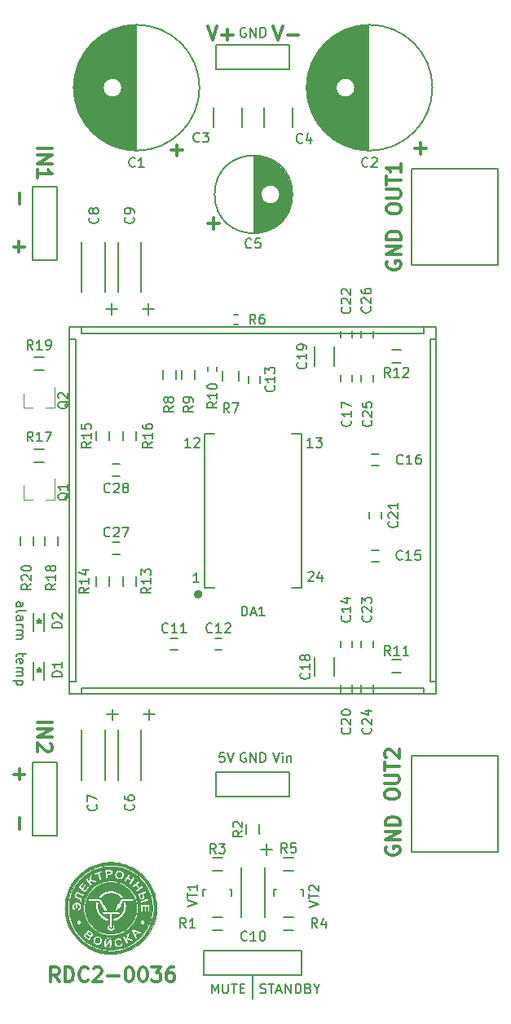
<source format=gbr>
G04 #@! TF.FileFunction,Legend,Top*
%FSLAX46Y46*%
G04 Gerber Fmt 4.6, Leading zero omitted, Abs format (unit mm)*
G04 Created by KiCad (PCBNEW 4.0.5) date 07/16/18 17:30:08*
%MOMM*%
%LPD*%
G01*
G04 APERTURE LIST*
%ADD10C,0.100000*%
%ADD11C,0.150000*%
%ADD12C,0.300000*%
%ADD13C,0.200000*%
%ADD14C,0.120000*%
%ADD15C,0.500000*%
%ADD16C,0.010000*%
G04 APERTURE END LIST*
D10*
D11*
X74477619Y-93773810D02*
X75001429Y-93773810D01*
X75096667Y-93726191D01*
X75144286Y-93630953D01*
X75144286Y-93440476D01*
X75096667Y-93345238D01*
X74525238Y-93773810D02*
X74477619Y-93678572D01*
X74477619Y-93440476D01*
X74525238Y-93345238D01*
X74620476Y-93297619D01*
X74715714Y-93297619D01*
X74810952Y-93345238D01*
X74858571Y-93440476D01*
X74858571Y-93678572D01*
X74906190Y-93773810D01*
X74477619Y-94392857D02*
X74525238Y-94297619D01*
X74620476Y-94250000D01*
X75477619Y-94250000D01*
X74477619Y-95202382D02*
X75001429Y-95202382D01*
X75096667Y-95154763D01*
X75144286Y-95059525D01*
X75144286Y-94869048D01*
X75096667Y-94773810D01*
X74525238Y-95202382D02*
X74477619Y-95107144D01*
X74477619Y-94869048D01*
X74525238Y-94773810D01*
X74620476Y-94726191D01*
X74715714Y-94726191D01*
X74810952Y-94773810D01*
X74858571Y-94869048D01*
X74858571Y-95107144D01*
X74906190Y-95202382D01*
X74477619Y-95678572D02*
X75144286Y-95678572D01*
X74953810Y-95678572D02*
X75049048Y-95726191D01*
X75096667Y-95773810D01*
X75144286Y-95869048D01*
X75144286Y-95964287D01*
X74477619Y-96297620D02*
X75144286Y-96297620D01*
X75049048Y-96297620D02*
X75096667Y-96345239D01*
X75144286Y-96440477D01*
X75144286Y-96583335D01*
X75096667Y-96678573D01*
X75001429Y-96726192D01*
X74477619Y-96726192D01*
X75001429Y-96726192D02*
X75096667Y-96773811D01*
X75144286Y-96869049D01*
X75144286Y-97011906D01*
X75096667Y-97107144D01*
X75001429Y-97154763D01*
X74477619Y-97154763D01*
X75144286Y-98591905D02*
X75144286Y-98972857D01*
X75477619Y-98734762D02*
X74620476Y-98734762D01*
X74525238Y-98782381D01*
X74477619Y-98877619D01*
X74477619Y-98972857D01*
X74525238Y-99687144D02*
X74477619Y-99591906D01*
X74477619Y-99401429D01*
X74525238Y-99306191D01*
X74620476Y-99258572D01*
X75001429Y-99258572D01*
X75096667Y-99306191D01*
X75144286Y-99401429D01*
X75144286Y-99591906D01*
X75096667Y-99687144D01*
X75001429Y-99734763D01*
X74906190Y-99734763D01*
X74810952Y-99258572D01*
X74477619Y-100163334D02*
X75144286Y-100163334D01*
X75049048Y-100163334D02*
X75096667Y-100210953D01*
X75144286Y-100306191D01*
X75144286Y-100449049D01*
X75096667Y-100544287D01*
X75001429Y-100591906D01*
X74477619Y-100591906D01*
X75001429Y-100591906D02*
X75096667Y-100639525D01*
X75144286Y-100734763D01*
X75144286Y-100877620D01*
X75096667Y-100972858D01*
X75001429Y-101020477D01*
X74477619Y-101020477D01*
X75144286Y-101496667D02*
X74144286Y-101496667D01*
X75096667Y-101496667D02*
X75144286Y-101591905D01*
X75144286Y-101782382D01*
X75096667Y-101877620D01*
X75049048Y-101925239D01*
X74953810Y-101972858D01*
X74668095Y-101972858D01*
X74572857Y-101925239D01*
X74525238Y-101877620D01*
X74477619Y-101782382D01*
X74477619Y-101591905D01*
X74525238Y-101496667D01*
D12*
X78919287Y-132758571D02*
X78419287Y-132044286D01*
X78062144Y-132758571D02*
X78062144Y-131258571D01*
X78633572Y-131258571D01*
X78776430Y-131330000D01*
X78847858Y-131401429D01*
X78919287Y-131544286D01*
X78919287Y-131758571D01*
X78847858Y-131901429D01*
X78776430Y-131972857D01*
X78633572Y-132044286D01*
X78062144Y-132044286D01*
X79562144Y-132758571D02*
X79562144Y-131258571D01*
X79919287Y-131258571D01*
X80133572Y-131330000D01*
X80276430Y-131472857D01*
X80347858Y-131615714D01*
X80419287Y-131901429D01*
X80419287Y-132115714D01*
X80347858Y-132401429D01*
X80276430Y-132544286D01*
X80133572Y-132687143D01*
X79919287Y-132758571D01*
X79562144Y-132758571D01*
X81919287Y-132615714D02*
X81847858Y-132687143D01*
X81633572Y-132758571D01*
X81490715Y-132758571D01*
X81276430Y-132687143D01*
X81133572Y-132544286D01*
X81062144Y-132401429D01*
X80990715Y-132115714D01*
X80990715Y-131901429D01*
X81062144Y-131615714D01*
X81133572Y-131472857D01*
X81276430Y-131330000D01*
X81490715Y-131258571D01*
X81633572Y-131258571D01*
X81847858Y-131330000D01*
X81919287Y-131401429D01*
X82490715Y-131401429D02*
X82562144Y-131330000D01*
X82705001Y-131258571D01*
X83062144Y-131258571D01*
X83205001Y-131330000D01*
X83276430Y-131401429D01*
X83347858Y-131544286D01*
X83347858Y-131687143D01*
X83276430Y-131901429D01*
X82419287Y-132758571D01*
X83347858Y-132758571D01*
X83990715Y-132187143D02*
X85133572Y-132187143D01*
X86133572Y-131258571D02*
X86276429Y-131258571D01*
X86419286Y-131330000D01*
X86490715Y-131401429D01*
X86562144Y-131544286D01*
X86633572Y-131830000D01*
X86633572Y-132187143D01*
X86562144Y-132472857D01*
X86490715Y-132615714D01*
X86419286Y-132687143D01*
X86276429Y-132758571D01*
X86133572Y-132758571D01*
X85990715Y-132687143D01*
X85919286Y-132615714D01*
X85847858Y-132472857D01*
X85776429Y-132187143D01*
X85776429Y-131830000D01*
X85847858Y-131544286D01*
X85919286Y-131401429D01*
X85990715Y-131330000D01*
X86133572Y-131258571D01*
X87562143Y-131258571D02*
X87705000Y-131258571D01*
X87847857Y-131330000D01*
X87919286Y-131401429D01*
X87990715Y-131544286D01*
X88062143Y-131830000D01*
X88062143Y-132187143D01*
X87990715Y-132472857D01*
X87919286Y-132615714D01*
X87847857Y-132687143D01*
X87705000Y-132758571D01*
X87562143Y-132758571D01*
X87419286Y-132687143D01*
X87347857Y-132615714D01*
X87276429Y-132472857D01*
X87205000Y-132187143D01*
X87205000Y-131830000D01*
X87276429Y-131544286D01*
X87347857Y-131401429D01*
X87419286Y-131330000D01*
X87562143Y-131258571D01*
X88562143Y-131258571D02*
X89490714Y-131258571D01*
X88990714Y-131830000D01*
X89205000Y-131830000D01*
X89347857Y-131901429D01*
X89419286Y-131972857D01*
X89490714Y-132115714D01*
X89490714Y-132472857D01*
X89419286Y-132615714D01*
X89347857Y-132687143D01*
X89205000Y-132758571D01*
X88776428Y-132758571D01*
X88633571Y-132687143D01*
X88562143Y-132615714D01*
X90776428Y-131258571D02*
X90490714Y-131258571D01*
X90347857Y-131330000D01*
X90276428Y-131401429D01*
X90133571Y-131615714D01*
X90062142Y-131901429D01*
X90062142Y-132472857D01*
X90133571Y-132615714D01*
X90204999Y-132687143D01*
X90347857Y-132758571D01*
X90633571Y-132758571D01*
X90776428Y-132687143D01*
X90847857Y-132615714D01*
X90919285Y-132472857D01*
X90919285Y-132115714D01*
X90847857Y-131972857D01*
X90776428Y-131901429D01*
X90633571Y-131830000D01*
X90347857Y-131830000D01*
X90204999Y-131901429D01*
X90133571Y-131972857D01*
X90062142Y-132115714D01*
D11*
X101136191Y-108972381D02*
X101469524Y-109972381D01*
X101802858Y-108972381D01*
X102136191Y-109972381D02*
X102136191Y-109305714D01*
X102136191Y-108972381D02*
X102088572Y-109020000D01*
X102136191Y-109067619D01*
X102183810Y-109020000D01*
X102136191Y-108972381D01*
X102136191Y-109067619D01*
X102612381Y-109305714D02*
X102612381Y-109972381D01*
X102612381Y-109400952D02*
X102660000Y-109353333D01*
X102755238Y-109305714D01*
X102898096Y-109305714D01*
X102993334Y-109353333D01*
X103040953Y-109448571D01*
X103040953Y-109972381D01*
X98298096Y-109020000D02*
X98202858Y-108972381D01*
X98060001Y-108972381D01*
X97917143Y-109020000D01*
X97821905Y-109115238D01*
X97774286Y-109210476D01*
X97726667Y-109400952D01*
X97726667Y-109543810D01*
X97774286Y-109734286D01*
X97821905Y-109829524D01*
X97917143Y-109924762D01*
X98060001Y-109972381D01*
X98155239Y-109972381D01*
X98298096Y-109924762D01*
X98345715Y-109877143D01*
X98345715Y-109543810D01*
X98155239Y-109543810D01*
X98774286Y-109972381D02*
X98774286Y-108972381D01*
X99345715Y-109972381D01*
X99345715Y-108972381D01*
X99821905Y-109972381D02*
X99821905Y-108972381D01*
X100060000Y-108972381D01*
X100202858Y-109020000D01*
X100298096Y-109115238D01*
X100345715Y-109210476D01*
X100393334Y-109400952D01*
X100393334Y-109543810D01*
X100345715Y-109734286D01*
X100298096Y-109829524D01*
X100202858Y-109924762D01*
X100060000Y-109972381D01*
X99821905Y-109972381D01*
X96069524Y-108972381D02*
X95593333Y-108972381D01*
X95545714Y-109448571D01*
X95593333Y-109400952D01*
X95688571Y-109353333D01*
X95926667Y-109353333D01*
X96021905Y-109400952D01*
X96069524Y-109448571D01*
X96117143Y-109543810D01*
X96117143Y-109781905D01*
X96069524Y-109877143D01*
X96021905Y-109924762D01*
X95926667Y-109972381D01*
X95688571Y-109972381D01*
X95593333Y-109924762D01*
X95545714Y-109877143D01*
X96402857Y-108972381D02*
X96736190Y-109972381D01*
X97069524Y-108972381D01*
D12*
X112938571Y-52634286D02*
X112938571Y-52348572D01*
X113010000Y-52205714D01*
X113152857Y-52062857D01*
X113438571Y-51991429D01*
X113938571Y-51991429D01*
X114224286Y-52062857D01*
X114367143Y-52205714D01*
X114438571Y-52348572D01*
X114438571Y-52634286D01*
X114367143Y-52777143D01*
X114224286Y-52920000D01*
X113938571Y-52991429D01*
X113438571Y-52991429D01*
X113152857Y-52920000D01*
X113010000Y-52777143D01*
X112938571Y-52634286D01*
X112938571Y-51348571D02*
X114152857Y-51348571D01*
X114295714Y-51277143D01*
X114367143Y-51205714D01*
X114438571Y-51062857D01*
X114438571Y-50777143D01*
X114367143Y-50634285D01*
X114295714Y-50562857D01*
X114152857Y-50491428D01*
X112938571Y-50491428D01*
X112938571Y-49991428D02*
X112938571Y-49134285D01*
X114438571Y-49562856D02*
X112938571Y-49562856D01*
X114438571Y-47848571D02*
X114438571Y-48705714D01*
X114438571Y-48277142D02*
X112938571Y-48277142D01*
X113152857Y-48419999D01*
X113295714Y-48562857D01*
X113367143Y-48705714D01*
X113010000Y-57962857D02*
X112938571Y-58105714D01*
X112938571Y-58320000D01*
X113010000Y-58534285D01*
X113152857Y-58677143D01*
X113295714Y-58748571D01*
X113581429Y-58820000D01*
X113795714Y-58820000D01*
X114081429Y-58748571D01*
X114224286Y-58677143D01*
X114367143Y-58534285D01*
X114438571Y-58320000D01*
X114438571Y-58177143D01*
X114367143Y-57962857D01*
X114295714Y-57891428D01*
X113795714Y-57891428D01*
X113795714Y-58177143D01*
X114438571Y-57248571D02*
X112938571Y-57248571D01*
X114438571Y-56391428D01*
X112938571Y-56391428D01*
X114438571Y-55677142D02*
X112938571Y-55677142D01*
X112938571Y-55319999D01*
X113010000Y-55105714D01*
X113152857Y-54962856D01*
X113295714Y-54891428D01*
X113581429Y-54819999D01*
X113795714Y-54819999D01*
X114081429Y-54891428D01*
X114224286Y-54962856D01*
X114367143Y-55105714D01*
X114438571Y-55319999D01*
X114438571Y-55677142D01*
X112910000Y-118762857D02*
X112838571Y-118905714D01*
X112838571Y-119120000D01*
X112910000Y-119334285D01*
X113052857Y-119477143D01*
X113195714Y-119548571D01*
X113481429Y-119620000D01*
X113695714Y-119620000D01*
X113981429Y-119548571D01*
X114124286Y-119477143D01*
X114267143Y-119334285D01*
X114338571Y-119120000D01*
X114338571Y-118977143D01*
X114267143Y-118762857D01*
X114195714Y-118691428D01*
X113695714Y-118691428D01*
X113695714Y-118977143D01*
X114338571Y-118048571D02*
X112838571Y-118048571D01*
X114338571Y-117191428D01*
X112838571Y-117191428D01*
X114338571Y-116477142D02*
X112838571Y-116477142D01*
X112838571Y-116119999D01*
X112910000Y-115905714D01*
X113052857Y-115762856D01*
X113195714Y-115691428D01*
X113481429Y-115619999D01*
X113695714Y-115619999D01*
X113981429Y-115691428D01*
X114124286Y-115762856D01*
X114267143Y-115905714D01*
X114338571Y-116119999D01*
X114338571Y-116477142D01*
X112738571Y-113434286D02*
X112738571Y-113148572D01*
X112810000Y-113005714D01*
X112952857Y-112862857D01*
X113238571Y-112791429D01*
X113738571Y-112791429D01*
X114024286Y-112862857D01*
X114167143Y-113005714D01*
X114238571Y-113148572D01*
X114238571Y-113434286D01*
X114167143Y-113577143D01*
X114024286Y-113720000D01*
X113738571Y-113791429D01*
X113238571Y-113791429D01*
X112952857Y-113720000D01*
X112810000Y-113577143D01*
X112738571Y-113434286D01*
X112738571Y-112148571D02*
X113952857Y-112148571D01*
X114095714Y-112077143D01*
X114167143Y-112005714D01*
X114238571Y-111862857D01*
X114238571Y-111577143D01*
X114167143Y-111434285D01*
X114095714Y-111362857D01*
X113952857Y-111291428D01*
X112738571Y-111291428D01*
X112738571Y-110791428D02*
X112738571Y-109934285D01*
X114238571Y-110362856D02*
X112738571Y-110362856D01*
X112881429Y-109505714D02*
X112810000Y-109434285D01*
X112738571Y-109291428D01*
X112738571Y-108934285D01*
X112810000Y-108791428D01*
X112881429Y-108719999D01*
X113024286Y-108648571D01*
X113167143Y-108648571D01*
X113381429Y-108719999D01*
X114238571Y-109577142D01*
X114238571Y-108648571D01*
D11*
X99812381Y-133924762D02*
X99955238Y-133972381D01*
X100193334Y-133972381D01*
X100288572Y-133924762D01*
X100336191Y-133877143D01*
X100383810Y-133781905D01*
X100383810Y-133686667D01*
X100336191Y-133591429D01*
X100288572Y-133543810D01*
X100193334Y-133496190D01*
X100002857Y-133448571D01*
X99907619Y-133400952D01*
X99860000Y-133353333D01*
X99812381Y-133258095D01*
X99812381Y-133162857D01*
X99860000Y-133067619D01*
X99907619Y-133020000D01*
X100002857Y-132972381D01*
X100240953Y-132972381D01*
X100383810Y-133020000D01*
X100669524Y-132972381D02*
X101240953Y-132972381D01*
X100955238Y-133972381D02*
X100955238Y-132972381D01*
X101526667Y-133686667D02*
X102002858Y-133686667D01*
X101431429Y-133972381D02*
X101764762Y-132972381D01*
X102098096Y-133972381D01*
X102431429Y-133972381D02*
X102431429Y-132972381D01*
X103002858Y-133972381D01*
X103002858Y-132972381D01*
X103479048Y-133972381D02*
X103479048Y-132972381D01*
X103717143Y-132972381D01*
X103860001Y-133020000D01*
X103955239Y-133115238D01*
X104002858Y-133210476D01*
X104050477Y-133400952D01*
X104050477Y-133543810D01*
X104002858Y-133734286D01*
X103955239Y-133829524D01*
X103860001Y-133924762D01*
X103717143Y-133972381D01*
X103479048Y-133972381D01*
X104812382Y-133448571D02*
X104955239Y-133496190D01*
X105002858Y-133543810D01*
X105050477Y-133639048D01*
X105050477Y-133781905D01*
X105002858Y-133877143D01*
X104955239Y-133924762D01*
X104860001Y-133972381D01*
X104479048Y-133972381D01*
X104479048Y-132972381D01*
X104812382Y-132972381D01*
X104907620Y-133020000D01*
X104955239Y-133067619D01*
X105002858Y-133162857D01*
X105002858Y-133258095D01*
X104955239Y-133353333D01*
X104907620Y-133400952D01*
X104812382Y-133448571D01*
X104479048Y-133448571D01*
X105669524Y-133496190D02*
X105669524Y-133972381D01*
X105336191Y-132972381D02*
X105669524Y-133496190D01*
X106002858Y-132972381D01*
D13*
X99060000Y-132120000D02*
X99060000Y-134520000D01*
D11*
X94769524Y-133972381D02*
X94769524Y-132972381D01*
X95102858Y-133686667D01*
X95436191Y-132972381D01*
X95436191Y-133972381D01*
X95912381Y-132972381D02*
X95912381Y-133781905D01*
X95960000Y-133877143D01*
X96007619Y-133924762D01*
X96102857Y-133972381D01*
X96293334Y-133972381D01*
X96388572Y-133924762D01*
X96436191Y-133877143D01*
X96483810Y-133781905D01*
X96483810Y-132972381D01*
X96817143Y-132972381D02*
X97388572Y-132972381D01*
X97102857Y-133972381D02*
X97102857Y-132972381D01*
X97721905Y-133448571D02*
X98055239Y-133448571D01*
X98198096Y-133972381D02*
X97721905Y-133972381D01*
X97721905Y-132972381D01*
X98198096Y-132972381D01*
D12*
X74767143Y-116891428D02*
X74767143Y-115748571D01*
X74767143Y-111791428D02*
X74767143Y-110648571D01*
X75338571Y-111220000D02*
X74195714Y-111220000D01*
X76681429Y-105820000D02*
X78181429Y-105820000D01*
X76681429Y-106534286D02*
X78181429Y-106534286D01*
X76681429Y-107391429D01*
X78181429Y-107391429D01*
X78038571Y-108034286D02*
X78110000Y-108105715D01*
X78181429Y-108248572D01*
X78181429Y-108605715D01*
X78110000Y-108748572D01*
X78038571Y-108820001D01*
X77895714Y-108891429D01*
X77752857Y-108891429D01*
X77538571Y-108820001D01*
X76681429Y-107962858D01*
X76681429Y-108891429D01*
X74767143Y-51991428D02*
X74767143Y-50848571D01*
X74188572Y-56427143D02*
X75331429Y-56427143D01*
X74760000Y-56998571D02*
X74760000Y-55855714D01*
X76681429Y-46220000D02*
X78181429Y-46220000D01*
X76681429Y-46934286D02*
X78181429Y-46934286D01*
X76681429Y-47791429D01*
X78181429Y-47791429D01*
X76681429Y-49291429D02*
X76681429Y-48434286D01*
X76681429Y-48862858D02*
X78181429Y-48862858D01*
X77967143Y-48720001D01*
X77824286Y-48577143D01*
X77752857Y-48434286D01*
X94388572Y-54027143D02*
X95531429Y-54027143D01*
X94960000Y-54598571D02*
X94960000Y-53455714D01*
D11*
X98298096Y-33720000D02*
X98202858Y-33672381D01*
X98060001Y-33672381D01*
X97917143Y-33720000D01*
X97821905Y-33815238D01*
X97774286Y-33910476D01*
X97726667Y-34100952D01*
X97726667Y-34243810D01*
X97774286Y-34434286D01*
X97821905Y-34529524D01*
X97917143Y-34624762D01*
X98060001Y-34672381D01*
X98155239Y-34672381D01*
X98298096Y-34624762D01*
X98345715Y-34577143D01*
X98345715Y-34243810D01*
X98155239Y-34243810D01*
X98774286Y-34672381D02*
X98774286Y-33672381D01*
X99345715Y-34672381D01*
X99345715Y-33672381D01*
X99821905Y-34672381D02*
X99821905Y-33672381D01*
X100060000Y-33672381D01*
X100202858Y-33720000D01*
X100298096Y-33815238D01*
X100345715Y-33910476D01*
X100393334Y-34100952D01*
X100393334Y-34243810D01*
X100345715Y-34434286D01*
X100298096Y-34529524D01*
X100202858Y-34624762D01*
X100060000Y-34672381D01*
X99821905Y-34672381D01*
D12*
X101131429Y-33498571D02*
X101631429Y-34998571D01*
X102131429Y-33498571D01*
X102631429Y-34427143D02*
X103774286Y-34427143D01*
X94331429Y-33498571D02*
X94831429Y-34998571D01*
X95331429Y-33498571D01*
X95831429Y-34427143D02*
X96974286Y-34427143D01*
X96402857Y-34998571D02*
X96402857Y-33855714D01*
X115888572Y-46227143D02*
X117031429Y-46227143D01*
X116460000Y-46798571D02*
X116460000Y-45655714D01*
X90588572Y-46427143D02*
X91731429Y-46427143D01*
X91160000Y-46998571D02*
X91160000Y-45855714D01*
D11*
X118110000Y-101600000D02*
X117475000Y-101600000D01*
X117475000Y-101600000D02*
X117475000Y-66040000D01*
X117475000Y-66040000D02*
X118110000Y-66040000D01*
X81280000Y-102870000D02*
X81280000Y-102235000D01*
X81280000Y-102235000D02*
X116840000Y-102235000D01*
X116840000Y-102235000D02*
X116840000Y-102870000D01*
X80010000Y-66040000D02*
X80645000Y-66040000D01*
X80645000Y-66040000D02*
X80645000Y-101600000D01*
X80645000Y-101600000D02*
X80010000Y-101600000D01*
X81280000Y-64770000D02*
X81280000Y-65405000D01*
X81280000Y-65405000D02*
X116840000Y-65405000D01*
X116840000Y-65405000D02*
X116840000Y-64770000D01*
X80010000Y-102870000D02*
X118110000Y-102870000D01*
X118110000Y-102870000D02*
X118110000Y-64770000D01*
X118110000Y-64770000D02*
X80010000Y-64770000D01*
X80010000Y-64770000D02*
X80010000Y-102870000D01*
X94985000Y-42000000D02*
X94985000Y-44000000D01*
X97935000Y-44000000D02*
X97935000Y-42000000D01*
X103135000Y-44000000D02*
X103135000Y-42000000D01*
X100185000Y-42000000D02*
X100185000Y-44000000D01*
X99185000Y-47001000D02*
X99185000Y-54999000D01*
X99325000Y-47006000D02*
X99325000Y-54994000D01*
X99465000Y-47016000D02*
X99465000Y-54984000D01*
X99605000Y-47031000D02*
X99605000Y-54969000D01*
X99745000Y-47051000D02*
X99745000Y-54949000D01*
X99885000Y-47076000D02*
X99885000Y-50778000D01*
X99885000Y-51222000D02*
X99885000Y-54924000D01*
X100025000Y-47106000D02*
X100025000Y-50450000D01*
X100025000Y-51550000D02*
X100025000Y-54894000D01*
X100165000Y-47142000D02*
X100165000Y-50281000D01*
X100165000Y-51719000D02*
X100165000Y-54858000D01*
X100305000Y-47183000D02*
X100305000Y-50168000D01*
X100305000Y-51832000D02*
X100305000Y-54817000D01*
X100445000Y-47229000D02*
X100445000Y-50090000D01*
X100445000Y-51910000D02*
X100445000Y-54771000D01*
X100585000Y-47282000D02*
X100585000Y-50039000D01*
X100585000Y-51961000D02*
X100585000Y-54718000D01*
X100725000Y-47341000D02*
X100725000Y-50009000D01*
X100725000Y-51991000D02*
X100725000Y-54659000D01*
X100865000Y-47406000D02*
X100865000Y-50000000D01*
X100865000Y-52000000D02*
X100865000Y-54594000D01*
X101005000Y-47477000D02*
X101005000Y-50011000D01*
X101005000Y-51989000D02*
X101005000Y-54523000D01*
X101145000Y-47556000D02*
X101145000Y-50041000D01*
X101145000Y-51959000D02*
X101145000Y-54444000D01*
X101285000Y-47643000D02*
X101285000Y-50095000D01*
X101285000Y-51905000D02*
X101285000Y-54357000D01*
X101425000Y-47738000D02*
X101425000Y-50175000D01*
X101425000Y-51825000D02*
X101425000Y-54262000D01*
X101565000Y-47842000D02*
X101565000Y-50291000D01*
X101565000Y-51709000D02*
X101565000Y-54158000D01*
X101705000Y-47956000D02*
X101705000Y-50465000D01*
X101705000Y-51535000D02*
X101705000Y-54044000D01*
X101845000Y-48081000D02*
X101845000Y-50827000D01*
X101845000Y-51173000D02*
X101845000Y-53919000D01*
X101985000Y-48219000D02*
X101985000Y-53781000D01*
X102125000Y-48371000D02*
X102125000Y-53629000D01*
X102265000Y-48541000D02*
X102265000Y-53459000D01*
X102405000Y-48732000D02*
X102405000Y-53268000D01*
X102545000Y-48950000D02*
X102545000Y-53050000D01*
X102685000Y-49206000D02*
X102685000Y-52794000D01*
X102825000Y-49517000D02*
X102825000Y-52483000D01*
X102965000Y-49933000D02*
X102965000Y-52067000D01*
X103105000Y-50800000D02*
X103105000Y-51200000D01*
X101860000Y-51000000D02*
G75*
G03X101860000Y-51000000I-1000000J0D01*
G01*
X103147500Y-51000000D02*
G75*
G03X103147500Y-51000000I-4037500J0D01*
G01*
X85061120Y-106619040D02*
X85061120Y-111820960D01*
X87458880Y-111820960D02*
X87458880Y-106619040D01*
X81261120Y-106619040D02*
X81261120Y-111820960D01*
X83658880Y-111820960D02*
X83658880Y-106619040D01*
X83658880Y-61120960D02*
X83658880Y-55919040D01*
X81261120Y-55919040D02*
X81261120Y-61120960D01*
X87458880Y-61120960D02*
X87458880Y-55919040D01*
X85061120Y-55919040D02*
X85061120Y-61120960D01*
X97861120Y-120899040D02*
X97861120Y-126100960D01*
X100258880Y-126100960D02*
X100258880Y-120899040D01*
X91210000Y-98320000D02*
X90510000Y-98320000D01*
X90510000Y-97120000D02*
X91210000Y-97120000D01*
X95110000Y-97120000D02*
X95810000Y-97120000D01*
X95810000Y-98320000D02*
X95110000Y-98320000D01*
X98560000Y-70570000D02*
X98560000Y-69870000D01*
X99760000Y-69870000D02*
X99760000Y-70570000D01*
X109360000Y-97370000D02*
X109360000Y-98070000D01*
X108160000Y-98070000D02*
X108160000Y-97370000D01*
X112110000Y-89120000D02*
X111410000Y-89120000D01*
X111410000Y-87920000D02*
X112110000Y-87920000D01*
X112110000Y-79174900D02*
X111410000Y-79174900D01*
X111410000Y-77974900D02*
X112110000Y-77974900D01*
X108160000Y-70470000D02*
X108160000Y-69770000D01*
X109360000Y-69770000D02*
X109360000Y-70470000D01*
X108160000Y-102670000D02*
X108160000Y-101970000D01*
X109360000Y-101970000D02*
X109360000Y-102670000D01*
X112360000Y-83970000D02*
X112360000Y-84670000D01*
X111160000Y-84670000D02*
X111160000Y-83970000D01*
X109360000Y-65170000D02*
X109360000Y-65870000D01*
X108160000Y-65870000D02*
X108160000Y-65170000D01*
X110310000Y-98070000D02*
X110310000Y-97370000D01*
X111510000Y-97370000D02*
X111510000Y-98070000D01*
X111510000Y-101970000D02*
X111510000Y-102670000D01*
X110310000Y-102670000D02*
X110310000Y-101970000D01*
X111510000Y-69770000D02*
X111510000Y-70470000D01*
X110310000Y-70470000D02*
X110310000Y-69770000D01*
X110310000Y-65870000D02*
X110310000Y-65170000D01*
X111510000Y-65170000D02*
X111510000Y-65870000D01*
X95860000Y-127395000D02*
X94860000Y-127395000D01*
X94860000Y-126045000D02*
X95860000Y-126045000D01*
X99735000Y-116420000D02*
X99735000Y-117420000D01*
X98385000Y-117420000D02*
X98385000Y-116420000D01*
X94860000Y-119845000D02*
X95860000Y-119845000D01*
X95860000Y-121195000D02*
X94860000Y-121195000D01*
X103260000Y-127395000D02*
X102260000Y-127395000D01*
X102260000Y-126045000D02*
X103260000Y-126045000D01*
X102260000Y-119845000D02*
X103260000Y-119845000D01*
X103260000Y-121195000D02*
X102260000Y-121195000D01*
X97032000Y-64483000D02*
X97532000Y-64483000D01*
X97532000Y-63533000D02*
X97032000Y-63533000D01*
X97610000Y-70320000D02*
X97610000Y-69320000D01*
X95910000Y-69320000D02*
X95910000Y-70320000D01*
X89685000Y-70220000D02*
X89685000Y-69220000D01*
X91035000Y-69220000D02*
X91035000Y-70220000D01*
X91685000Y-70220000D02*
X91685000Y-69220000D01*
X93035000Y-69220000D02*
X93035000Y-70220000D01*
X95335000Y-69370000D02*
X95335000Y-68870000D01*
X94385000Y-68870000D02*
X94385000Y-69370000D01*
X113460000Y-99345000D02*
X114460000Y-99345000D01*
X114460000Y-100695000D02*
X113460000Y-100695000D01*
X113460000Y-67145000D02*
X114460000Y-67145000D01*
X114460000Y-68495000D02*
X113460000Y-68495000D01*
X96659160Y-123169760D02*
X96610900Y-123169760D01*
X93860180Y-123870800D02*
X93860180Y-123169760D01*
X93860180Y-123169760D02*
X94109100Y-123169760D01*
X96659160Y-123169760D02*
X96859820Y-123169760D01*
X96859820Y-123169760D02*
X96859820Y-123870800D01*
X104059160Y-123169760D02*
X104010900Y-123169760D01*
X101260180Y-123870800D02*
X101260180Y-123169760D01*
X101260180Y-123169760D02*
X101509100Y-123169760D01*
X104059160Y-123169760D02*
X104259820Y-123169760D01*
X104259820Y-123169760D02*
X104259820Y-123870800D01*
X76200000Y-109980000D02*
X76200000Y-117600000D01*
X76200000Y-117600000D02*
X78740000Y-117600000D01*
X78740000Y-117600000D02*
X78740000Y-109980000D01*
X78740000Y-109980000D02*
X76200000Y-109980000D01*
X76200000Y-50165000D02*
X76200000Y-57785000D01*
X76200000Y-57785000D02*
X78740000Y-57785000D01*
X78740000Y-57785000D02*
X78740000Y-50165000D01*
X78740000Y-50165000D02*
X76200000Y-50165000D01*
X95250000Y-38040000D02*
X102870000Y-38040000D01*
X102870000Y-38040000D02*
X102870000Y-35500000D01*
X102870000Y-35500000D02*
X95250000Y-35500000D01*
X95250000Y-35500000D02*
X95250000Y-38040000D01*
X115515000Y-109300000D02*
X124515000Y-109300000D01*
X124515000Y-109300000D02*
X124515000Y-119300000D01*
X124515000Y-119300000D02*
X115515000Y-119300000D01*
X115515000Y-119300000D02*
X115515000Y-109300000D01*
X115515000Y-48340000D02*
X124515000Y-48340000D01*
X124515000Y-48340000D02*
X124515000Y-58340000D01*
X124515000Y-58340000D02*
X115515000Y-58340000D01*
X115515000Y-58340000D02*
X115515000Y-48340000D01*
X102870000Y-110950000D02*
X95250000Y-110950000D01*
X95250000Y-110950000D02*
X95250000Y-113490000D01*
X95250000Y-113490000D02*
X102870000Y-113490000D01*
X102870000Y-113490000D02*
X102870000Y-110950000D01*
X93980000Y-132090000D02*
X104140000Y-132090000D01*
X93980000Y-129550000D02*
X104140000Y-129550000D01*
X104140000Y-132090000D02*
X104140000Y-129550000D01*
X93980000Y-129550000D02*
X93980000Y-132090000D01*
X85186000Y-88357000D02*
X84486000Y-88357000D01*
X84486000Y-87157000D02*
X85186000Y-87157000D01*
X84486000Y-79029000D02*
X85186000Y-79029000D01*
X85186000Y-80229000D02*
X84486000Y-80229000D01*
X77385000Y-101430000D02*
X77385000Y-99530000D01*
X76285000Y-101430000D02*
X76285000Y-99530000D01*
X76835000Y-100530000D02*
X76835000Y-100080000D01*
X76585000Y-100580000D02*
X77085000Y-100580000D01*
X76835000Y-100580000D02*
X76585000Y-100330000D01*
X76585000Y-100330000D02*
X77085000Y-100330000D01*
X77085000Y-100330000D02*
X76835000Y-100580000D01*
X77385000Y-96350000D02*
X77385000Y-94450000D01*
X76285000Y-96350000D02*
X76285000Y-94450000D01*
X76835000Y-95450000D02*
X76835000Y-95000000D01*
X76585000Y-95500000D02*
X77085000Y-95500000D01*
X76835000Y-95500000D02*
X76585000Y-95250000D01*
X76585000Y-95250000D02*
X77085000Y-95250000D01*
X77085000Y-95250000D02*
X76835000Y-95500000D01*
D14*
X75255000Y-82675000D02*
X76185000Y-82675000D01*
X78415000Y-82675000D02*
X77485000Y-82675000D01*
X78415000Y-82675000D02*
X78415000Y-80515000D01*
X75255000Y-82675000D02*
X75255000Y-81215000D01*
X75255000Y-73150000D02*
X76185000Y-73150000D01*
X78415000Y-73150000D02*
X77485000Y-73150000D01*
X78415000Y-73150000D02*
X78415000Y-70990000D01*
X75255000Y-73150000D02*
X75255000Y-71690000D01*
D11*
X86908000Y-90686000D02*
X86908000Y-91686000D01*
X85558000Y-91686000D02*
X85558000Y-90686000D01*
X84114000Y-90686000D02*
X84114000Y-91686000D01*
X82764000Y-91686000D02*
X82764000Y-90686000D01*
X82764000Y-76573000D02*
X82764000Y-75573000D01*
X84114000Y-75573000D02*
X84114000Y-76573000D01*
X85558000Y-76573000D02*
X85558000Y-75573000D01*
X86908000Y-75573000D02*
X86908000Y-76573000D01*
X77335000Y-78780000D02*
X76335000Y-78780000D01*
X76335000Y-77430000D02*
X77335000Y-77430000D01*
X77430000Y-87495000D02*
X77430000Y-86495000D01*
X78780000Y-86495000D02*
X78780000Y-87495000D01*
X77335000Y-69255000D02*
X76335000Y-69255000D01*
X76335000Y-67905000D02*
X77335000Y-67905000D01*
X74890000Y-87495000D02*
X74890000Y-86495000D01*
X76240000Y-86495000D02*
X76240000Y-87495000D01*
X111085000Y-46420000D02*
X111085000Y-33420000D01*
X110945000Y-46416000D02*
X110945000Y-33424000D01*
X110805000Y-46410000D02*
X110805000Y-33430000D01*
X110665000Y-46401000D02*
X110665000Y-33439000D01*
X110525000Y-46389000D02*
X110525000Y-33451000D01*
X110385000Y-46374000D02*
X110385000Y-33466000D01*
X110245000Y-46355000D02*
X110245000Y-33485000D01*
X110105000Y-46334000D02*
X110105000Y-33506000D01*
X109965000Y-46309000D02*
X109965000Y-33531000D01*
X109825000Y-46281000D02*
X109825000Y-33559000D01*
X109685000Y-46250000D02*
X109685000Y-33590000D01*
X109545000Y-46216000D02*
X109545000Y-40386000D01*
X109545000Y-39454000D02*
X109545000Y-33624000D01*
X109405000Y-46179000D02*
X109405000Y-40587000D01*
X109405000Y-39253000D02*
X109405000Y-33661000D01*
X109265000Y-46138000D02*
X109265000Y-40716000D01*
X109265000Y-39124000D02*
X109265000Y-33702000D01*
X109125000Y-46093000D02*
X109125000Y-40805000D01*
X109125000Y-39035000D02*
X109125000Y-33747000D01*
X108985000Y-46045000D02*
X108985000Y-40866000D01*
X108985000Y-38974000D02*
X108985000Y-33795000D01*
X108845000Y-45994000D02*
X108845000Y-40903000D01*
X108845000Y-38937000D02*
X108845000Y-33846000D01*
X108705000Y-45939000D02*
X108705000Y-40919000D01*
X108705000Y-38921000D02*
X108705000Y-33901000D01*
X108565000Y-45880000D02*
X108565000Y-40915000D01*
X108565000Y-38925000D02*
X108565000Y-33960000D01*
X108425000Y-45817000D02*
X108425000Y-40892000D01*
X108425000Y-38948000D02*
X108425000Y-34023000D01*
X108285000Y-45750000D02*
X108285000Y-40847000D01*
X108285000Y-38993000D02*
X108285000Y-34090000D01*
X108145000Y-45678000D02*
X108145000Y-40777000D01*
X108145000Y-39063000D02*
X108145000Y-34162000D01*
X108005000Y-45603000D02*
X108005000Y-40676000D01*
X108005000Y-39164000D02*
X108005000Y-34237000D01*
X107865000Y-45523000D02*
X107865000Y-40527000D01*
X107865000Y-39313000D02*
X107865000Y-34317000D01*
X107725000Y-45438000D02*
X107725000Y-40275000D01*
X107725000Y-39565000D02*
X107725000Y-34402000D01*
X107585000Y-45349000D02*
X107585000Y-34491000D01*
X107445000Y-45254000D02*
X107445000Y-34586000D01*
X107305000Y-45153000D02*
X107305000Y-34687000D01*
X107165000Y-45047000D02*
X107165000Y-34793000D01*
X107025000Y-44935000D02*
X107025000Y-34905000D01*
X106885000Y-44816000D02*
X106885000Y-35024000D01*
X106745000Y-44691000D02*
X106745000Y-35149000D01*
X106605000Y-44557000D02*
X106605000Y-35283000D01*
X106465000Y-44415000D02*
X106465000Y-35425000D01*
X106325000Y-44264000D02*
X106325000Y-35576000D01*
X106185000Y-44103000D02*
X106185000Y-35737000D01*
X106045000Y-43931000D02*
X106045000Y-35909000D01*
X105905000Y-43746000D02*
X105905000Y-36094000D01*
X105765000Y-43545000D02*
X105765000Y-36295000D01*
X105625000Y-43328000D02*
X105625000Y-36512000D01*
X105485000Y-43089000D02*
X105485000Y-36751000D01*
X105345000Y-42824000D02*
X105345000Y-37016000D01*
X105205000Y-42525000D02*
X105205000Y-37315000D01*
X105065000Y-42179000D02*
X105065000Y-37661000D01*
X104925000Y-41757000D02*
X104925000Y-38083000D01*
X104785000Y-41189000D02*
X104785000Y-38651000D01*
X109660000Y-39920000D02*
G75*
G03X109660000Y-39920000I-1000000J0D01*
G01*
X117697500Y-39920000D02*
G75*
G03X117697500Y-39920000I-6537500J0D01*
G01*
X86885000Y-46420000D02*
X86885000Y-33420000D01*
X86745000Y-46416000D02*
X86745000Y-33424000D01*
X86605000Y-46410000D02*
X86605000Y-33430000D01*
X86465000Y-46401000D02*
X86465000Y-33439000D01*
X86325000Y-46389000D02*
X86325000Y-33451000D01*
X86185000Y-46374000D02*
X86185000Y-33466000D01*
X86045000Y-46355000D02*
X86045000Y-33485000D01*
X85905000Y-46334000D02*
X85905000Y-33506000D01*
X85765000Y-46309000D02*
X85765000Y-33531000D01*
X85625000Y-46281000D02*
X85625000Y-33559000D01*
X85485000Y-46250000D02*
X85485000Y-33590000D01*
X85345000Y-46216000D02*
X85345000Y-40386000D01*
X85345000Y-39454000D02*
X85345000Y-33624000D01*
X85205000Y-46179000D02*
X85205000Y-40587000D01*
X85205000Y-39253000D02*
X85205000Y-33661000D01*
X85065000Y-46138000D02*
X85065000Y-40716000D01*
X85065000Y-39124000D02*
X85065000Y-33702000D01*
X84925000Y-46093000D02*
X84925000Y-40805000D01*
X84925000Y-39035000D02*
X84925000Y-33747000D01*
X84785000Y-46045000D02*
X84785000Y-40866000D01*
X84785000Y-38974000D02*
X84785000Y-33795000D01*
X84645000Y-45994000D02*
X84645000Y-40903000D01*
X84645000Y-38937000D02*
X84645000Y-33846000D01*
X84505000Y-45939000D02*
X84505000Y-40919000D01*
X84505000Y-38921000D02*
X84505000Y-33901000D01*
X84365000Y-45880000D02*
X84365000Y-40915000D01*
X84365000Y-38925000D02*
X84365000Y-33960000D01*
X84225000Y-45817000D02*
X84225000Y-40892000D01*
X84225000Y-38948000D02*
X84225000Y-34023000D01*
X84085000Y-45750000D02*
X84085000Y-40847000D01*
X84085000Y-38993000D02*
X84085000Y-34090000D01*
X83945000Y-45678000D02*
X83945000Y-40777000D01*
X83945000Y-39063000D02*
X83945000Y-34162000D01*
X83805000Y-45603000D02*
X83805000Y-40676000D01*
X83805000Y-39164000D02*
X83805000Y-34237000D01*
X83665000Y-45523000D02*
X83665000Y-40527000D01*
X83665000Y-39313000D02*
X83665000Y-34317000D01*
X83525000Y-45438000D02*
X83525000Y-40275000D01*
X83525000Y-39565000D02*
X83525000Y-34402000D01*
X83385000Y-45349000D02*
X83385000Y-34491000D01*
X83245000Y-45254000D02*
X83245000Y-34586000D01*
X83105000Y-45153000D02*
X83105000Y-34687000D01*
X82965000Y-45047000D02*
X82965000Y-34793000D01*
X82825000Y-44935000D02*
X82825000Y-34905000D01*
X82685000Y-44816000D02*
X82685000Y-35024000D01*
X82545000Y-44691000D02*
X82545000Y-35149000D01*
X82405000Y-44557000D02*
X82405000Y-35283000D01*
X82265000Y-44415000D02*
X82265000Y-35425000D01*
X82125000Y-44264000D02*
X82125000Y-35576000D01*
X81985000Y-44103000D02*
X81985000Y-35737000D01*
X81845000Y-43931000D02*
X81845000Y-35909000D01*
X81705000Y-43746000D02*
X81705000Y-36094000D01*
X81565000Y-43545000D02*
X81565000Y-36295000D01*
X81425000Y-43328000D02*
X81425000Y-36512000D01*
X81285000Y-43089000D02*
X81285000Y-36751000D01*
X81145000Y-42824000D02*
X81145000Y-37016000D01*
X81005000Y-42525000D02*
X81005000Y-37315000D01*
X80865000Y-42179000D02*
X80865000Y-37661000D01*
X80725000Y-41757000D02*
X80725000Y-38083000D01*
X80585000Y-41189000D02*
X80585000Y-38651000D01*
X85460000Y-39920000D02*
G75*
G03X85460000Y-39920000I-1000000J0D01*
G01*
X93497500Y-39920000D02*
G75*
G03X93497500Y-39920000I-6537500J0D01*
G01*
X107501800Y-101020000D02*
X107501800Y-99020000D01*
X105451800Y-99020000D02*
X105451800Y-101020000D01*
X105451800Y-66830700D02*
X105451800Y-68830700D01*
X107501800Y-68830700D02*
X107501800Y-66830700D01*
D15*
X93560000Y-92520000D02*
G75*
G03X93560000Y-92520000I-200000J0D01*
G01*
D11*
X95060000Y-91820000D02*
X94060000Y-91820000D01*
X104060000Y-91820000D02*
X103060000Y-91820000D01*
X103060000Y-75820000D02*
X104060000Y-75820000D01*
X94060000Y-75820000D02*
X95060000Y-75820000D01*
X94060000Y-91820000D02*
X94060000Y-75820000D01*
X104060000Y-75820000D02*
X104060000Y-91820000D01*
D16*
G36*
X84455332Y-120342006D02*
X84626693Y-120350028D01*
X84791130Y-120363890D01*
X84953001Y-120384055D01*
X85116662Y-120410990D01*
X85286467Y-120445158D01*
X85307506Y-120449776D01*
X85574414Y-120517181D01*
X85836261Y-120599949D01*
X86092397Y-120697662D01*
X86342174Y-120809900D01*
X86584946Y-120936246D01*
X86820063Y-121076280D01*
X87046877Y-121229585D01*
X87264741Y-121395741D01*
X87473007Y-121574331D01*
X87671025Y-121764934D01*
X87858150Y-121967134D01*
X88033731Y-122180512D01*
X88078747Y-122239548D01*
X88241339Y-122469651D01*
X88389037Y-122706565D01*
X88521789Y-122950159D01*
X88639545Y-123200304D01*
X88742254Y-123456868D01*
X88829867Y-123719721D01*
X88902331Y-123988733D01*
X88959597Y-124263774D01*
X89001614Y-124544713D01*
X89013226Y-124649537D01*
X89018932Y-124718500D01*
X89023659Y-124800068D01*
X89027344Y-124890482D01*
X89029921Y-124985984D01*
X89031327Y-125082818D01*
X89031495Y-125177226D01*
X89030362Y-125265450D01*
X89027862Y-125343733D01*
X89025845Y-125381774D01*
X89000625Y-125662943D01*
X88960731Y-125937141D01*
X88906048Y-126204912D01*
X88836464Y-126466803D01*
X88751866Y-126723359D01*
X88741169Y-126752546D01*
X88637526Y-127009313D01*
X88519996Y-127258014D01*
X88389107Y-127498212D01*
X88245387Y-127729467D01*
X88089364Y-127951341D01*
X87921564Y-128163395D01*
X87742516Y-128365191D01*
X87552746Y-128556290D01*
X87352782Y-128736253D01*
X87143152Y-128904642D01*
X86924384Y-129061018D01*
X86697004Y-129204942D01*
X86461540Y-129335975D01*
X86218520Y-129453680D01*
X85968471Y-129557617D01*
X85711921Y-129647348D01*
X85449398Y-129722434D01*
X85181428Y-129782436D01*
X85074202Y-129801883D01*
X84825882Y-129837010D01*
X84572172Y-129859513D01*
X84317619Y-129869130D01*
X84066774Y-129865603D01*
X84008137Y-129862800D01*
X83731423Y-129839672D01*
X83458778Y-129800930D01*
X83190723Y-129746957D01*
X82927778Y-129678137D01*
X82670464Y-129594854D01*
X82419301Y-129497492D01*
X82174809Y-129386434D01*
X81937509Y-129262065D01*
X81707921Y-129124768D01*
X81486565Y-128974927D01*
X81273963Y-128812926D01*
X81070633Y-128639148D01*
X80877098Y-128453977D01*
X80693876Y-128257798D01*
X80521489Y-128050993D01*
X80360456Y-127833947D01*
X80211299Y-127607044D01*
X80074537Y-127370666D01*
X79950692Y-127125199D01*
X79840282Y-126871025D01*
X79796021Y-126756337D01*
X79720894Y-126538024D01*
X79657206Y-126317738D01*
X79604296Y-126092606D01*
X79561498Y-125859758D01*
X79528151Y-125616319D01*
X79523890Y-125578419D01*
X79515486Y-125482665D01*
X79509540Y-125374083D01*
X79506023Y-125256042D01*
X79505735Y-125224039D01*
X79785970Y-125224039D01*
X79801087Y-125491867D01*
X79832186Y-125758242D01*
X79879281Y-126022379D01*
X79914023Y-126174627D01*
X79986683Y-126435989D01*
X80073846Y-126690019D01*
X80175652Y-126936992D01*
X80292241Y-127177183D01*
X80423755Y-127410865D01*
X80570332Y-127638316D01*
X80732113Y-127859808D01*
X80844572Y-127999613D01*
X80891251Y-128053475D01*
X80947717Y-128115239D01*
X81011269Y-128182196D01*
X81079204Y-128251640D01*
X81148821Y-128320864D01*
X81217416Y-128387159D01*
X81282289Y-128447819D01*
X81340736Y-128500136D01*
X81363984Y-128520035D01*
X81579861Y-128691444D01*
X81802024Y-128847772D01*
X82030797Y-128989200D01*
X82266503Y-129115913D01*
X82509467Y-129228091D01*
X82760013Y-129325919D01*
X82847016Y-129355954D01*
X82996038Y-129403334D01*
X83140845Y-129444207D01*
X83284586Y-129479185D01*
X83430413Y-129508881D01*
X83581477Y-129533907D01*
X83740929Y-129554876D01*
X83911920Y-129572399D01*
X83998209Y-129579703D01*
X84029852Y-129581369D01*
X84074898Y-129582568D01*
X84130369Y-129583319D01*
X84193289Y-129583637D01*
X84260681Y-129583540D01*
X84329566Y-129583044D01*
X84396969Y-129582166D01*
X84459912Y-129580924D01*
X84515418Y-129579335D01*
X84560509Y-129577415D01*
X84577251Y-129576403D01*
X84845145Y-129549739D01*
X85111574Y-129506865D01*
X85375837Y-129447943D01*
X85637231Y-129373132D01*
X85895055Y-129282594D01*
X85940080Y-129265015D01*
X86010694Y-129235498D01*
X86091626Y-129199089D01*
X86179304Y-129157587D01*
X86270153Y-129112794D01*
X86360601Y-129066508D01*
X86447074Y-129020528D01*
X86525998Y-128976656D01*
X86593800Y-128936689D01*
X86601732Y-128931800D01*
X86776782Y-128818760D01*
X86939023Y-128704342D01*
X87091973Y-128585764D01*
X87239147Y-128460246D01*
X87384065Y-128325005D01*
X87443596Y-128266151D01*
X87630239Y-128067304D01*
X87803457Y-127859227D01*
X87963018Y-127642358D01*
X88108686Y-127417140D01*
X88240227Y-127184010D01*
X88357408Y-126943410D01*
X88459993Y-126695779D01*
X88547748Y-126441557D01*
X88620440Y-126181183D01*
X88667814Y-125967613D01*
X88710841Y-125707183D01*
X88738325Y-125443037D01*
X88750271Y-125176640D01*
X88746683Y-124909458D01*
X88727563Y-124642958D01*
X88692918Y-124378606D01*
X88663194Y-124214193D01*
X88602272Y-123951617D01*
X88525906Y-123694392D01*
X88434236Y-123442809D01*
X88327402Y-123197156D01*
X88205545Y-122957723D01*
X88068807Y-122724799D01*
X87917327Y-122498674D01*
X87751246Y-122279637D01*
X87681105Y-122194484D01*
X87634536Y-122141144D01*
X87578759Y-122080359D01*
X87516496Y-122014861D01*
X87450471Y-121947387D01*
X87383406Y-121880672D01*
X87318024Y-121817450D01*
X87257049Y-121760457D01*
X87203203Y-121712428D01*
X87189596Y-121700808D01*
X86982533Y-121535046D01*
X86770863Y-121383146D01*
X86555603Y-121245762D01*
X86337770Y-121123551D01*
X86155525Y-121034008D01*
X85905038Y-120927494D01*
X85650981Y-120836749D01*
X85392594Y-120761565D01*
X85129117Y-120701732D01*
X84859790Y-120657039D01*
X84731532Y-120641266D01*
X84675203Y-120636261D01*
X84605714Y-120631954D01*
X84526277Y-120628398D01*
X84440105Y-120625642D01*
X84350412Y-120623739D01*
X84260412Y-120622741D01*
X84173317Y-120622698D01*
X84092340Y-120623662D01*
X84020696Y-120625684D01*
X83961597Y-120628816D01*
X83960155Y-120628921D01*
X83685418Y-120656877D01*
X83415926Y-120700309D01*
X83151880Y-120759141D01*
X82893480Y-120833298D01*
X82640927Y-120922705D01*
X82394423Y-121027288D01*
X82154167Y-121146971D01*
X81920360Y-121281681D01*
X81693204Y-121431341D01*
X81572919Y-121518691D01*
X81409296Y-121648566D01*
X81246788Y-121791185D01*
X81088474Y-121943463D01*
X80937435Y-122102316D01*
X80796751Y-122264661D01*
X80681230Y-122411613D01*
X80530942Y-122625536D01*
X80392843Y-122848117D01*
X80267710Y-123077783D01*
X80156320Y-123312964D01*
X80059450Y-123552088D01*
X79977879Y-123793583D01*
X79949693Y-123890548D01*
X79885081Y-124153880D01*
X79836391Y-124419680D01*
X79803634Y-124687162D01*
X79786823Y-124955543D01*
X79785970Y-125224039D01*
X79505735Y-125224039D01*
X79504904Y-125131913D01*
X79506153Y-125005065D01*
X79509738Y-124878866D01*
X79515630Y-124756687D01*
X79523797Y-124641896D01*
X79533258Y-124546032D01*
X79572563Y-124274125D01*
X79627142Y-124007250D01*
X79696531Y-123745877D01*
X79780269Y-123490478D01*
X79877891Y-123241527D01*
X79988936Y-122999493D01*
X80112941Y-122764850D01*
X80249442Y-122538070D01*
X80397976Y-122319623D01*
X80558082Y-122109982D01*
X80729296Y-121909619D01*
X80911155Y-121719007D01*
X81103196Y-121538615D01*
X81304957Y-121368918D01*
X81515975Y-121210385D01*
X81735787Y-121063491D01*
X81963929Y-120928705D01*
X82199940Y-120806500D01*
X82443357Y-120697349D01*
X82693716Y-120601723D01*
X82950554Y-120520093D01*
X83213410Y-120452932D01*
X83481819Y-120400712D01*
X83619178Y-120380188D01*
X83711532Y-120368301D01*
X83795013Y-120358839D01*
X83873479Y-120351559D01*
X83950786Y-120346222D01*
X84030793Y-120342586D01*
X84117357Y-120340410D01*
X84214335Y-120339453D01*
X84272693Y-120339359D01*
X84455332Y-120342006D01*
X84455332Y-120342006D01*
G37*
X84455332Y-120342006D02*
X84626693Y-120350028D01*
X84791130Y-120363890D01*
X84953001Y-120384055D01*
X85116662Y-120410990D01*
X85286467Y-120445158D01*
X85307506Y-120449776D01*
X85574414Y-120517181D01*
X85836261Y-120599949D01*
X86092397Y-120697662D01*
X86342174Y-120809900D01*
X86584946Y-120936246D01*
X86820063Y-121076280D01*
X87046877Y-121229585D01*
X87264741Y-121395741D01*
X87473007Y-121574331D01*
X87671025Y-121764934D01*
X87858150Y-121967134D01*
X88033731Y-122180512D01*
X88078747Y-122239548D01*
X88241339Y-122469651D01*
X88389037Y-122706565D01*
X88521789Y-122950159D01*
X88639545Y-123200304D01*
X88742254Y-123456868D01*
X88829867Y-123719721D01*
X88902331Y-123988733D01*
X88959597Y-124263774D01*
X89001614Y-124544713D01*
X89013226Y-124649537D01*
X89018932Y-124718500D01*
X89023659Y-124800068D01*
X89027344Y-124890482D01*
X89029921Y-124985984D01*
X89031327Y-125082818D01*
X89031495Y-125177226D01*
X89030362Y-125265450D01*
X89027862Y-125343733D01*
X89025845Y-125381774D01*
X89000625Y-125662943D01*
X88960731Y-125937141D01*
X88906048Y-126204912D01*
X88836464Y-126466803D01*
X88751866Y-126723359D01*
X88741169Y-126752546D01*
X88637526Y-127009313D01*
X88519996Y-127258014D01*
X88389107Y-127498212D01*
X88245387Y-127729467D01*
X88089364Y-127951341D01*
X87921564Y-128163395D01*
X87742516Y-128365191D01*
X87552746Y-128556290D01*
X87352782Y-128736253D01*
X87143152Y-128904642D01*
X86924384Y-129061018D01*
X86697004Y-129204942D01*
X86461540Y-129335975D01*
X86218520Y-129453680D01*
X85968471Y-129557617D01*
X85711921Y-129647348D01*
X85449398Y-129722434D01*
X85181428Y-129782436D01*
X85074202Y-129801883D01*
X84825882Y-129837010D01*
X84572172Y-129859513D01*
X84317619Y-129869130D01*
X84066774Y-129865603D01*
X84008137Y-129862800D01*
X83731423Y-129839672D01*
X83458778Y-129800930D01*
X83190723Y-129746957D01*
X82927778Y-129678137D01*
X82670464Y-129594854D01*
X82419301Y-129497492D01*
X82174809Y-129386434D01*
X81937509Y-129262065D01*
X81707921Y-129124768D01*
X81486565Y-128974927D01*
X81273963Y-128812926D01*
X81070633Y-128639148D01*
X80877098Y-128453977D01*
X80693876Y-128257798D01*
X80521489Y-128050993D01*
X80360456Y-127833947D01*
X80211299Y-127607044D01*
X80074537Y-127370666D01*
X79950692Y-127125199D01*
X79840282Y-126871025D01*
X79796021Y-126756337D01*
X79720894Y-126538024D01*
X79657206Y-126317738D01*
X79604296Y-126092606D01*
X79561498Y-125859758D01*
X79528151Y-125616319D01*
X79523890Y-125578419D01*
X79515486Y-125482665D01*
X79509540Y-125374083D01*
X79506023Y-125256042D01*
X79505735Y-125224039D01*
X79785970Y-125224039D01*
X79801087Y-125491867D01*
X79832186Y-125758242D01*
X79879281Y-126022379D01*
X79914023Y-126174627D01*
X79986683Y-126435989D01*
X80073846Y-126690019D01*
X80175652Y-126936992D01*
X80292241Y-127177183D01*
X80423755Y-127410865D01*
X80570332Y-127638316D01*
X80732113Y-127859808D01*
X80844572Y-127999613D01*
X80891251Y-128053475D01*
X80947717Y-128115239D01*
X81011269Y-128182196D01*
X81079204Y-128251640D01*
X81148821Y-128320864D01*
X81217416Y-128387159D01*
X81282289Y-128447819D01*
X81340736Y-128500136D01*
X81363984Y-128520035D01*
X81579861Y-128691444D01*
X81802024Y-128847772D01*
X82030797Y-128989200D01*
X82266503Y-129115913D01*
X82509467Y-129228091D01*
X82760013Y-129325919D01*
X82847016Y-129355954D01*
X82996038Y-129403334D01*
X83140845Y-129444207D01*
X83284586Y-129479185D01*
X83430413Y-129508881D01*
X83581477Y-129533907D01*
X83740929Y-129554876D01*
X83911920Y-129572399D01*
X83998209Y-129579703D01*
X84029852Y-129581369D01*
X84074898Y-129582568D01*
X84130369Y-129583319D01*
X84193289Y-129583637D01*
X84260681Y-129583540D01*
X84329566Y-129583044D01*
X84396969Y-129582166D01*
X84459912Y-129580924D01*
X84515418Y-129579335D01*
X84560509Y-129577415D01*
X84577251Y-129576403D01*
X84845145Y-129549739D01*
X85111574Y-129506865D01*
X85375837Y-129447943D01*
X85637231Y-129373132D01*
X85895055Y-129282594D01*
X85940080Y-129265015D01*
X86010694Y-129235498D01*
X86091626Y-129199089D01*
X86179304Y-129157587D01*
X86270153Y-129112794D01*
X86360601Y-129066508D01*
X86447074Y-129020528D01*
X86525998Y-128976656D01*
X86593800Y-128936689D01*
X86601732Y-128931800D01*
X86776782Y-128818760D01*
X86939023Y-128704342D01*
X87091973Y-128585764D01*
X87239147Y-128460246D01*
X87384065Y-128325005D01*
X87443596Y-128266151D01*
X87630239Y-128067304D01*
X87803457Y-127859227D01*
X87963018Y-127642358D01*
X88108686Y-127417140D01*
X88240227Y-127184010D01*
X88357408Y-126943410D01*
X88459993Y-126695779D01*
X88547748Y-126441557D01*
X88620440Y-126181183D01*
X88667814Y-125967613D01*
X88710841Y-125707183D01*
X88738325Y-125443037D01*
X88750271Y-125176640D01*
X88746683Y-124909458D01*
X88727563Y-124642958D01*
X88692918Y-124378606D01*
X88663194Y-124214193D01*
X88602272Y-123951617D01*
X88525906Y-123694392D01*
X88434236Y-123442809D01*
X88327402Y-123197156D01*
X88205545Y-122957723D01*
X88068807Y-122724799D01*
X87917327Y-122498674D01*
X87751246Y-122279637D01*
X87681105Y-122194484D01*
X87634536Y-122141144D01*
X87578759Y-122080359D01*
X87516496Y-122014861D01*
X87450471Y-121947387D01*
X87383406Y-121880672D01*
X87318024Y-121817450D01*
X87257049Y-121760457D01*
X87203203Y-121712428D01*
X87189596Y-121700808D01*
X86982533Y-121535046D01*
X86770863Y-121383146D01*
X86555603Y-121245762D01*
X86337770Y-121123551D01*
X86155525Y-121034008D01*
X85905038Y-120927494D01*
X85650981Y-120836749D01*
X85392594Y-120761565D01*
X85129117Y-120701732D01*
X84859790Y-120657039D01*
X84731532Y-120641266D01*
X84675203Y-120636261D01*
X84605714Y-120631954D01*
X84526277Y-120628398D01*
X84440105Y-120625642D01*
X84350412Y-120623739D01*
X84260412Y-120622741D01*
X84173317Y-120622698D01*
X84092340Y-120623662D01*
X84020696Y-120625684D01*
X83961597Y-120628816D01*
X83960155Y-120628921D01*
X83685418Y-120656877D01*
X83415926Y-120700309D01*
X83151880Y-120759141D01*
X82893480Y-120833298D01*
X82640927Y-120922705D01*
X82394423Y-121027288D01*
X82154167Y-121146971D01*
X81920360Y-121281681D01*
X81693204Y-121431341D01*
X81572919Y-121518691D01*
X81409296Y-121648566D01*
X81246788Y-121791185D01*
X81088474Y-121943463D01*
X80937435Y-122102316D01*
X80796751Y-122264661D01*
X80681230Y-122411613D01*
X80530942Y-122625536D01*
X80392843Y-122848117D01*
X80267710Y-123077783D01*
X80156320Y-123312964D01*
X80059450Y-123552088D01*
X79977879Y-123793583D01*
X79949693Y-123890548D01*
X79885081Y-124153880D01*
X79836391Y-124419680D01*
X79803634Y-124687162D01*
X79786823Y-124955543D01*
X79785970Y-125224039D01*
X79505735Y-125224039D01*
X79504904Y-125131913D01*
X79506153Y-125005065D01*
X79509738Y-124878866D01*
X79515630Y-124756687D01*
X79523797Y-124641896D01*
X79533258Y-124546032D01*
X79572563Y-124274125D01*
X79627142Y-124007250D01*
X79696531Y-123745877D01*
X79780269Y-123490478D01*
X79877891Y-123241527D01*
X79988936Y-122999493D01*
X80112941Y-122764850D01*
X80249442Y-122538070D01*
X80397976Y-122319623D01*
X80558082Y-122109982D01*
X80729296Y-121909619D01*
X80911155Y-121719007D01*
X81103196Y-121538615D01*
X81304957Y-121368918D01*
X81515975Y-121210385D01*
X81735787Y-121063491D01*
X81963929Y-120928705D01*
X82199940Y-120806500D01*
X82443357Y-120697349D01*
X82693716Y-120601723D01*
X82950554Y-120520093D01*
X83213410Y-120452932D01*
X83481819Y-120400712D01*
X83619178Y-120380188D01*
X83711532Y-120368301D01*
X83795013Y-120358839D01*
X83873479Y-120351559D01*
X83950786Y-120346222D01*
X84030793Y-120342586D01*
X84117357Y-120340410D01*
X84214335Y-120339453D01*
X84272693Y-120339359D01*
X84455332Y-120342006D01*
G36*
X84636973Y-120797016D02*
X84899563Y-120827432D01*
X85159842Y-120873703D01*
X85362435Y-120921252D01*
X85595544Y-120989694D01*
X85827835Y-121073066D01*
X86057154Y-121170300D01*
X86281345Y-121280324D01*
X86498253Y-121402068D01*
X86705723Y-121534462D01*
X86901600Y-121676436D01*
X86933353Y-121701260D01*
X87129321Y-121865750D01*
X87316349Y-122042034D01*
X87492820Y-122228385D01*
X87657117Y-122423074D01*
X87807622Y-122624372D01*
X87837934Y-122668215D01*
X87980126Y-122891146D01*
X88107534Y-123120542D01*
X88220112Y-123355709D01*
X88317812Y-123595954D01*
X88400589Y-123840582D01*
X88468397Y-124088901D01*
X88521187Y-124340217D01*
X88558914Y-124593835D01*
X88581531Y-124849063D01*
X88588992Y-125105207D01*
X88581250Y-125361574D01*
X88558259Y-125617468D01*
X88519971Y-125872198D01*
X88466341Y-126125069D01*
X88397321Y-126375388D01*
X88312866Y-126622461D01*
X88212929Y-126865595D01*
X88131280Y-127037983D01*
X88006160Y-127269703D01*
X87867550Y-127492559D01*
X87716049Y-127706021D01*
X87552257Y-127909557D01*
X87376773Y-128102635D01*
X87190194Y-128284723D01*
X86993120Y-128455290D01*
X86786149Y-128613803D01*
X86569881Y-128759731D01*
X86344914Y-128892541D01*
X86111848Y-129011703D01*
X85871280Y-129116684D01*
X85730369Y-129170212D01*
X85481834Y-129251165D01*
X85229019Y-129316680D01*
X84971126Y-129366932D01*
X84707354Y-129402095D01*
X84636005Y-129408938D01*
X84574239Y-129413209D01*
X84499769Y-129416449D01*
X84416042Y-129418661D01*
X84326502Y-129419846D01*
X84234595Y-129420007D01*
X84143767Y-129419147D01*
X84057463Y-129417267D01*
X83979129Y-129414369D01*
X83912211Y-129410457D01*
X83887596Y-129408445D01*
X83622682Y-129376204D01*
X83362065Y-129328354D01*
X83106322Y-129265214D01*
X82856027Y-129187105D01*
X82690217Y-129124141D01*
X83489539Y-129124141D01*
X83489578Y-129124229D01*
X83498654Y-129126528D01*
X83521064Y-129130278D01*
X83553864Y-129135038D01*
X83594109Y-129140367D01*
X83614731Y-129142941D01*
X83736016Y-129157785D01*
X83755439Y-129133309D01*
X83793711Y-129085253D01*
X83834691Y-129034103D01*
X83877153Y-128981361D01*
X83919871Y-128928527D01*
X83961621Y-128877102D01*
X84001177Y-128828587D01*
X84037313Y-128784483D01*
X84068805Y-128746290D01*
X84094428Y-128715510D01*
X84112955Y-128693643D01*
X84123161Y-128682190D01*
X84124786Y-128680908D01*
X84123698Y-128690487D01*
X84120819Y-128714289D01*
X84116400Y-128750277D01*
X84110693Y-128796414D01*
X84103949Y-128850663D01*
X84096421Y-128910989D01*
X84093069Y-128937774D01*
X84085464Y-128999956D01*
X84078853Y-129056856D01*
X84073444Y-129106452D01*
X84069443Y-129146725D01*
X84067058Y-129175654D01*
X84066496Y-129191218D01*
X84066863Y-129193296D01*
X84076268Y-129196193D01*
X84098266Y-129200392D01*
X84129162Y-129205371D01*
X84165265Y-129210610D01*
X84202879Y-129215589D01*
X84238314Y-129219787D01*
X84267874Y-129222684D01*
X84282023Y-129223616D01*
X84297576Y-129221632D01*
X84305309Y-129210752D01*
X84308189Y-129197919D01*
X84311275Y-129177335D01*
X84315781Y-129143813D01*
X84321495Y-129099173D01*
X84328206Y-129045236D01*
X84335700Y-128983823D01*
X84343767Y-128916754D01*
X84352195Y-128845850D01*
X84360770Y-128772932D01*
X84369283Y-128699820D01*
X84374826Y-128651710D01*
X84585342Y-128651710D01*
X84586176Y-128682350D01*
X84593476Y-128761562D01*
X84608938Y-128830493D01*
X84633959Y-128893790D01*
X84667290Y-128952070D01*
X84720072Y-129019139D01*
X84781795Y-129072806D01*
X84851480Y-129112712D01*
X84928150Y-129138499D01*
X85010827Y-129149811D01*
X85098534Y-129146288D01*
X85164868Y-129134217D01*
X85248082Y-129107305D01*
X85322281Y-129069178D01*
X85386113Y-129020987D01*
X85438223Y-128963882D01*
X85477256Y-128899013D01*
X85494763Y-128853914D01*
X85503956Y-128811247D01*
X85509030Y-128759347D01*
X85509664Y-128704919D01*
X85505538Y-128654672D01*
X85504563Y-128648356D01*
X85503018Y-128636618D01*
X85501316Y-128628227D01*
X85497220Y-128623249D01*
X85488491Y-128621752D01*
X85472894Y-128623803D01*
X85448189Y-128629469D01*
X85412141Y-128638816D01*
X85362511Y-128651912D01*
X85359502Y-128652701D01*
X85262343Y-128678152D01*
X85267466Y-128716772D01*
X85268012Y-128774652D01*
X85254328Y-128825782D01*
X85227634Y-128868868D01*
X85189152Y-128902614D01*
X85140104Y-128925728D01*
X85081710Y-128936915D01*
X85058877Y-128937774D01*
X85003451Y-128931182D01*
X84955484Y-128910992D01*
X84914114Y-128876585D01*
X84878479Y-128827339D01*
X84862188Y-128796209D01*
X84839596Y-128734821D01*
X84827797Y-128671322D01*
X84826950Y-128609491D01*
X84837214Y-128553109D01*
X84850574Y-128519903D01*
X84873475Y-128488639D01*
X84907333Y-128458253D01*
X84947091Y-128433098D01*
X84956855Y-128428367D01*
X84996420Y-128415729D01*
X85041398Y-128409679D01*
X85086002Y-128410353D01*
X85124445Y-128417883D01*
X85139322Y-128424139D01*
X85158860Y-128438837D01*
X85181210Y-128461458D01*
X85201510Y-128486447D01*
X85214899Y-128508248D01*
X85216532Y-128512356D01*
X85224575Y-128512470D01*
X85245066Y-128509245D01*
X85274593Y-128503463D01*
X85309742Y-128495908D01*
X85347104Y-128487364D01*
X85383264Y-128478615D01*
X85414811Y-128470443D01*
X85438334Y-128463632D01*
X85450419Y-128458966D01*
X85451020Y-128458513D01*
X85448949Y-128450552D01*
X85441126Y-128431783D01*
X85429165Y-128406039D01*
X85427290Y-128402174D01*
X85386794Y-128336632D01*
X85335574Y-128282979D01*
X85274725Y-128241758D01*
X85205345Y-128213509D01*
X85128529Y-128198773D01*
X85045373Y-128198091D01*
X85019103Y-128200740D01*
X84925358Y-128219467D01*
X84841079Y-128250734D01*
X84766948Y-128294131D01*
X84703647Y-128349246D01*
X84651860Y-128415668D01*
X84645669Y-128425677D01*
X84617052Y-128479646D01*
X84598221Y-128532015D01*
X84588033Y-128587723D01*
X84585342Y-128651710D01*
X84374826Y-128651710D01*
X84377520Y-128628334D01*
X84385269Y-128560296D01*
X84392320Y-128497526D01*
X84398459Y-128441844D01*
X84403475Y-128395072D01*
X84407156Y-128359030D01*
X84409290Y-128335538D01*
X84409665Y-128326417D01*
X84409639Y-128326376D01*
X84400337Y-128323914D01*
X84377797Y-128320159D01*
X84345077Y-128315560D01*
X84305235Y-128310567D01*
X84290585Y-128308857D01*
X84175911Y-128295718D01*
X84210907Y-128261706D01*
X84235491Y-128231693D01*
X84257165Y-128194352D01*
X84273145Y-128155514D01*
X84280648Y-128121012D01*
X84280887Y-128115074D01*
X84279631Y-128105081D01*
X84273552Y-128098782D01*
X84259182Y-128094736D01*
X84233053Y-128091503D01*
X84221484Y-128090389D01*
X84190136Y-128087077D01*
X84163979Y-128083639D01*
X84148446Y-128080795D01*
X84148042Y-128080680D01*
X84135607Y-128082948D01*
X84124596Y-128099252D01*
X84122683Y-128103624D01*
X84107334Y-128131450D01*
X84087418Y-128147252D01*
X84058607Y-128153638D01*
X84038917Y-128154107D01*
X83993074Y-128148311D01*
X83959932Y-128132327D01*
X83939231Y-128105991D01*
X83933317Y-128088244D01*
X83930540Y-128077816D01*
X85454073Y-128077816D01*
X85667089Y-128452489D01*
X85716512Y-128539405D01*
X85758474Y-128613152D01*
X85793605Y-128674809D01*
X85822536Y-128725457D01*
X85845899Y-128766173D01*
X85864324Y-128798040D01*
X85878442Y-128822136D01*
X85888885Y-128839542D01*
X85896282Y-128851336D01*
X85901265Y-128858600D01*
X85904465Y-128862413D01*
X85906513Y-128863855D01*
X85907538Y-128864032D01*
X85915687Y-128860190D01*
X85935405Y-128849629D01*
X85964054Y-128833796D01*
X85998995Y-128814139D01*
X86013680Y-128805793D01*
X86053669Y-128782811D01*
X86081284Y-128766172D01*
X86098487Y-128754279D01*
X86107239Y-128745534D01*
X86109501Y-128738338D01*
X86107232Y-128731094D01*
X86106674Y-128730003D01*
X86099535Y-128717028D01*
X86085874Y-128692745D01*
X86067333Y-128660057D01*
X86045556Y-128621863D01*
X86032624Y-128599264D01*
X85967772Y-128486076D01*
X85985503Y-128432794D01*
X85996408Y-128404392D01*
X86006120Y-128387220D01*
X86012625Y-128383398D01*
X86022394Y-128387526D01*
X86045183Y-128397199D01*
X86078933Y-128411541D01*
X86121586Y-128429678D01*
X86171085Y-128450734D01*
X86225372Y-128473836D01*
X86226558Y-128474340D01*
X86280895Y-128497234D01*
X86330538Y-128517704D01*
X86373430Y-128534939D01*
X86407511Y-128548125D01*
X86430726Y-128556450D01*
X86441015Y-128559100D01*
X86441094Y-128559086D01*
X86451951Y-128554295D01*
X86473502Y-128543101D01*
X86502969Y-128527086D01*
X86537578Y-128507830D01*
X86574552Y-128486916D01*
X86611117Y-128465926D01*
X86644496Y-128446442D01*
X86671914Y-128430046D01*
X86690594Y-128418320D01*
X86697763Y-128412845D01*
X86697771Y-128412796D01*
X86690481Y-128408810D01*
X86669579Y-128399386D01*
X86636660Y-128385196D01*
X86593318Y-128366910D01*
X86541148Y-128345197D01*
X86481743Y-128320729D01*
X86416700Y-128294177D01*
X86388677Y-128282805D01*
X86321708Y-128255655D01*
X86259632Y-128230447D01*
X86204055Y-128207839D01*
X86156586Y-128188486D01*
X86118830Y-128173042D01*
X86092394Y-128162163D01*
X86078885Y-128156506D01*
X86077456Y-128155848D01*
X86079494Y-128147976D01*
X86086158Y-128126391D01*
X86096859Y-128092915D01*
X86111004Y-128049369D01*
X86128005Y-127997576D01*
X86147270Y-127939356D01*
X86161465Y-127896718D01*
X86181969Y-127834910D01*
X86200598Y-127778057D01*
X86216757Y-127728022D01*
X86229855Y-127686670D01*
X86239300Y-127655863D01*
X86244497Y-127637465D01*
X86245308Y-127633004D01*
X86237940Y-127634965D01*
X86218623Y-127644093D01*
X86189533Y-127659250D01*
X86152847Y-127679297D01*
X86110742Y-127703094D01*
X86104517Y-127706673D01*
X85965806Y-127786580D01*
X85897430Y-128003709D01*
X85879513Y-128060613D01*
X85863184Y-128112487D01*
X85849097Y-128157253D01*
X85837906Y-128192832D01*
X85830265Y-128217147D01*
X85826827Y-128228119D01*
X85826739Y-128228404D01*
X85822231Y-128224021D01*
X85811040Y-128207341D01*
X85794421Y-128180401D01*
X85773628Y-128145242D01*
X85749916Y-128103901D01*
X85747347Y-128099355D01*
X85722998Y-128056861D01*
X85701022Y-128019755D01*
X85682781Y-127990239D01*
X85669638Y-127970513D01*
X85662955Y-127962777D01*
X85662763Y-127962742D01*
X85653290Y-127966615D01*
X85632424Y-127977252D01*
X85602938Y-127993177D01*
X85567604Y-128012913D01*
X85554664Y-128020279D01*
X85454073Y-128077816D01*
X83930540Y-128077816D01*
X83928021Y-128068357D01*
X83920413Y-128057746D01*
X83905553Y-128052515D01*
X83884156Y-128049464D01*
X83851061Y-128045256D01*
X83817726Y-128040843D01*
X83807709Y-128039470D01*
X83772887Y-128034623D01*
X83772887Y-128079316D01*
X83777383Y-128129962D01*
X83789817Y-128177213D01*
X83808605Y-128215499D01*
X83813512Y-128222264D01*
X83823143Y-128237798D01*
X83824088Y-128247124D01*
X83823001Y-128247832D01*
X83812118Y-128247926D01*
X83788289Y-128246198D01*
X83754816Y-128242944D01*
X83715002Y-128238457D01*
X83706674Y-128237451D01*
X83666667Y-128232751D01*
X83633009Y-128229157D01*
X83608774Y-128226970D01*
X83597034Y-128226491D01*
X83596430Y-128226648D01*
X83594749Y-128235275D01*
X83591425Y-128258345D01*
X83586673Y-128294061D01*
X83580706Y-128340623D01*
X83573738Y-128396233D01*
X83565985Y-128459092D01*
X83557658Y-128527402D01*
X83548974Y-128599364D01*
X83540146Y-128673179D01*
X83531387Y-128747049D01*
X83522913Y-128819175D01*
X83514938Y-128887758D01*
X83507674Y-128951000D01*
X83501338Y-129007103D01*
X83496142Y-129054266D01*
X83492300Y-129090693D01*
X83490028Y-129114585D01*
X83489539Y-129124141D01*
X82690217Y-129124141D01*
X82611756Y-129094347D01*
X82374086Y-128987261D01*
X82143590Y-128866167D01*
X81920847Y-128731386D01*
X81706429Y-128583238D01*
X81599744Y-128499560D01*
X82390964Y-128499560D01*
X82402568Y-128579461D01*
X82428482Y-128654490D01*
X82468192Y-128723577D01*
X82521181Y-128785652D01*
X82586932Y-128839644D01*
X82664930Y-128884485D01*
X82754657Y-128919103D01*
X82777371Y-128925634D01*
X82823104Y-128933808D01*
X82877775Y-128937258D01*
X82935043Y-128936089D01*
X82988571Y-128930406D01*
X83028459Y-128921472D01*
X83107871Y-128888375D01*
X83178004Y-128841996D01*
X83238256Y-128782957D01*
X83288025Y-128711878D01*
X83326711Y-128629378D01*
X83335131Y-128605367D01*
X83346345Y-128568942D01*
X83353370Y-128538544D01*
X83357081Y-128508003D01*
X83358356Y-128471147D01*
X83358303Y-128442064D01*
X83357010Y-128394457D01*
X83353661Y-128358068D01*
X83347571Y-128327788D01*
X83339632Y-128302774D01*
X83303903Y-128227807D01*
X83254836Y-128160571D01*
X83194103Y-128102226D01*
X83123378Y-128053930D01*
X83044335Y-128016844D01*
X82958645Y-127992126D01*
X82875693Y-127981323D01*
X82793313Y-127982817D01*
X82718848Y-127997752D01*
X82650216Y-128026932D01*
X82585338Y-128071157D01*
X82542967Y-128109572D01*
X82507785Y-128146745D01*
X82481443Y-128180488D01*
X82459478Y-128216939D01*
X82447185Y-128241322D01*
X82412757Y-128329421D01*
X82394189Y-128415857D01*
X82390964Y-128499560D01*
X81599744Y-128499560D01*
X81500915Y-128422044D01*
X81304878Y-128248124D01*
X81118895Y-128061798D01*
X81046774Y-127980194D01*
X81337639Y-127980194D01*
X81343029Y-127986566D01*
X81359295Y-128001951D01*
X81384718Y-128024882D01*
X81417579Y-128053890D01*
X81456159Y-128087505D01*
X81498738Y-128124259D01*
X81543596Y-128162684D01*
X81589016Y-128201311D01*
X81633276Y-128238671D01*
X81674658Y-128273295D01*
X81711443Y-128303715D01*
X81741911Y-128328461D01*
X81764343Y-128346067D01*
X81774981Y-128353781D01*
X81829702Y-128381598D01*
X81891536Y-128399031D01*
X81955583Y-128405393D01*
X82016944Y-128399993D01*
X82046976Y-128392034D01*
X82085128Y-128372829D01*
X82124621Y-128342538D01*
X82160931Y-128305375D01*
X82189531Y-128265556D01*
X82196309Y-128252955D01*
X82207634Y-128227720D01*
X82213765Y-128206106D01*
X82215769Y-128181700D01*
X82214713Y-128148092D01*
X82214471Y-128143821D01*
X82210743Y-128079427D01*
X82254585Y-128069616D01*
X82303561Y-128050771D01*
X82348104Y-128018906D01*
X82385214Y-127977325D01*
X82411890Y-127929329D01*
X82424641Y-127882336D01*
X82423986Y-127827913D01*
X82408862Y-127770109D01*
X82380177Y-127711204D01*
X82338841Y-127653480D01*
X82328876Y-127641988D01*
X82315534Y-127628765D01*
X82291581Y-127606756D01*
X82258976Y-127577692D01*
X82219676Y-127543299D01*
X82175640Y-127505308D01*
X82130080Y-127466506D01*
X82084036Y-127427517D01*
X82041370Y-127391340D01*
X82003901Y-127359519D01*
X81973448Y-127333601D01*
X81951829Y-127315132D01*
X81940862Y-127305658D01*
X81940743Y-127305553D01*
X81936869Y-127302404D01*
X81932737Y-127300755D01*
X81927469Y-127301534D01*
X81920189Y-127305670D01*
X81910020Y-127314089D01*
X81896084Y-127327722D01*
X81877504Y-127347496D01*
X81853403Y-127374340D01*
X81822904Y-127409181D01*
X81785130Y-127452949D01*
X81739204Y-127506571D01*
X81684249Y-127570976D01*
X81631721Y-127632616D01*
X81577034Y-127696843D01*
X81525602Y-127757331D01*
X81478396Y-127812931D01*
X81436388Y-127862494D01*
X81400550Y-127904873D01*
X81371854Y-127938919D01*
X81351270Y-127963483D01*
X81339772Y-127977416D01*
X81337639Y-127980194D01*
X81046774Y-127980194D01*
X80943540Y-127863388D01*
X80810659Y-127695325D01*
X80657589Y-127478223D01*
X80518932Y-127253415D01*
X80394809Y-127021215D01*
X80285344Y-126781938D01*
X80195465Y-126548387D01*
X80716951Y-126548387D01*
X80721973Y-126609142D01*
X80729273Y-126636258D01*
X80749135Y-126676703D01*
X80779794Y-126716621D01*
X80816991Y-126751696D01*
X80856465Y-126777606D01*
X80877241Y-126786271D01*
X80925654Y-126795585D01*
X80978392Y-126795707D01*
X81028697Y-126787053D01*
X81060822Y-126775022D01*
X81113854Y-126739903D01*
X81154875Y-126694912D01*
X81182937Y-126642216D01*
X81197089Y-126583984D01*
X81196385Y-126522382D01*
X81188237Y-126484019D01*
X81167627Y-126438542D01*
X81134822Y-126395389D01*
X81093905Y-126358765D01*
X81048960Y-126332874D01*
X81037113Y-126328418D01*
X80976882Y-126316523D01*
X80916364Y-126319563D01*
X80858734Y-126336813D01*
X80807169Y-126367544D01*
X80786611Y-126385757D01*
X80749997Y-126433517D01*
X80726535Y-126488786D01*
X80716951Y-126548387D01*
X80195465Y-126548387D01*
X80190660Y-126535902D01*
X80110879Y-126283421D01*
X80046124Y-126024810D01*
X79996517Y-125760386D01*
X79965706Y-125525161D01*
X79959955Y-125456638D01*
X79955532Y-125375203D01*
X79952436Y-125284223D01*
X79950666Y-125187065D01*
X79950223Y-125087096D01*
X79951106Y-124987684D01*
X79952027Y-124947843D01*
X80233395Y-124947843D01*
X80239831Y-125035923D01*
X80258986Y-125115843D01*
X80290203Y-125186649D01*
X80332826Y-125247387D01*
X80386198Y-125297102D01*
X80449663Y-125334840D01*
X80515532Y-125357942D01*
X80538334Y-125362922D01*
X80553531Y-125364813D01*
X80556645Y-125364295D01*
X80558131Y-125355410D01*
X80560061Y-125333134D01*
X80562222Y-125300449D01*
X80564405Y-125260338D01*
X80565260Y-125242389D01*
X80570680Y-125123677D01*
X80529863Y-125106164D01*
X80491566Y-125081671D01*
X80463739Y-125047331D01*
X80446184Y-125005734D01*
X80438701Y-124959472D01*
X80441089Y-124911135D01*
X80453151Y-124863313D01*
X80474687Y-124818598D01*
X80505497Y-124779579D01*
X80545383Y-124748848D01*
X80557868Y-124742218D01*
X80579682Y-124732722D01*
X80594816Y-124728112D01*
X80598581Y-124728350D01*
X80599408Y-124737428D01*
X80599221Y-124760093D01*
X80598105Y-124793583D01*
X80596147Y-124835137D01*
X80594136Y-124870627D01*
X80591274Y-124920563D01*
X80588821Y-124968465D01*
X80586962Y-125010355D01*
X80585878Y-125042256D01*
X80585676Y-125054937D01*
X80585596Y-125100907D01*
X80681871Y-125105259D01*
X80719682Y-125106773D01*
X80750962Y-125107657D01*
X80772401Y-125107843D01*
X80780673Y-125107288D01*
X80781783Y-125098797D01*
X80783496Y-125076292D01*
X80785666Y-125042129D01*
X80788150Y-124998662D01*
X80790800Y-124948247D01*
X80792114Y-124921773D01*
X80794903Y-124868563D01*
X80797783Y-124820915D01*
X80800576Y-124781242D01*
X80803105Y-124751960D01*
X80805193Y-124735482D01*
X80805982Y-124732835D01*
X80816420Y-124732058D01*
X80836014Y-124738671D01*
X80860511Y-124750649D01*
X80885659Y-124765963D01*
X80903456Y-124779312D01*
X80937542Y-124818701D01*
X80959507Y-124868969D01*
X80968842Y-124923824D01*
X80966758Y-124984539D01*
X80951595Y-125036306D01*
X80923964Y-125078266D01*
X80884474Y-125109557D01*
X80833737Y-125129319D01*
X80821156Y-125132028D01*
X80809084Y-125134693D01*
X80800064Y-125139014D01*
X80793506Y-125147245D01*
X80788818Y-125161642D01*
X80785411Y-125184456D01*
X80782695Y-125217944D01*
X80780078Y-125264358D01*
X80778541Y-125294750D01*
X80774075Y-125383887D01*
X80824622Y-125378169D01*
X80860274Y-125372257D01*
X80896630Y-125363331D01*
X80914994Y-125357318D01*
X80986350Y-125321804D01*
X81047599Y-125273650D01*
X81098130Y-125213573D01*
X81137331Y-125142288D01*
X81140192Y-125133876D01*
X81433973Y-125133876D01*
X81434800Y-125213827D01*
X81436967Y-125287721D01*
X81440502Y-125351898D01*
X81444365Y-125394064D01*
X81476382Y-125609459D01*
X81521479Y-125815593D01*
X81580053Y-126013582D01*
X81652504Y-126204544D01*
X81739228Y-126389595D01*
X81840623Y-126569852D01*
X81892502Y-126651774D01*
X82017617Y-126828458D01*
X82153260Y-126992856D01*
X82299925Y-127145437D01*
X82458107Y-127286669D01*
X82628298Y-127417022D01*
X82810993Y-127536963D01*
X82849895Y-127560225D01*
X83018157Y-127650590D01*
X83196852Y-127730236D01*
X83383336Y-127798318D01*
X83574963Y-127853990D01*
X83769086Y-127896407D01*
X83963060Y-127924721D01*
X84002306Y-127928683D01*
X84050429Y-127932029D01*
X84110912Y-127934495D01*
X84179766Y-127936074D01*
X84253004Y-127936759D01*
X84326636Y-127936540D01*
X84396675Y-127935412D01*
X84459132Y-127933365D01*
X84510019Y-127930393D01*
X84518500Y-127929683D01*
X84730455Y-127902643D01*
X84938184Y-127860054D01*
X85140969Y-127802372D01*
X85338092Y-127730054D01*
X85528836Y-127643559D01*
X85712482Y-127543342D01*
X85888315Y-127429862D01*
X85899782Y-127421206D01*
X86418969Y-127421206D01*
X86598555Y-127845603D01*
X86632268Y-127925283D01*
X86664394Y-128001233D01*
X86694305Y-128071966D01*
X86721373Y-128135996D01*
X86744969Y-128191834D01*
X86764465Y-128237995D01*
X86779232Y-128272990D01*
X86788642Y-128295333D01*
X86791562Y-128302305D01*
X86800336Y-128322058D01*
X86806629Y-128328725D01*
X86814057Y-128324428D01*
X86819455Y-128318692D01*
X86830462Y-128306926D01*
X86850192Y-128286154D01*
X86875992Y-128259161D01*
X86905205Y-128228731D01*
X86909610Y-128224153D01*
X86985292Y-128145533D01*
X86939960Y-128044538D01*
X86923242Y-128006529D01*
X86909304Y-127973388D01*
X86899406Y-127948219D01*
X86894805Y-127934125D01*
X86894629Y-127932782D01*
X86900119Y-127923734D01*
X86915373Y-127905158D01*
X86938563Y-127879110D01*
X86967860Y-127847647D01*
X86999096Y-127815218D01*
X87103564Y-127708415D01*
X87320282Y-127797803D01*
X87411191Y-127702063D01*
X87502100Y-127606322D01*
X87475606Y-127595510D01*
X87457460Y-127588348D01*
X87426791Y-127576524D01*
X87385246Y-127560656D01*
X87334471Y-127541364D01*
X87276114Y-127519266D01*
X87211823Y-127494980D01*
X87143245Y-127469126D01*
X87072027Y-127442322D01*
X86999816Y-127415186D01*
X86928261Y-127388337D01*
X86859008Y-127362395D01*
X86793704Y-127337976D01*
X86733998Y-127315701D01*
X86681535Y-127296187D01*
X86637965Y-127280054D01*
X86604934Y-127267919D01*
X86584089Y-127260402D01*
X86577102Y-127258096D01*
X86569386Y-127263786D01*
X86552870Y-127279381D01*
X86529786Y-127302671D01*
X86502368Y-127331446D01*
X86494714Y-127339651D01*
X86418969Y-127421206D01*
X85899782Y-127421206D01*
X86055615Y-127303575D01*
X86213666Y-127164939D01*
X86361749Y-127014411D01*
X86499148Y-126852448D01*
X86625144Y-126679507D01*
X86688076Y-126579445D01*
X87299095Y-126579445D01*
X87312500Y-126634128D01*
X87338050Y-126685723D01*
X87373960Y-126730351D01*
X87405617Y-126756251D01*
X87460953Y-126785217D01*
X87517373Y-126798210D01*
X87576799Y-126795517D01*
X87612926Y-126787021D01*
X87667603Y-126762656D01*
X87713399Y-126725929D01*
X87748516Y-126679253D01*
X87771156Y-126625043D01*
X87779520Y-126565713D01*
X87779532Y-126563335D01*
X87776384Y-126511297D01*
X87765712Y-126468754D01*
X87745675Y-126429829D01*
X87731357Y-126409609D01*
X87689375Y-126367154D01*
X87639500Y-126337262D01*
X87584546Y-126320221D01*
X87527326Y-126316320D01*
X87470656Y-126325847D01*
X87417348Y-126349091D01*
X87383256Y-126373927D01*
X87348134Y-126413487D01*
X87319832Y-126462030D01*
X87302051Y-126512848D01*
X87299616Y-126525553D01*
X87299095Y-126579445D01*
X86688076Y-126579445D01*
X86721773Y-126525868D01*
X86820815Y-126340867D01*
X86905292Y-126149127D01*
X86975062Y-125951688D01*
X87029984Y-125749593D01*
X87069914Y-125543881D01*
X87094712Y-125335595D01*
X87104233Y-125125774D01*
X87098337Y-124915461D01*
X87079827Y-124734484D01*
X87378048Y-124734484D01*
X87378048Y-125488290D01*
X87591080Y-125488290D01*
X87591080Y-124980290D01*
X87746758Y-124980290D01*
X87746758Y-125209226D01*
X87746969Y-125268720D01*
X87747565Y-125322640D01*
X87748490Y-125368880D01*
X87749689Y-125405333D01*
X87751105Y-125429893D01*
X87752682Y-125440455D01*
X87752903Y-125440694D01*
X87763076Y-125441482D01*
X87786153Y-125441734D01*
X87818656Y-125441451D01*
X87855322Y-125440681D01*
X87951596Y-125438137D01*
X87951596Y-124980290D01*
X88082453Y-124980290D01*
X88084621Y-125228145D01*
X88086790Y-125476000D01*
X88187161Y-125478300D01*
X88287532Y-125480601D01*
X88287532Y-124734484D01*
X87378048Y-124734484D01*
X87079827Y-124734484D01*
X87076882Y-124705695D01*
X87039724Y-124497519D01*
X87013692Y-124388480D01*
X86999356Y-124340822D01*
X87298509Y-124340822D01*
X87299611Y-124345783D01*
X87304477Y-124361032D01*
X87313447Y-124387555D01*
X87326860Y-124426339D01*
X87345055Y-124478370D01*
X87368370Y-124544634D01*
X87373920Y-124560371D01*
X87379944Y-124569850D01*
X87381839Y-124570613D01*
X87390161Y-124567981D01*
X87412529Y-124560415D01*
X87447526Y-124548404D01*
X87493736Y-124532439D01*
X87549743Y-124513013D01*
X87614129Y-124490615D01*
X87685478Y-124465737D01*
X87762374Y-124438870D01*
X87810210Y-124422130D01*
X87889649Y-124394302D01*
X87964304Y-124368123D01*
X88032768Y-124344088D01*
X88093635Y-124322693D01*
X88145500Y-124304432D01*
X88186957Y-124289800D01*
X88216601Y-124279291D01*
X88233024Y-124273401D01*
X88235948Y-124272290D01*
X88234134Y-124264502D01*
X88227870Y-124244678D01*
X88218333Y-124216171D01*
X88206699Y-124182337D01*
X88194144Y-124146530D01*
X88181842Y-124112105D01*
X88170971Y-124082417D01*
X88162706Y-124060820D01*
X88158319Y-124050818D01*
X88151639Y-124050357D01*
X88134230Y-124054079D01*
X88105467Y-124062187D01*
X88064723Y-124074885D01*
X88011372Y-124092376D01*
X87944787Y-124114861D01*
X87864342Y-124142544D01*
X87769411Y-124175628D01*
X87726274Y-124190759D01*
X87646662Y-124218726D01*
X87571828Y-124245006D01*
X87503174Y-124269108D01*
X87442102Y-124290541D01*
X87390011Y-124308813D01*
X87348305Y-124323432D01*
X87318383Y-124333907D01*
X87301649Y-124339745D01*
X87298509Y-124340822D01*
X86999356Y-124340822D01*
X86952377Y-124184660D01*
X86876584Y-123987749D01*
X86786958Y-123798345D01*
X86684143Y-123617046D01*
X86663190Y-123585696D01*
X87040561Y-123585696D01*
X87041518Y-123594793D01*
X87047451Y-123616960D01*
X87057561Y-123649929D01*
X87071053Y-123691432D01*
X87087128Y-123739202D01*
X87104990Y-123790972D01*
X87123842Y-123844473D01*
X87142886Y-123897440D01*
X87161325Y-123947603D01*
X87178363Y-123992697D01*
X87193201Y-124030453D01*
X87205044Y-124058603D01*
X87211648Y-124072360D01*
X87240141Y-124115576D01*
X87276222Y-124156704D01*
X87315245Y-124190957D01*
X87345291Y-124210105D01*
X87398129Y-124230269D01*
X87454224Y-124237657D01*
X87516368Y-124232418D01*
X87563418Y-124221745D01*
X87616222Y-124200238D01*
X87666394Y-124167091D01*
X87707558Y-124126619D01*
X87711592Y-124121471D01*
X87739706Y-124074855D01*
X87756771Y-124022798D01*
X87762803Y-123963939D01*
X87757820Y-123896920D01*
X87741837Y-123820381D01*
X87716340Y-123737203D01*
X87676219Y-123620729D01*
X87770892Y-123587403D01*
X87813726Y-123572319D01*
X87856639Y-123557197D01*
X87894109Y-123543983D01*
X87916774Y-123535982D01*
X87942761Y-123525606D01*
X87961191Y-123515966D01*
X87967984Y-123509310D01*
X87965444Y-123499526D01*
X87958620Y-123477933D01*
X87948705Y-123447989D01*
X87936891Y-123413151D01*
X87924370Y-123376876D01*
X87912335Y-123342621D01*
X87901978Y-123313845D01*
X87894492Y-123294003D01*
X87891173Y-123286619D01*
X87883219Y-123288751D01*
X87861538Y-123295787D01*
X87827836Y-123307128D01*
X87783820Y-123322173D01*
X87731198Y-123340322D01*
X87671676Y-123360975D01*
X87606962Y-123383532D01*
X87538763Y-123407392D01*
X87468785Y-123431956D01*
X87398736Y-123456622D01*
X87330323Y-123480792D01*
X87265253Y-123503864D01*
X87205233Y-123525238D01*
X87151970Y-123544315D01*
X87107171Y-123560493D01*
X87072543Y-123573174D01*
X87049793Y-123581756D01*
X87040629Y-123585639D01*
X87040561Y-123585696D01*
X86663190Y-123585696D01*
X86568785Y-123444450D01*
X86441527Y-123281154D01*
X86303017Y-123127758D01*
X86153897Y-122984859D01*
X85994813Y-122853055D01*
X85944868Y-122817432D01*
X86421158Y-122817432D01*
X86427673Y-122827279D01*
X86442250Y-122846097D01*
X86462553Y-122871128D01*
X86486245Y-122899614D01*
X86510992Y-122928797D01*
X86534457Y-122955919D01*
X86554304Y-122978222D01*
X86568198Y-122992949D01*
X86573622Y-122997451D01*
X86582533Y-122992586D01*
X86600599Y-122979636D01*
X86624437Y-122961069D01*
X86632889Y-122954215D01*
X86660279Y-122931788D01*
X86695750Y-122902744D01*
X86734707Y-122870846D01*
X86772326Y-122840043D01*
X86858959Y-122769107D01*
X86958982Y-122891460D01*
X86990294Y-122930061D01*
X87017964Y-122964739D01*
X87040320Y-122993352D01*
X87055690Y-123013759D01*
X87062403Y-123023819D01*
X87062501Y-123024068D01*
X87057471Y-123032132D01*
X87041332Y-123048695D01*
X87015865Y-123072133D01*
X86982846Y-123100822D01*
X86944056Y-123133139D01*
X86934598Y-123140838D01*
X86894554Y-123173449D01*
X86858616Y-123203001D01*
X86828828Y-123227789D01*
X86807235Y-123246110D01*
X86795881Y-123256259D01*
X86794919Y-123257274D01*
X86794761Y-123265838D01*
X86803141Y-123282371D01*
X86820845Y-123308101D01*
X86848662Y-123344257D01*
X86859071Y-123357288D01*
X86885790Y-123389579D01*
X86909517Y-123416498D01*
X86928141Y-123435781D01*
X86939554Y-123445162D01*
X86941432Y-123445691D01*
X86949485Y-123440327D01*
X86969014Y-123425522D01*
X86998825Y-123402229D01*
X87037722Y-123371403D01*
X87084513Y-123333994D01*
X87138004Y-123290957D01*
X87196999Y-123243244D01*
X87260306Y-123191809D01*
X87296209Y-123162540D01*
X87361036Y-123109481D01*
X87421801Y-123059457D01*
X87477360Y-123013434D01*
X87526563Y-122972374D01*
X87568267Y-122937242D01*
X87601322Y-122909000D01*
X87624584Y-122888613D01*
X87636905Y-122877044D01*
X87638599Y-122874777D01*
X87631762Y-122864022D01*
X87617008Y-122844420D01*
X87596675Y-122818776D01*
X87573099Y-122789896D01*
X87548616Y-122760585D01*
X87525565Y-122733650D01*
X87506280Y-122711897D01*
X87493099Y-122698129D01*
X87488658Y-122694734D01*
X87480042Y-122699561D01*
X87460915Y-122713267D01*
X87433368Y-122734257D01*
X87399491Y-122760934D01*
X87361376Y-122791703D01*
X87358294Y-122794223D01*
X87236126Y-122894155D01*
X87208148Y-122861819D01*
X87192874Y-122843745D01*
X87170025Y-122816183D01*
X87142300Y-122782412D01*
X87112400Y-122745709D01*
X87101620Y-122732408D01*
X87023070Y-122635333D01*
X87046930Y-122616348D01*
X87094353Y-122578207D01*
X87139319Y-122541280D01*
X87180115Y-122507041D01*
X87215032Y-122476966D01*
X87242359Y-122452531D01*
X87260385Y-122435209D01*
X87267401Y-122426476D01*
X87267435Y-122426214D01*
X87262479Y-122415720D01*
X87249165Y-122396268D01*
X87229827Y-122370680D01*
X87206795Y-122341777D01*
X87182404Y-122312379D01*
X87158984Y-122285309D01*
X87138869Y-122263388D01*
X87124391Y-122249437D01*
X87118386Y-122245919D01*
X87109957Y-122251366D01*
X87090494Y-122266032D01*
X87061396Y-122288766D01*
X87024064Y-122318422D01*
X86979899Y-122353850D01*
X86930301Y-122393904D01*
X86876671Y-122437436D01*
X86820409Y-122483296D01*
X86762916Y-122530338D01*
X86705592Y-122577412D01*
X86649839Y-122623372D01*
X86597055Y-122667070D01*
X86548643Y-122707356D01*
X86506002Y-122743083D01*
X86470533Y-122773104D01*
X86443637Y-122796270D01*
X86426714Y-122811433D01*
X86421158Y-122817432D01*
X85944868Y-122817432D01*
X85826410Y-122732944D01*
X85649333Y-122625124D01*
X85464226Y-122530193D01*
X85271735Y-122448749D01*
X85072504Y-122381390D01*
X84867179Y-122328715D01*
X84772056Y-122309795D01*
X84608873Y-122286136D01*
X84436838Y-122272126D01*
X84260345Y-122267767D01*
X84083787Y-122273059D01*
X83911557Y-122288003D01*
X83764693Y-122309561D01*
X83558034Y-122354732D01*
X83355840Y-122415372D01*
X83158980Y-122490961D01*
X82968327Y-122580979D01*
X82784749Y-122684906D01*
X82609118Y-122802224D01*
X82442303Y-122932413D01*
X82285175Y-123074953D01*
X82138604Y-123229324D01*
X82052808Y-123331504D01*
X81923856Y-123505520D01*
X81809470Y-123687007D01*
X81709731Y-123875769D01*
X81624721Y-124071612D01*
X81554521Y-124274343D01*
X81499212Y-124483766D01*
X81458877Y-124699689D01*
X81448990Y-124771355D01*
X81443524Y-124826696D01*
X81439262Y-124894279D01*
X81436231Y-124970443D01*
X81434460Y-125051528D01*
X81433973Y-125133876D01*
X81140192Y-125133876D01*
X81163064Y-125066649D01*
X81170378Y-125024644D01*
X81174420Y-124972623D01*
X81175192Y-124916404D01*
X81172695Y-124861804D01*
X81166932Y-124814640D01*
X81162986Y-124796276D01*
X81134845Y-124719803D01*
X81092986Y-124650428D01*
X81039186Y-124589916D01*
X80975223Y-124540033D01*
X80902875Y-124502545D01*
X80849662Y-124485000D01*
X80756324Y-124468528D01*
X80664666Y-124467352D01*
X80601624Y-124475890D01*
X80527215Y-124495927D01*
X80463325Y-124524910D01*
X80405459Y-124565215D01*
X80368368Y-124599190D01*
X80315373Y-124661151D01*
X80276182Y-124728038D01*
X80250037Y-124801804D01*
X80236183Y-124884402D01*
X80233395Y-124947843D01*
X79952027Y-124947843D01*
X79953314Y-124892196D01*
X79956848Y-124804000D01*
X79961706Y-124726462D01*
X79965800Y-124681225D01*
X80002366Y-124410250D01*
X80053960Y-124145741D01*
X80101711Y-123960747D01*
X80407258Y-123960747D01*
X80415509Y-123964725D01*
X80437116Y-123974199D01*
X80470287Y-123988410D01*
X80513233Y-124006599D01*
X80564162Y-124028005D01*
X80621284Y-124051871D01*
X80664331Y-124069772D01*
X80726414Y-124095637D01*
X80785028Y-124120238D01*
X80838093Y-124142690D01*
X80883529Y-124162104D01*
X80919255Y-124177593D01*
X80943191Y-124188272D01*
X80951164Y-124192070D01*
X80985274Y-124212395D01*
X81015821Y-124235743D01*
X81038180Y-124258357D01*
X81044808Y-124268148D01*
X81047276Y-124288058D01*
X81039925Y-124314837D01*
X81024586Y-124343828D01*
X81005678Y-124367737D01*
X80993301Y-124383494D01*
X80989391Y-124394616D01*
X80990124Y-124396130D01*
X81000071Y-124401506D01*
X81021455Y-124410823D01*
X81050275Y-124422535D01*
X81082525Y-124435099D01*
X81114203Y-124446971D01*
X81141304Y-124456607D01*
X81159824Y-124462463D01*
X81164873Y-124463512D01*
X81175603Y-124457884D01*
X81190442Y-124443116D01*
X81195273Y-124437122D01*
X81231050Y-124379012D01*
X81253424Y-124317472D01*
X81262010Y-124255116D01*
X81256422Y-124194559D01*
X81238612Y-124143046D01*
X81209318Y-124097541D01*
X81167481Y-124052500D01*
X81116686Y-124011292D01*
X81064326Y-123979246D01*
X81039028Y-123966847D01*
X81001965Y-123949714D01*
X80956525Y-123929362D01*
X80906091Y-123907304D01*
X80854049Y-123885053D01*
X80847790Y-123882414D01*
X80800280Y-123862349D01*
X80758132Y-123844422D01*
X80723596Y-123829603D01*
X80698925Y-123818859D01*
X80686368Y-123813158D01*
X80685265Y-123812547D01*
X80686841Y-123804424D01*
X80693014Y-123784798D01*
X80702416Y-123757426D01*
X80713677Y-123726068D01*
X80725430Y-123694482D01*
X80736306Y-123666426D01*
X80744935Y-123645659D01*
X80749188Y-123636999D01*
X80755099Y-123635900D01*
X80769845Y-123638659D01*
X80794374Y-123645594D01*
X80829629Y-123657021D01*
X80876557Y-123673254D01*
X80936102Y-123694611D01*
X81009211Y-123721407D01*
X81076493Y-123746373D01*
X81145274Y-123771950D01*
X81209283Y-123795654D01*
X81266893Y-123816892D01*
X81316475Y-123835067D01*
X81356404Y-123849585D01*
X81385052Y-123859849D01*
X81400791Y-123865264D01*
X81403311Y-123865967D01*
X81408660Y-123858838D01*
X81417574Y-123839952D01*
X81428321Y-123813058D01*
X81430714Y-123806564D01*
X81445030Y-123767525D01*
X81460781Y-123725140D01*
X81472880Y-123693015D01*
X81493473Y-123638869D01*
X81082551Y-123485886D01*
X81004095Y-123456712D01*
X80929944Y-123429202D01*
X80861576Y-123403901D01*
X80800472Y-123381355D01*
X80748114Y-123362109D01*
X80705980Y-123346706D01*
X80675553Y-123335692D01*
X80658311Y-123329612D01*
X80655205Y-123328619D01*
X80650718Y-123328676D01*
X80645787Y-123332067D01*
X80639838Y-123340128D01*
X80632295Y-123354199D01*
X80622583Y-123375618D01*
X80610125Y-123405723D01*
X80594346Y-123445853D01*
X80574671Y-123497345D01*
X80550523Y-123561539D01*
X80521328Y-123639772D01*
X80521036Y-123640557D01*
X80495789Y-123708703D01*
X80472586Y-123771999D01*
X80452003Y-123828819D01*
X80434620Y-123877537D01*
X80421013Y-123916526D01*
X80411760Y-123944162D01*
X80407439Y-123958819D01*
X80407258Y-123960747D01*
X80101711Y-123960747D01*
X80120547Y-123887776D01*
X80202098Y-123636434D01*
X80298578Y-123391792D01*
X80409958Y-123153929D01*
X80521556Y-122949726D01*
X80862431Y-122949726D01*
X80869878Y-122955638D01*
X80889161Y-122970544D01*
X80919071Y-122993520D01*
X80958398Y-123023640D01*
X81005935Y-123059981D01*
X81060473Y-123101618D01*
X81120802Y-123147626D01*
X81185714Y-123197081D01*
X81223762Y-123226049D01*
X81579251Y-123496627D01*
X81593310Y-123478507D01*
X81601147Y-123468281D01*
X81617804Y-123446457D01*
X81642178Y-123414480D01*
X81673169Y-123373797D01*
X81709677Y-123325852D01*
X81750599Y-123272091D01*
X81794835Y-123213959D01*
X81821510Y-123178898D01*
X82035651Y-122897408D01*
X81956074Y-122836817D01*
X81925014Y-122813501D01*
X81898661Y-122794345D01*
X81879730Y-122781279D01*
X81870937Y-122776233D01*
X81870836Y-122776225D01*
X81864650Y-122782504D01*
X81849865Y-122800273D01*
X81827741Y-122827934D01*
X81799539Y-122863889D01*
X81766518Y-122906540D01*
X81729939Y-122954288D01*
X81715797Y-122972871D01*
X81678176Y-123022109D01*
X81643584Y-123066838D01*
X81613292Y-123105456D01*
X81588569Y-123136363D01*
X81570688Y-123157960D01*
X81560918Y-123168647D01*
X81559619Y-123169516D01*
X81550615Y-123164943D01*
X81532696Y-123153050D01*
X81509546Y-123136574D01*
X81484851Y-123118255D01*
X81462298Y-123100829D01*
X81445571Y-123087036D01*
X81438358Y-123079614D01*
X81438302Y-123079387D01*
X81442993Y-123072069D01*
X81456401Y-123053439D01*
X81477269Y-123025185D01*
X81504340Y-122988996D01*
X81536357Y-122946562D01*
X81572061Y-122899570D01*
X81577739Y-122892126D01*
X81618690Y-122838320D01*
X81650559Y-122795987D01*
X81674300Y-122763642D01*
X81690869Y-122739803D01*
X81701220Y-122722988D01*
X81706307Y-122711715D01*
X81707086Y-122704500D01*
X81704510Y-122699860D01*
X81702566Y-122698258D01*
X81689778Y-122688840D01*
X81667596Y-122672260D01*
X81639681Y-122651260D01*
X81622080Y-122637966D01*
X81590200Y-122614666D01*
X81568615Y-122601093D01*
X81555301Y-122596169D01*
X81548338Y-122598682D01*
X81542149Y-122606743D01*
X81527632Y-122625767D01*
X81506375Y-122653668D01*
X81479964Y-122688362D01*
X81449984Y-122727761D01*
X81418023Y-122769781D01*
X81385666Y-122812337D01*
X81354500Y-122853341D01*
X81326110Y-122890710D01*
X81302083Y-122922357D01*
X81284006Y-122946196D01*
X81277207Y-122955180D01*
X81270215Y-122951899D01*
X81253438Y-122940726D01*
X81230043Y-122923808D01*
X81221261Y-122917219D01*
X81167426Y-122876464D01*
X81314933Y-122682757D01*
X81352229Y-122633635D01*
X81386192Y-122588627D01*
X81415575Y-122549408D01*
X81439131Y-122517651D01*
X81455613Y-122495031D01*
X81463774Y-122483224D01*
X81464421Y-122482013D01*
X81459178Y-122474353D01*
X81443632Y-122459692D01*
X81420893Y-122440443D01*
X81394073Y-122419017D01*
X81366281Y-122397828D01*
X81340630Y-122379287D01*
X81320230Y-122365807D01*
X81308191Y-122359801D01*
X81306787Y-122359770D01*
X81299620Y-122366901D01*
X81284099Y-122385434D01*
X81261426Y-122413776D01*
X81232802Y-122450331D01*
X81199429Y-122493502D01*
X81162508Y-122541696D01*
X81123241Y-122593317D01*
X81082830Y-122646770D01*
X81042475Y-122700459D01*
X81003379Y-122752790D01*
X80966743Y-122802166D01*
X80933769Y-122846994D01*
X80905657Y-122885677D01*
X80883610Y-122916621D01*
X80868829Y-122938230D01*
X80862516Y-122948909D01*
X80862431Y-122949726D01*
X80521556Y-122949726D01*
X80536205Y-122922923D01*
X80677286Y-122698852D01*
X80833170Y-122481794D01*
X80897760Y-122399322D01*
X81069781Y-122197747D01*
X81180645Y-122082832D01*
X81598395Y-122082832D01*
X81603225Y-122091273D01*
X81616636Y-122111339D01*
X81637556Y-122141554D01*
X81664916Y-122180442D01*
X81697646Y-122226527D01*
X81734675Y-122278333D01*
X81774934Y-122334383D01*
X81817353Y-122393203D01*
X81860862Y-122453315D01*
X81904390Y-122513243D01*
X81946867Y-122571512D01*
X81987225Y-122626646D01*
X82024391Y-122677169D01*
X82057297Y-122721604D01*
X82084872Y-122758476D01*
X82106046Y-122786308D01*
X82119750Y-122803624D01*
X82124830Y-122809000D01*
X82133229Y-122804413D01*
X82152193Y-122791842D01*
X82179128Y-122773068D01*
X82211440Y-122749873D01*
X82220493Y-122743271D01*
X82253601Y-122718673D01*
X82281584Y-122697167D01*
X82301929Y-122680739D01*
X82312121Y-122671375D01*
X82312795Y-122670354D01*
X82308993Y-122661722D01*
X82296930Y-122642177D01*
X82278103Y-122613970D01*
X82254011Y-122579351D01*
X82229308Y-122544909D01*
X82143365Y-122426654D01*
X82155719Y-122372493D01*
X82164147Y-122341904D01*
X82172200Y-122324692D01*
X82177754Y-122321607D01*
X82199975Y-122328764D01*
X82233098Y-122338965D01*
X82274620Y-122351482D01*
X82322041Y-122365585D01*
X82372857Y-122380548D01*
X82424567Y-122395641D01*
X82474670Y-122410137D01*
X82520662Y-122423306D01*
X82560042Y-122434422D01*
X82590308Y-122442754D01*
X82608958Y-122447576D01*
X82613621Y-122448484D01*
X82623350Y-122443929D01*
X82643564Y-122431525D01*
X82671571Y-122413155D01*
X82704676Y-122390707D01*
X82740184Y-122366067D01*
X82775402Y-122341120D01*
X82807635Y-122317753D01*
X82834188Y-122297851D01*
X82852368Y-122283301D01*
X82859221Y-122276558D01*
X82852379Y-122273184D01*
X82831398Y-122265915D01*
X82800071Y-122255935D01*
X85606912Y-122255935D01*
X85612896Y-122262444D01*
X85629764Y-122275564D01*
X85654598Y-122293358D01*
X85684481Y-122313892D01*
X85716496Y-122335230D01*
X85747724Y-122355434D01*
X85775249Y-122372571D01*
X85796153Y-122384704D01*
X85807518Y-122389898D01*
X85808653Y-122389792D01*
X85813577Y-122382375D01*
X85825991Y-122363152D01*
X85844595Y-122334150D01*
X85868091Y-122297393D01*
X85895181Y-122254909D01*
X85907569Y-122235451D01*
X85935714Y-122191225D01*
X85960722Y-122151933D01*
X85981316Y-122119579D01*
X85996221Y-122096171D01*
X86004159Y-122083712D01*
X86005114Y-122082218D01*
X86012001Y-122085923D01*
X86030609Y-122097218D01*
X86058881Y-122114822D01*
X86094761Y-122137450D01*
X86136193Y-122163821D01*
X86147642Y-122171145D01*
X86195135Y-122201659D01*
X86230399Y-122224745D01*
X86255049Y-122241745D01*
X86270698Y-122254003D01*
X86278960Y-122262861D01*
X86281449Y-122269662D01*
X86279779Y-122275749D01*
X86277649Y-122279314D01*
X86229989Y-122352881D01*
X86190827Y-122413918D01*
X86159532Y-122463502D01*
X86135471Y-122502709D01*
X86118011Y-122532615D01*
X86106518Y-122554297D01*
X86100359Y-122568831D01*
X86098902Y-122577294D01*
X86100623Y-122580374D01*
X86111620Y-122587403D01*
X86133217Y-122601492D01*
X86162357Y-122620638D01*
X86195987Y-122642841D01*
X86198177Y-122644291D01*
X86231506Y-122665960D01*
X86260185Y-122683876D01*
X86281326Y-122696287D01*
X86292042Y-122701439D01*
X86292403Y-122701487D01*
X86298232Y-122694823D01*
X86311990Y-122675573D01*
X86332843Y-122645002D01*
X86359959Y-122604371D01*
X86392504Y-122554943D01*
X86429644Y-122497980D01*
X86470545Y-122434745D01*
X86514374Y-122366500D01*
X86538209Y-122329196D01*
X86583154Y-122258517D01*
X86625321Y-122191795D01*
X86663902Y-122130339D01*
X86698087Y-122075457D01*
X86727067Y-122028459D01*
X86750032Y-121990654D01*
X86766174Y-121963349D01*
X86774683Y-121947855D01*
X86775822Y-121944919D01*
X86769432Y-121937893D01*
X86752246Y-121924049D01*
X86727242Y-121905450D01*
X86697397Y-121884155D01*
X86665690Y-121862228D01*
X86635098Y-121841728D01*
X86608598Y-121824717D01*
X86589169Y-121813257D01*
X86580042Y-121809387D01*
X86575214Y-121815971D01*
X86563026Y-121834322D01*
X86544842Y-121862335D01*
X86522027Y-121897904D01*
X86495947Y-121938926D01*
X86492501Y-121944370D01*
X86465893Y-121985997D01*
X86442073Y-122022436D01*
X86422470Y-122051571D01*
X86408510Y-122071284D01*
X86401622Y-122079459D01*
X86401342Y-122079564D01*
X86393218Y-122075437D01*
X86373959Y-122064037D01*
X86346172Y-122047015D01*
X86312464Y-122026023D01*
X86275442Y-122002713D01*
X86237714Y-121978738D01*
X86201887Y-121955750D01*
X86170567Y-121935401D01*
X86146363Y-121919342D01*
X86131881Y-121909227D01*
X86129469Y-121907284D01*
X86131420Y-121898594D01*
X86141268Y-121878315D01*
X86157856Y-121848513D01*
X86180028Y-121811259D01*
X86206626Y-121768620D01*
X86209840Y-121763584D01*
X86236219Y-121721561D01*
X86258677Y-121684263D01*
X86275998Y-121653838D01*
X86286967Y-121632435D01*
X86290370Y-121622202D01*
X86290094Y-121621718D01*
X86241106Y-121589894D01*
X86195601Y-121561453D01*
X86155471Y-121537480D01*
X86122606Y-121519062D01*
X86098898Y-121507284D01*
X86086238Y-121503234D01*
X86084793Y-121503799D01*
X86079456Y-121512137D01*
X86066115Y-121532970D01*
X86045606Y-121564993D01*
X86018765Y-121606901D01*
X85986427Y-121657390D01*
X85949428Y-121715156D01*
X85908603Y-121778893D01*
X85864788Y-121847297D01*
X85843830Y-121880017D01*
X85799020Y-121950084D01*
X85756949Y-122016081D01*
X85718439Y-122076706D01*
X85684309Y-122130658D01*
X85655378Y-122176637D01*
X85632467Y-122213340D01*
X85616396Y-122239467D01*
X85607985Y-122253717D01*
X85606912Y-122255935D01*
X82800071Y-122255935D01*
X82797923Y-122255251D01*
X82753599Y-122241692D01*
X82700074Y-122225740D01*
X82638993Y-122207895D01*
X82572003Y-122188658D01*
X82546816Y-122181505D01*
X82477618Y-122161852D01*
X82413297Y-122143471D01*
X82355575Y-122126862D01*
X82306171Y-122112524D01*
X82266805Y-122100959D01*
X82239199Y-122092666D01*
X82225072Y-122088145D01*
X82223654Y-122087561D01*
X82223573Y-122078768D01*
X82226694Y-122055877D01*
X82232667Y-122020788D01*
X82241141Y-121975400D01*
X82251764Y-121921613D01*
X82264188Y-121861326D01*
X82273573Y-121817174D01*
X82287192Y-121753455D01*
X82299529Y-121694898D01*
X82310199Y-121643413D01*
X82318810Y-121600911D01*
X82324976Y-121569300D01*
X82328307Y-121550490D01*
X82328754Y-121545985D01*
X82321867Y-121548603D01*
X82304415Y-121559444D01*
X82278819Y-121576738D01*
X82247503Y-121598715D01*
X82212890Y-121623607D01*
X82177402Y-121649644D01*
X82143463Y-121675056D01*
X82113494Y-121698074D01*
X82089918Y-121716929D01*
X82075159Y-121729851D01*
X82071739Y-121733691D01*
X82067774Y-121745270D01*
X82061246Y-121770698D01*
X82052660Y-121807729D01*
X82042520Y-121854115D01*
X82031331Y-121907607D01*
X82019597Y-121965958D01*
X82019369Y-121967113D01*
X82007865Y-122024591D01*
X81997152Y-122076404D01*
X81987685Y-122120494D01*
X81979916Y-122154800D01*
X81974300Y-122177265D01*
X81971289Y-122185830D01*
X81971194Y-122185856D01*
X81965045Y-122179385D01*
X81951012Y-122161677D01*
X81930706Y-122134854D01*
X81905735Y-122101038D01*
X81880079Y-122065652D01*
X81851988Y-122027055D01*
X81826797Y-121993319D01*
X81806186Y-121966624D01*
X81791838Y-121949154D01*
X81785658Y-121943117D01*
X81775746Y-121946576D01*
X81756207Y-121958222D01*
X81730003Y-121975845D01*
X81700093Y-121997235D01*
X81669440Y-122020184D01*
X81641005Y-122042481D01*
X81617749Y-122061918D01*
X81602633Y-122076284D01*
X81598395Y-122082832D01*
X81180645Y-122082832D01*
X81252862Y-122007977D01*
X81446373Y-121830376D01*
X81649686Y-121665311D01*
X81862172Y-121513148D01*
X81946248Y-121460315D01*
X82521485Y-121460315D01*
X82522436Y-121469175D01*
X82528199Y-121489561D01*
X82537457Y-121517863D01*
X82548892Y-121550472D01*
X82561189Y-121583777D01*
X82573031Y-121614168D01*
X82583100Y-121638036D01*
X82590081Y-121651770D01*
X82592025Y-121653709D01*
X82601146Y-121651045D01*
X82623033Y-121643662D01*
X82655067Y-121632474D01*
X82694624Y-121618393D01*
X82729743Y-121605726D01*
X82862046Y-121557742D01*
X82943690Y-121783935D01*
X82966703Y-121847735D01*
X82989896Y-121912106D01*
X83012112Y-121973836D01*
X83032197Y-122029713D01*
X83048996Y-122076528D01*
X83061126Y-122110431D01*
X83075151Y-122147864D01*
X83088069Y-122178960D01*
X83098585Y-122200824D01*
X83105400Y-122210561D01*
X83106117Y-122210802D01*
X83116854Y-122208183D01*
X83139865Y-122200958D01*
X83172036Y-122190151D01*
X83210253Y-122176790D01*
X83220826Y-122173013D01*
X83259401Y-122159098D01*
X83291976Y-122147204D01*
X83315681Y-122138392D01*
X83327644Y-122133720D01*
X83328504Y-122133294D01*
X83326275Y-122125451D01*
X83319016Y-122103800D01*
X83307291Y-122069934D01*
X83291661Y-122025448D01*
X83272688Y-121971937D01*
X83250933Y-121910996D01*
X83226959Y-121844219D01*
X83212638Y-121804490D01*
X83179918Y-121713192D01*
X83153105Y-121636910D01*
X83132121Y-121575403D01*
X83116887Y-121528430D01*
X83107324Y-121495753D01*
X83103355Y-121477132D01*
X83103956Y-121472269D01*
X83114610Y-121467792D01*
X83137794Y-121458942D01*
X83170586Y-121446806D01*
X83210065Y-121432473D01*
X83232113Y-121424567D01*
X83273734Y-121409421D01*
X83309976Y-121395698D01*
X83337972Y-121384523D01*
X83354854Y-121377025D01*
X83358293Y-121374950D01*
X83358152Y-121365452D01*
X83353524Y-121344343D01*
X83345595Y-121315383D01*
X83335552Y-121282334D01*
X83324584Y-121248958D01*
X83313876Y-121219016D01*
X83304616Y-121196269D01*
X83298277Y-121184791D01*
X83290071Y-121186563D01*
X83268252Y-121193305D01*
X83234606Y-121204382D01*
X83190919Y-121219162D01*
X83138978Y-121237010D01*
X83080568Y-121257293D01*
X83017477Y-121279378D01*
X82951490Y-121302630D01*
X82884393Y-121326417D01*
X82817973Y-121350104D01*
X82754017Y-121373058D01*
X82694310Y-121394646D01*
X82640638Y-121414234D01*
X82594789Y-121431189D01*
X82558547Y-121444876D01*
X82533700Y-121454662D01*
X82522034Y-121459914D01*
X82521485Y-121460315D01*
X81946248Y-121460315D01*
X82083203Y-121374254D01*
X82312149Y-121248993D01*
X82548382Y-121137733D01*
X82605010Y-121115143D01*
X83637193Y-121115143D01*
X83637420Y-121123433D01*
X83638630Y-121146597D01*
X83640732Y-121183155D01*
X83643638Y-121231631D01*
X83647254Y-121290545D01*
X83651493Y-121358419D01*
X83656263Y-121433775D01*
X83661473Y-121515134D01*
X83665035Y-121570256D01*
X83694423Y-122023479D01*
X83731606Y-122019129D01*
X83756183Y-122016711D01*
X83791360Y-122013823D01*
X83831377Y-122010921D01*
X83852774Y-122009522D01*
X83890479Y-122007031D01*
X83914775Y-122004616D01*
X83928609Y-122001343D01*
X83934927Y-121996273D01*
X83936676Y-121988471D01*
X83936758Y-121982835D01*
X83936215Y-121967556D01*
X83934716Y-121939243D01*
X83932455Y-121901207D01*
X83929625Y-121856762D01*
X83927678Y-121827562D01*
X83924810Y-121782599D01*
X83922673Y-121743716D01*
X83921395Y-121713695D01*
X83921098Y-121695314D01*
X83921533Y-121690872D01*
X83930280Y-121689383D01*
X83952584Y-121687090D01*
X83985645Y-121684241D01*
X84026668Y-121681082D01*
X84057227Y-121678914D01*
X84130245Y-121672687D01*
X84189759Y-121664625D01*
X84238616Y-121654033D01*
X84279657Y-121640219D01*
X84315729Y-121622487D01*
X84325518Y-121616419D01*
X84658925Y-121616419D01*
X84659409Y-121701969D01*
X84674642Y-121783027D01*
X84703870Y-121858362D01*
X84746338Y-121926744D01*
X84801290Y-121986943D01*
X84867971Y-122037727D01*
X84945626Y-122077868D01*
X85028326Y-122104888D01*
X85084109Y-122114736D01*
X85146225Y-122119441D01*
X85207666Y-122118801D01*
X85261425Y-122112612D01*
X85265758Y-122111753D01*
X85341587Y-122088122D01*
X85410160Y-122051183D01*
X85470678Y-122002687D01*
X85522346Y-121944386D01*
X85564368Y-121878033D01*
X85595945Y-121805378D01*
X85616283Y-121728174D01*
X85624585Y-121648172D01*
X85620053Y-121567123D01*
X85601891Y-121486780D01*
X85577733Y-121425691D01*
X85553709Y-121386442D01*
X85518949Y-121343900D01*
X85477432Y-121301984D01*
X85433136Y-121264612D01*
X85390039Y-121235706D01*
X85378822Y-121229710D01*
X85308214Y-121201014D01*
X85231391Y-121181284D01*
X85152587Y-121170985D01*
X85076036Y-121170583D01*
X85005970Y-121180541D01*
X84984347Y-121186380D01*
X84906616Y-121218700D01*
X84837474Y-121264449D01*
X84777913Y-121322534D01*
X84728927Y-121391863D01*
X84691511Y-121471342D01*
X84673948Y-121527606D01*
X84658925Y-121616419D01*
X84325518Y-121616419D01*
X84333370Y-121611552D01*
X84383483Y-121569296D01*
X84419950Y-121517997D01*
X84442727Y-121457747D01*
X84451773Y-121388637D01*
X84451344Y-121354507D01*
X84440828Y-121285320D01*
X84417050Y-121225757D01*
X84380017Y-121175827D01*
X84329731Y-121135534D01*
X84293244Y-121116008D01*
X84267991Y-121105613D01*
X84241562Y-121097549D01*
X84212002Y-121091724D01*
X84177359Y-121088048D01*
X84135677Y-121086433D01*
X84085002Y-121086787D01*
X84023381Y-121089020D01*
X83948859Y-121093043D01*
X83884023Y-121097135D01*
X83822485Y-121101236D01*
X83766498Y-121105077D01*
X83718078Y-121108511D01*
X83679241Y-121111391D01*
X83652002Y-121113570D01*
X83638377Y-121114900D01*
X83637193Y-121115143D01*
X82605010Y-121115143D01*
X82791274Y-121040839D01*
X83040195Y-120958678D01*
X83294517Y-120891614D01*
X83553612Y-120840016D01*
X83584712Y-120834925D01*
X83845942Y-120801409D01*
X84109102Y-120783953D01*
X84373133Y-120782505D01*
X84636973Y-120797016D01*
X84636973Y-120797016D01*
G37*
X84636973Y-120797016D02*
X84899563Y-120827432D01*
X85159842Y-120873703D01*
X85362435Y-120921252D01*
X85595544Y-120989694D01*
X85827835Y-121073066D01*
X86057154Y-121170300D01*
X86281345Y-121280324D01*
X86498253Y-121402068D01*
X86705723Y-121534462D01*
X86901600Y-121676436D01*
X86933353Y-121701260D01*
X87129321Y-121865750D01*
X87316349Y-122042034D01*
X87492820Y-122228385D01*
X87657117Y-122423074D01*
X87807622Y-122624372D01*
X87837934Y-122668215D01*
X87980126Y-122891146D01*
X88107534Y-123120542D01*
X88220112Y-123355709D01*
X88317812Y-123595954D01*
X88400589Y-123840582D01*
X88468397Y-124088901D01*
X88521187Y-124340217D01*
X88558914Y-124593835D01*
X88581531Y-124849063D01*
X88588992Y-125105207D01*
X88581250Y-125361574D01*
X88558259Y-125617468D01*
X88519971Y-125872198D01*
X88466341Y-126125069D01*
X88397321Y-126375388D01*
X88312866Y-126622461D01*
X88212929Y-126865595D01*
X88131280Y-127037983D01*
X88006160Y-127269703D01*
X87867550Y-127492559D01*
X87716049Y-127706021D01*
X87552257Y-127909557D01*
X87376773Y-128102635D01*
X87190194Y-128284723D01*
X86993120Y-128455290D01*
X86786149Y-128613803D01*
X86569881Y-128759731D01*
X86344914Y-128892541D01*
X86111848Y-129011703D01*
X85871280Y-129116684D01*
X85730369Y-129170212D01*
X85481834Y-129251165D01*
X85229019Y-129316680D01*
X84971126Y-129366932D01*
X84707354Y-129402095D01*
X84636005Y-129408938D01*
X84574239Y-129413209D01*
X84499769Y-129416449D01*
X84416042Y-129418661D01*
X84326502Y-129419846D01*
X84234595Y-129420007D01*
X84143767Y-129419147D01*
X84057463Y-129417267D01*
X83979129Y-129414369D01*
X83912211Y-129410457D01*
X83887596Y-129408445D01*
X83622682Y-129376204D01*
X83362065Y-129328354D01*
X83106322Y-129265214D01*
X82856027Y-129187105D01*
X82690217Y-129124141D01*
X83489539Y-129124141D01*
X83489578Y-129124229D01*
X83498654Y-129126528D01*
X83521064Y-129130278D01*
X83553864Y-129135038D01*
X83594109Y-129140367D01*
X83614731Y-129142941D01*
X83736016Y-129157785D01*
X83755439Y-129133309D01*
X83793711Y-129085253D01*
X83834691Y-129034103D01*
X83877153Y-128981361D01*
X83919871Y-128928527D01*
X83961621Y-128877102D01*
X84001177Y-128828587D01*
X84037313Y-128784483D01*
X84068805Y-128746290D01*
X84094428Y-128715510D01*
X84112955Y-128693643D01*
X84123161Y-128682190D01*
X84124786Y-128680908D01*
X84123698Y-128690487D01*
X84120819Y-128714289D01*
X84116400Y-128750277D01*
X84110693Y-128796414D01*
X84103949Y-128850663D01*
X84096421Y-128910989D01*
X84093069Y-128937774D01*
X84085464Y-128999956D01*
X84078853Y-129056856D01*
X84073444Y-129106452D01*
X84069443Y-129146725D01*
X84067058Y-129175654D01*
X84066496Y-129191218D01*
X84066863Y-129193296D01*
X84076268Y-129196193D01*
X84098266Y-129200392D01*
X84129162Y-129205371D01*
X84165265Y-129210610D01*
X84202879Y-129215589D01*
X84238314Y-129219787D01*
X84267874Y-129222684D01*
X84282023Y-129223616D01*
X84297576Y-129221632D01*
X84305309Y-129210752D01*
X84308189Y-129197919D01*
X84311275Y-129177335D01*
X84315781Y-129143813D01*
X84321495Y-129099173D01*
X84328206Y-129045236D01*
X84335700Y-128983823D01*
X84343767Y-128916754D01*
X84352195Y-128845850D01*
X84360770Y-128772932D01*
X84369283Y-128699820D01*
X84374826Y-128651710D01*
X84585342Y-128651710D01*
X84586176Y-128682350D01*
X84593476Y-128761562D01*
X84608938Y-128830493D01*
X84633959Y-128893790D01*
X84667290Y-128952070D01*
X84720072Y-129019139D01*
X84781795Y-129072806D01*
X84851480Y-129112712D01*
X84928150Y-129138499D01*
X85010827Y-129149811D01*
X85098534Y-129146288D01*
X85164868Y-129134217D01*
X85248082Y-129107305D01*
X85322281Y-129069178D01*
X85386113Y-129020987D01*
X85438223Y-128963882D01*
X85477256Y-128899013D01*
X85494763Y-128853914D01*
X85503956Y-128811247D01*
X85509030Y-128759347D01*
X85509664Y-128704919D01*
X85505538Y-128654672D01*
X85504563Y-128648356D01*
X85503018Y-128636618D01*
X85501316Y-128628227D01*
X85497220Y-128623249D01*
X85488491Y-128621752D01*
X85472894Y-128623803D01*
X85448189Y-128629469D01*
X85412141Y-128638816D01*
X85362511Y-128651912D01*
X85359502Y-128652701D01*
X85262343Y-128678152D01*
X85267466Y-128716772D01*
X85268012Y-128774652D01*
X85254328Y-128825782D01*
X85227634Y-128868868D01*
X85189152Y-128902614D01*
X85140104Y-128925728D01*
X85081710Y-128936915D01*
X85058877Y-128937774D01*
X85003451Y-128931182D01*
X84955484Y-128910992D01*
X84914114Y-128876585D01*
X84878479Y-128827339D01*
X84862188Y-128796209D01*
X84839596Y-128734821D01*
X84827797Y-128671322D01*
X84826950Y-128609491D01*
X84837214Y-128553109D01*
X84850574Y-128519903D01*
X84873475Y-128488639D01*
X84907333Y-128458253D01*
X84947091Y-128433098D01*
X84956855Y-128428367D01*
X84996420Y-128415729D01*
X85041398Y-128409679D01*
X85086002Y-128410353D01*
X85124445Y-128417883D01*
X85139322Y-128424139D01*
X85158860Y-128438837D01*
X85181210Y-128461458D01*
X85201510Y-128486447D01*
X85214899Y-128508248D01*
X85216532Y-128512356D01*
X85224575Y-128512470D01*
X85245066Y-128509245D01*
X85274593Y-128503463D01*
X85309742Y-128495908D01*
X85347104Y-128487364D01*
X85383264Y-128478615D01*
X85414811Y-128470443D01*
X85438334Y-128463632D01*
X85450419Y-128458966D01*
X85451020Y-128458513D01*
X85448949Y-128450552D01*
X85441126Y-128431783D01*
X85429165Y-128406039D01*
X85427290Y-128402174D01*
X85386794Y-128336632D01*
X85335574Y-128282979D01*
X85274725Y-128241758D01*
X85205345Y-128213509D01*
X85128529Y-128198773D01*
X85045373Y-128198091D01*
X85019103Y-128200740D01*
X84925358Y-128219467D01*
X84841079Y-128250734D01*
X84766948Y-128294131D01*
X84703647Y-128349246D01*
X84651860Y-128415668D01*
X84645669Y-128425677D01*
X84617052Y-128479646D01*
X84598221Y-128532015D01*
X84588033Y-128587723D01*
X84585342Y-128651710D01*
X84374826Y-128651710D01*
X84377520Y-128628334D01*
X84385269Y-128560296D01*
X84392320Y-128497526D01*
X84398459Y-128441844D01*
X84403475Y-128395072D01*
X84407156Y-128359030D01*
X84409290Y-128335538D01*
X84409665Y-128326417D01*
X84409639Y-128326376D01*
X84400337Y-128323914D01*
X84377797Y-128320159D01*
X84345077Y-128315560D01*
X84305235Y-128310567D01*
X84290585Y-128308857D01*
X84175911Y-128295718D01*
X84210907Y-128261706D01*
X84235491Y-128231693D01*
X84257165Y-128194352D01*
X84273145Y-128155514D01*
X84280648Y-128121012D01*
X84280887Y-128115074D01*
X84279631Y-128105081D01*
X84273552Y-128098782D01*
X84259182Y-128094736D01*
X84233053Y-128091503D01*
X84221484Y-128090389D01*
X84190136Y-128087077D01*
X84163979Y-128083639D01*
X84148446Y-128080795D01*
X84148042Y-128080680D01*
X84135607Y-128082948D01*
X84124596Y-128099252D01*
X84122683Y-128103624D01*
X84107334Y-128131450D01*
X84087418Y-128147252D01*
X84058607Y-128153638D01*
X84038917Y-128154107D01*
X83993074Y-128148311D01*
X83959932Y-128132327D01*
X83939231Y-128105991D01*
X83933317Y-128088244D01*
X83930540Y-128077816D01*
X85454073Y-128077816D01*
X85667089Y-128452489D01*
X85716512Y-128539405D01*
X85758474Y-128613152D01*
X85793605Y-128674809D01*
X85822536Y-128725457D01*
X85845899Y-128766173D01*
X85864324Y-128798040D01*
X85878442Y-128822136D01*
X85888885Y-128839542D01*
X85896282Y-128851336D01*
X85901265Y-128858600D01*
X85904465Y-128862413D01*
X85906513Y-128863855D01*
X85907538Y-128864032D01*
X85915687Y-128860190D01*
X85935405Y-128849629D01*
X85964054Y-128833796D01*
X85998995Y-128814139D01*
X86013680Y-128805793D01*
X86053669Y-128782811D01*
X86081284Y-128766172D01*
X86098487Y-128754279D01*
X86107239Y-128745534D01*
X86109501Y-128738338D01*
X86107232Y-128731094D01*
X86106674Y-128730003D01*
X86099535Y-128717028D01*
X86085874Y-128692745D01*
X86067333Y-128660057D01*
X86045556Y-128621863D01*
X86032624Y-128599264D01*
X85967772Y-128486076D01*
X85985503Y-128432794D01*
X85996408Y-128404392D01*
X86006120Y-128387220D01*
X86012625Y-128383398D01*
X86022394Y-128387526D01*
X86045183Y-128397199D01*
X86078933Y-128411541D01*
X86121586Y-128429678D01*
X86171085Y-128450734D01*
X86225372Y-128473836D01*
X86226558Y-128474340D01*
X86280895Y-128497234D01*
X86330538Y-128517704D01*
X86373430Y-128534939D01*
X86407511Y-128548125D01*
X86430726Y-128556450D01*
X86441015Y-128559100D01*
X86441094Y-128559086D01*
X86451951Y-128554295D01*
X86473502Y-128543101D01*
X86502969Y-128527086D01*
X86537578Y-128507830D01*
X86574552Y-128486916D01*
X86611117Y-128465926D01*
X86644496Y-128446442D01*
X86671914Y-128430046D01*
X86690594Y-128418320D01*
X86697763Y-128412845D01*
X86697771Y-128412796D01*
X86690481Y-128408810D01*
X86669579Y-128399386D01*
X86636660Y-128385196D01*
X86593318Y-128366910D01*
X86541148Y-128345197D01*
X86481743Y-128320729D01*
X86416700Y-128294177D01*
X86388677Y-128282805D01*
X86321708Y-128255655D01*
X86259632Y-128230447D01*
X86204055Y-128207839D01*
X86156586Y-128188486D01*
X86118830Y-128173042D01*
X86092394Y-128162163D01*
X86078885Y-128156506D01*
X86077456Y-128155848D01*
X86079494Y-128147976D01*
X86086158Y-128126391D01*
X86096859Y-128092915D01*
X86111004Y-128049369D01*
X86128005Y-127997576D01*
X86147270Y-127939356D01*
X86161465Y-127896718D01*
X86181969Y-127834910D01*
X86200598Y-127778057D01*
X86216757Y-127728022D01*
X86229855Y-127686670D01*
X86239300Y-127655863D01*
X86244497Y-127637465D01*
X86245308Y-127633004D01*
X86237940Y-127634965D01*
X86218623Y-127644093D01*
X86189533Y-127659250D01*
X86152847Y-127679297D01*
X86110742Y-127703094D01*
X86104517Y-127706673D01*
X85965806Y-127786580D01*
X85897430Y-128003709D01*
X85879513Y-128060613D01*
X85863184Y-128112487D01*
X85849097Y-128157253D01*
X85837906Y-128192832D01*
X85830265Y-128217147D01*
X85826827Y-128228119D01*
X85826739Y-128228404D01*
X85822231Y-128224021D01*
X85811040Y-128207341D01*
X85794421Y-128180401D01*
X85773628Y-128145242D01*
X85749916Y-128103901D01*
X85747347Y-128099355D01*
X85722998Y-128056861D01*
X85701022Y-128019755D01*
X85682781Y-127990239D01*
X85669638Y-127970513D01*
X85662955Y-127962777D01*
X85662763Y-127962742D01*
X85653290Y-127966615D01*
X85632424Y-127977252D01*
X85602938Y-127993177D01*
X85567604Y-128012913D01*
X85554664Y-128020279D01*
X85454073Y-128077816D01*
X83930540Y-128077816D01*
X83928021Y-128068357D01*
X83920413Y-128057746D01*
X83905553Y-128052515D01*
X83884156Y-128049464D01*
X83851061Y-128045256D01*
X83817726Y-128040843D01*
X83807709Y-128039470D01*
X83772887Y-128034623D01*
X83772887Y-128079316D01*
X83777383Y-128129962D01*
X83789817Y-128177213D01*
X83808605Y-128215499D01*
X83813512Y-128222264D01*
X83823143Y-128237798D01*
X83824088Y-128247124D01*
X83823001Y-128247832D01*
X83812118Y-128247926D01*
X83788289Y-128246198D01*
X83754816Y-128242944D01*
X83715002Y-128238457D01*
X83706674Y-128237451D01*
X83666667Y-128232751D01*
X83633009Y-128229157D01*
X83608774Y-128226970D01*
X83597034Y-128226491D01*
X83596430Y-128226648D01*
X83594749Y-128235275D01*
X83591425Y-128258345D01*
X83586673Y-128294061D01*
X83580706Y-128340623D01*
X83573738Y-128396233D01*
X83565985Y-128459092D01*
X83557658Y-128527402D01*
X83548974Y-128599364D01*
X83540146Y-128673179D01*
X83531387Y-128747049D01*
X83522913Y-128819175D01*
X83514938Y-128887758D01*
X83507674Y-128951000D01*
X83501338Y-129007103D01*
X83496142Y-129054266D01*
X83492300Y-129090693D01*
X83490028Y-129114585D01*
X83489539Y-129124141D01*
X82690217Y-129124141D01*
X82611756Y-129094347D01*
X82374086Y-128987261D01*
X82143590Y-128866167D01*
X81920847Y-128731386D01*
X81706429Y-128583238D01*
X81599744Y-128499560D01*
X82390964Y-128499560D01*
X82402568Y-128579461D01*
X82428482Y-128654490D01*
X82468192Y-128723577D01*
X82521181Y-128785652D01*
X82586932Y-128839644D01*
X82664930Y-128884485D01*
X82754657Y-128919103D01*
X82777371Y-128925634D01*
X82823104Y-128933808D01*
X82877775Y-128937258D01*
X82935043Y-128936089D01*
X82988571Y-128930406D01*
X83028459Y-128921472D01*
X83107871Y-128888375D01*
X83178004Y-128841996D01*
X83238256Y-128782957D01*
X83288025Y-128711878D01*
X83326711Y-128629378D01*
X83335131Y-128605367D01*
X83346345Y-128568942D01*
X83353370Y-128538544D01*
X83357081Y-128508003D01*
X83358356Y-128471147D01*
X83358303Y-128442064D01*
X83357010Y-128394457D01*
X83353661Y-128358068D01*
X83347571Y-128327788D01*
X83339632Y-128302774D01*
X83303903Y-128227807D01*
X83254836Y-128160571D01*
X83194103Y-128102226D01*
X83123378Y-128053930D01*
X83044335Y-128016844D01*
X82958645Y-127992126D01*
X82875693Y-127981323D01*
X82793313Y-127982817D01*
X82718848Y-127997752D01*
X82650216Y-128026932D01*
X82585338Y-128071157D01*
X82542967Y-128109572D01*
X82507785Y-128146745D01*
X82481443Y-128180488D01*
X82459478Y-128216939D01*
X82447185Y-128241322D01*
X82412757Y-128329421D01*
X82394189Y-128415857D01*
X82390964Y-128499560D01*
X81599744Y-128499560D01*
X81500915Y-128422044D01*
X81304878Y-128248124D01*
X81118895Y-128061798D01*
X81046774Y-127980194D01*
X81337639Y-127980194D01*
X81343029Y-127986566D01*
X81359295Y-128001951D01*
X81384718Y-128024882D01*
X81417579Y-128053890D01*
X81456159Y-128087505D01*
X81498738Y-128124259D01*
X81543596Y-128162684D01*
X81589016Y-128201311D01*
X81633276Y-128238671D01*
X81674658Y-128273295D01*
X81711443Y-128303715D01*
X81741911Y-128328461D01*
X81764343Y-128346067D01*
X81774981Y-128353781D01*
X81829702Y-128381598D01*
X81891536Y-128399031D01*
X81955583Y-128405393D01*
X82016944Y-128399993D01*
X82046976Y-128392034D01*
X82085128Y-128372829D01*
X82124621Y-128342538D01*
X82160931Y-128305375D01*
X82189531Y-128265556D01*
X82196309Y-128252955D01*
X82207634Y-128227720D01*
X82213765Y-128206106D01*
X82215769Y-128181700D01*
X82214713Y-128148092D01*
X82214471Y-128143821D01*
X82210743Y-128079427D01*
X82254585Y-128069616D01*
X82303561Y-128050771D01*
X82348104Y-128018906D01*
X82385214Y-127977325D01*
X82411890Y-127929329D01*
X82424641Y-127882336D01*
X82423986Y-127827913D01*
X82408862Y-127770109D01*
X82380177Y-127711204D01*
X82338841Y-127653480D01*
X82328876Y-127641988D01*
X82315534Y-127628765D01*
X82291581Y-127606756D01*
X82258976Y-127577692D01*
X82219676Y-127543299D01*
X82175640Y-127505308D01*
X82130080Y-127466506D01*
X82084036Y-127427517D01*
X82041370Y-127391340D01*
X82003901Y-127359519D01*
X81973448Y-127333601D01*
X81951829Y-127315132D01*
X81940862Y-127305658D01*
X81940743Y-127305553D01*
X81936869Y-127302404D01*
X81932737Y-127300755D01*
X81927469Y-127301534D01*
X81920189Y-127305670D01*
X81910020Y-127314089D01*
X81896084Y-127327722D01*
X81877504Y-127347496D01*
X81853403Y-127374340D01*
X81822904Y-127409181D01*
X81785130Y-127452949D01*
X81739204Y-127506571D01*
X81684249Y-127570976D01*
X81631721Y-127632616D01*
X81577034Y-127696843D01*
X81525602Y-127757331D01*
X81478396Y-127812931D01*
X81436388Y-127862494D01*
X81400550Y-127904873D01*
X81371854Y-127938919D01*
X81351270Y-127963483D01*
X81339772Y-127977416D01*
X81337639Y-127980194D01*
X81046774Y-127980194D01*
X80943540Y-127863388D01*
X80810659Y-127695325D01*
X80657589Y-127478223D01*
X80518932Y-127253415D01*
X80394809Y-127021215D01*
X80285344Y-126781938D01*
X80195465Y-126548387D01*
X80716951Y-126548387D01*
X80721973Y-126609142D01*
X80729273Y-126636258D01*
X80749135Y-126676703D01*
X80779794Y-126716621D01*
X80816991Y-126751696D01*
X80856465Y-126777606D01*
X80877241Y-126786271D01*
X80925654Y-126795585D01*
X80978392Y-126795707D01*
X81028697Y-126787053D01*
X81060822Y-126775022D01*
X81113854Y-126739903D01*
X81154875Y-126694912D01*
X81182937Y-126642216D01*
X81197089Y-126583984D01*
X81196385Y-126522382D01*
X81188237Y-126484019D01*
X81167627Y-126438542D01*
X81134822Y-126395389D01*
X81093905Y-126358765D01*
X81048960Y-126332874D01*
X81037113Y-126328418D01*
X80976882Y-126316523D01*
X80916364Y-126319563D01*
X80858734Y-126336813D01*
X80807169Y-126367544D01*
X80786611Y-126385757D01*
X80749997Y-126433517D01*
X80726535Y-126488786D01*
X80716951Y-126548387D01*
X80195465Y-126548387D01*
X80190660Y-126535902D01*
X80110879Y-126283421D01*
X80046124Y-126024810D01*
X79996517Y-125760386D01*
X79965706Y-125525161D01*
X79959955Y-125456638D01*
X79955532Y-125375203D01*
X79952436Y-125284223D01*
X79950666Y-125187065D01*
X79950223Y-125087096D01*
X79951106Y-124987684D01*
X79952027Y-124947843D01*
X80233395Y-124947843D01*
X80239831Y-125035923D01*
X80258986Y-125115843D01*
X80290203Y-125186649D01*
X80332826Y-125247387D01*
X80386198Y-125297102D01*
X80449663Y-125334840D01*
X80515532Y-125357942D01*
X80538334Y-125362922D01*
X80553531Y-125364813D01*
X80556645Y-125364295D01*
X80558131Y-125355410D01*
X80560061Y-125333134D01*
X80562222Y-125300449D01*
X80564405Y-125260338D01*
X80565260Y-125242389D01*
X80570680Y-125123677D01*
X80529863Y-125106164D01*
X80491566Y-125081671D01*
X80463739Y-125047331D01*
X80446184Y-125005734D01*
X80438701Y-124959472D01*
X80441089Y-124911135D01*
X80453151Y-124863313D01*
X80474687Y-124818598D01*
X80505497Y-124779579D01*
X80545383Y-124748848D01*
X80557868Y-124742218D01*
X80579682Y-124732722D01*
X80594816Y-124728112D01*
X80598581Y-124728350D01*
X80599408Y-124737428D01*
X80599221Y-124760093D01*
X80598105Y-124793583D01*
X80596147Y-124835137D01*
X80594136Y-124870627D01*
X80591274Y-124920563D01*
X80588821Y-124968465D01*
X80586962Y-125010355D01*
X80585878Y-125042256D01*
X80585676Y-125054937D01*
X80585596Y-125100907D01*
X80681871Y-125105259D01*
X80719682Y-125106773D01*
X80750962Y-125107657D01*
X80772401Y-125107843D01*
X80780673Y-125107288D01*
X80781783Y-125098797D01*
X80783496Y-125076292D01*
X80785666Y-125042129D01*
X80788150Y-124998662D01*
X80790800Y-124948247D01*
X80792114Y-124921773D01*
X80794903Y-124868563D01*
X80797783Y-124820915D01*
X80800576Y-124781242D01*
X80803105Y-124751960D01*
X80805193Y-124735482D01*
X80805982Y-124732835D01*
X80816420Y-124732058D01*
X80836014Y-124738671D01*
X80860511Y-124750649D01*
X80885659Y-124765963D01*
X80903456Y-124779312D01*
X80937542Y-124818701D01*
X80959507Y-124868969D01*
X80968842Y-124923824D01*
X80966758Y-124984539D01*
X80951595Y-125036306D01*
X80923964Y-125078266D01*
X80884474Y-125109557D01*
X80833737Y-125129319D01*
X80821156Y-125132028D01*
X80809084Y-125134693D01*
X80800064Y-125139014D01*
X80793506Y-125147245D01*
X80788818Y-125161642D01*
X80785411Y-125184456D01*
X80782695Y-125217944D01*
X80780078Y-125264358D01*
X80778541Y-125294750D01*
X80774075Y-125383887D01*
X80824622Y-125378169D01*
X80860274Y-125372257D01*
X80896630Y-125363331D01*
X80914994Y-125357318D01*
X80986350Y-125321804D01*
X81047599Y-125273650D01*
X81098130Y-125213573D01*
X81137331Y-125142288D01*
X81140192Y-125133876D01*
X81433973Y-125133876D01*
X81434800Y-125213827D01*
X81436967Y-125287721D01*
X81440502Y-125351898D01*
X81444365Y-125394064D01*
X81476382Y-125609459D01*
X81521479Y-125815593D01*
X81580053Y-126013582D01*
X81652504Y-126204544D01*
X81739228Y-126389595D01*
X81840623Y-126569852D01*
X81892502Y-126651774D01*
X82017617Y-126828458D01*
X82153260Y-126992856D01*
X82299925Y-127145437D01*
X82458107Y-127286669D01*
X82628298Y-127417022D01*
X82810993Y-127536963D01*
X82849895Y-127560225D01*
X83018157Y-127650590D01*
X83196852Y-127730236D01*
X83383336Y-127798318D01*
X83574963Y-127853990D01*
X83769086Y-127896407D01*
X83963060Y-127924721D01*
X84002306Y-127928683D01*
X84050429Y-127932029D01*
X84110912Y-127934495D01*
X84179766Y-127936074D01*
X84253004Y-127936759D01*
X84326636Y-127936540D01*
X84396675Y-127935412D01*
X84459132Y-127933365D01*
X84510019Y-127930393D01*
X84518500Y-127929683D01*
X84730455Y-127902643D01*
X84938184Y-127860054D01*
X85140969Y-127802372D01*
X85338092Y-127730054D01*
X85528836Y-127643559D01*
X85712482Y-127543342D01*
X85888315Y-127429862D01*
X85899782Y-127421206D01*
X86418969Y-127421206D01*
X86598555Y-127845603D01*
X86632268Y-127925283D01*
X86664394Y-128001233D01*
X86694305Y-128071966D01*
X86721373Y-128135996D01*
X86744969Y-128191834D01*
X86764465Y-128237995D01*
X86779232Y-128272990D01*
X86788642Y-128295333D01*
X86791562Y-128302305D01*
X86800336Y-128322058D01*
X86806629Y-128328725D01*
X86814057Y-128324428D01*
X86819455Y-128318692D01*
X86830462Y-128306926D01*
X86850192Y-128286154D01*
X86875992Y-128259161D01*
X86905205Y-128228731D01*
X86909610Y-128224153D01*
X86985292Y-128145533D01*
X86939960Y-128044538D01*
X86923242Y-128006529D01*
X86909304Y-127973388D01*
X86899406Y-127948219D01*
X86894805Y-127934125D01*
X86894629Y-127932782D01*
X86900119Y-127923734D01*
X86915373Y-127905158D01*
X86938563Y-127879110D01*
X86967860Y-127847647D01*
X86999096Y-127815218D01*
X87103564Y-127708415D01*
X87320282Y-127797803D01*
X87411191Y-127702063D01*
X87502100Y-127606322D01*
X87475606Y-127595510D01*
X87457460Y-127588348D01*
X87426791Y-127576524D01*
X87385246Y-127560656D01*
X87334471Y-127541364D01*
X87276114Y-127519266D01*
X87211823Y-127494980D01*
X87143245Y-127469126D01*
X87072027Y-127442322D01*
X86999816Y-127415186D01*
X86928261Y-127388337D01*
X86859008Y-127362395D01*
X86793704Y-127337976D01*
X86733998Y-127315701D01*
X86681535Y-127296187D01*
X86637965Y-127280054D01*
X86604934Y-127267919D01*
X86584089Y-127260402D01*
X86577102Y-127258096D01*
X86569386Y-127263786D01*
X86552870Y-127279381D01*
X86529786Y-127302671D01*
X86502368Y-127331446D01*
X86494714Y-127339651D01*
X86418969Y-127421206D01*
X85899782Y-127421206D01*
X86055615Y-127303575D01*
X86213666Y-127164939D01*
X86361749Y-127014411D01*
X86499148Y-126852448D01*
X86625144Y-126679507D01*
X86688076Y-126579445D01*
X87299095Y-126579445D01*
X87312500Y-126634128D01*
X87338050Y-126685723D01*
X87373960Y-126730351D01*
X87405617Y-126756251D01*
X87460953Y-126785217D01*
X87517373Y-126798210D01*
X87576799Y-126795517D01*
X87612926Y-126787021D01*
X87667603Y-126762656D01*
X87713399Y-126725929D01*
X87748516Y-126679253D01*
X87771156Y-126625043D01*
X87779520Y-126565713D01*
X87779532Y-126563335D01*
X87776384Y-126511297D01*
X87765712Y-126468754D01*
X87745675Y-126429829D01*
X87731357Y-126409609D01*
X87689375Y-126367154D01*
X87639500Y-126337262D01*
X87584546Y-126320221D01*
X87527326Y-126316320D01*
X87470656Y-126325847D01*
X87417348Y-126349091D01*
X87383256Y-126373927D01*
X87348134Y-126413487D01*
X87319832Y-126462030D01*
X87302051Y-126512848D01*
X87299616Y-126525553D01*
X87299095Y-126579445D01*
X86688076Y-126579445D01*
X86721773Y-126525868D01*
X86820815Y-126340867D01*
X86905292Y-126149127D01*
X86975062Y-125951688D01*
X87029984Y-125749593D01*
X87069914Y-125543881D01*
X87094712Y-125335595D01*
X87104233Y-125125774D01*
X87098337Y-124915461D01*
X87079827Y-124734484D01*
X87378048Y-124734484D01*
X87378048Y-125488290D01*
X87591080Y-125488290D01*
X87591080Y-124980290D01*
X87746758Y-124980290D01*
X87746758Y-125209226D01*
X87746969Y-125268720D01*
X87747565Y-125322640D01*
X87748490Y-125368880D01*
X87749689Y-125405333D01*
X87751105Y-125429893D01*
X87752682Y-125440455D01*
X87752903Y-125440694D01*
X87763076Y-125441482D01*
X87786153Y-125441734D01*
X87818656Y-125441451D01*
X87855322Y-125440681D01*
X87951596Y-125438137D01*
X87951596Y-124980290D01*
X88082453Y-124980290D01*
X88084621Y-125228145D01*
X88086790Y-125476000D01*
X88187161Y-125478300D01*
X88287532Y-125480601D01*
X88287532Y-124734484D01*
X87378048Y-124734484D01*
X87079827Y-124734484D01*
X87076882Y-124705695D01*
X87039724Y-124497519D01*
X87013692Y-124388480D01*
X86999356Y-124340822D01*
X87298509Y-124340822D01*
X87299611Y-124345783D01*
X87304477Y-124361032D01*
X87313447Y-124387555D01*
X87326860Y-124426339D01*
X87345055Y-124478370D01*
X87368370Y-124544634D01*
X87373920Y-124560371D01*
X87379944Y-124569850D01*
X87381839Y-124570613D01*
X87390161Y-124567981D01*
X87412529Y-124560415D01*
X87447526Y-124548404D01*
X87493736Y-124532439D01*
X87549743Y-124513013D01*
X87614129Y-124490615D01*
X87685478Y-124465737D01*
X87762374Y-124438870D01*
X87810210Y-124422130D01*
X87889649Y-124394302D01*
X87964304Y-124368123D01*
X88032768Y-124344088D01*
X88093635Y-124322693D01*
X88145500Y-124304432D01*
X88186957Y-124289800D01*
X88216601Y-124279291D01*
X88233024Y-124273401D01*
X88235948Y-124272290D01*
X88234134Y-124264502D01*
X88227870Y-124244678D01*
X88218333Y-124216171D01*
X88206699Y-124182337D01*
X88194144Y-124146530D01*
X88181842Y-124112105D01*
X88170971Y-124082417D01*
X88162706Y-124060820D01*
X88158319Y-124050818D01*
X88151639Y-124050357D01*
X88134230Y-124054079D01*
X88105467Y-124062187D01*
X88064723Y-124074885D01*
X88011372Y-124092376D01*
X87944787Y-124114861D01*
X87864342Y-124142544D01*
X87769411Y-124175628D01*
X87726274Y-124190759D01*
X87646662Y-124218726D01*
X87571828Y-124245006D01*
X87503174Y-124269108D01*
X87442102Y-124290541D01*
X87390011Y-124308813D01*
X87348305Y-124323432D01*
X87318383Y-124333907D01*
X87301649Y-124339745D01*
X87298509Y-124340822D01*
X86999356Y-124340822D01*
X86952377Y-124184660D01*
X86876584Y-123987749D01*
X86786958Y-123798345D01*
X86684143Y-123617046D01*
X86663190Y-123585696D01*
X87040561Y-123585696D01*
X87041518Y-123594793D01*
X87047451Y-123616960D01*
X87057561Y-123649929D01*
X87071053Y-123691432D01*
X87087128Y-123739202D01*
X87104990Y-123790972D01*
X87123842Y-123844473D01*
X87142886Y-123897440D01*
X87161325Y-123947603D01*
X87178363Y-123992697D01*
X87193201Y-124030453D01*
X87205044Y-124058603D01*
X87211648Y-124072360D01*
X87240141Y-124115576D01*
X87276222Y-124156704D01*
X87315245Y-124190957D01*
X87345291Y-124210105D01*
X87398129Y-124230269D01*
X87454224Y-124237657D01*
X87516368Y-124232418D01*
X87563418Y-124221745D01*
X87616222Y-124200238D01*
X87666394Y-124167091D01*
X87707558Y-124126619D01*
X87711592Y-124121471D01*
X87739706Y-124074855D01*
X87756771Y-124022798D01*
X87762803Y-123963939D01*
X87757820Y-123896920D01*
X87741837Y-123820381D01*
X87716340Y-123737203D01*
X87676219Y-123620729D01*
X87770892Y-123587403D01*
X87813726Y-123572319D01*
X87856639Y-123557197D01*
X87894109Y-123543983D01*
X87916774Y-123535982D01*
X87942761Y-123525606D01*
X87961191Y-123515966D01*
X87967984Y-123509310D01*
X87965444Y-123499526D01*
X87958620Y-123477933D01*
X87948705Y-123447989D01*
X87936891Y-123413151D01*
X87924370Y-123376876D01*
X87912335Y-123342621D01*
X87901978Y-123313845D01*
X87894492Y-123294003D01*
X87891173Y-123286619D01*
X87883219Y-123288751D01*
X87861538Y-123295787D01*
X87827836Y-123307128D01*
X87783820Y-123322173D01*
X87731198Y-123340322D01*
X87671676Y-123360975D01*
X87606962Y-123383532D01*
X87538763Y-123407392D01*
X87468785Y-123431956D01*
X87398736Y-123456622D01*
X87330323Y-123480792D01*
X87265253Y-123503864D01*
X87205233Y-123525238D01*
X87151970Y-123544315D01*
X87107171Y-123560493D01*
X87072543Y-123573174D01*
X87049793Y-123581756D01*
X87040629Y-123585639D01*
X87040561Y-123585696D01*
X86663190Y-123585696D01*
X86568785Y-123444450D01*
X86441527Y-123281154D01*
X86303017Y-123127758D01*
X86153897Y-122984859D01*
X85994813Y-122853055D01*
X85944868Y-122817432D01*
X86421158Y-122817432D01*
X86427673Y-122827279D01*
X86442250Y-122846097D01*
X86462553Y-122871128D01*
X86486245Y-122899614D01*
X86510992Y-122928797D01*
X86534457Y-122955919D01*
X86554304Y-122978222D01*
X86568198Y-122992949D01*
X86573622Y-122997451D01*
X86582533Y-122992586D01*
X86600599Y-122979636D01*
X86624437Y-122961069D01*
X86632889Y-122954215D01*
X86660279Y-122931788D01*
X86695750Y-122902744D01*
X86734707Y-122870846D01*
X86772326Y-122840043D01*
X86858959Y-122769107D01*
X86958982Y-122891460D01*
X86990294Y-122930061D01*
X87017964Y-122964739D01*
X87040320Y-122993352D01*
X87055690Y-123013759D01*
X87062403Y-123023819D01*
X87062501Y-123024068D01*
X87057471Y-123032132D01*
X87041332Y-123048695D01*
X87015865Y-123072133D01*
X86982846Y-123100822D01*
X86944056Y-123133139D01*
X86934598Y-123140838D01*
X86894554Y-123173449D01*
X86858616Y-123203001D01*
X86828828Y-123227789D01*
X86807235Y-123246110D01*
X86795881Y-123256259D01*
X86794919Y-123257274D01*
X86794761Y-123265838D01*
X86803141Y-123282371D01*
X86820845Y-123308101D01*
X86848662Y-123344257D01*
X86859071Y-123357288D01*
X86885790Y-123389579D01*
X86909517Y-123416498D01*
X86928141Y-123435781D01*
X86939554Y-123445162D01*
X86941432Y-123445691D01*
X86949485Y-123440327D01*
X86969014Y-123425522D01*
X86998825Y-123402229D01*
X87037722Y-123371403D01*
X87084513Y-123333994D01*
X87138004Y-123290957D01*
X87196999Y-123243244D01*
X87260306Y-123191809D01*
X87296209Y-123162540D01*
X87361036Y-123109481D01*
X87421801Y-123059457D01*
X87477360Y-123013434D01*
X87526563Y-122972374D01*
X87568267Y-122937242D01*
X87601322Y-122909000D01*
X87624584Y-122888613D01*
X87636905Y-122877044D01*
X87638599Y-122874777D01*
X87631762Y-122864022D01*
X87617008Y-122844420D01*
X87596675Y-122818776D01*
X87573099Y-122789896D01*
X87548616Y-122760585D01*
X87525565Y-122733650D01*
X87506280Y-122711897D01*
X87493099Y-122698129D01*
X87488658Y-122694734D01*
X87480042Y-122699561D01*
X87460915Y-122713267D01*
X87433368Y-122734257D01*
X87399491Y-122760934D01*
X87361376Y-122791703D01*
X87358294Y-122794223D01*
X87236126Y-122894155D01*
X87208148Y-122861819D01*
X87192874Y-122843745D01*
X87170025Y-122816183D01*
X87142300Y-122782412D01*
X87112400Y-122745709D01*
X87101620Y-122732408D01*
X87023070Y-122635333D01*
X87046930Y-122616348D01*
X87094353Y-122578207D01*
X87139319Y-122541280D01*
X87180115Y-122507041D01*
X87215032Y-122476966D01*
X87242359Y-122452531D01*
X87260385Y-122435209D01*
X87267401Y-122426476D01*
X87267435Y-122426214D01*
X87262479Y-122415720D01*
X87249165Y-122396268D01*
X87229827Y-122370680D01*
X87206795Y-122341777D01*
X87182404Y-122312379D01*
X87158984Y-122285309D01*
X87138869Y-122263388D01*
X87124391Y-122249437D01*
X87118386Y-122245919D01*
X87109957Y-122251366D01*
X87090494Y-122266032D01*
X87061396Y-122288766D01*
X87024064Y-122318422D01*
X86979899Y-122353850D01*
X86930301Y-122393904D01*
X86876671Y-122437436D01*
X86820409Y-122483296D01*
X86762916Y-122530338D01*
X86705592Y-122577412D01*
X86649839Y-122623372D01*
X86597055Y-122667070D01*
X86548643Y-122707356D01*
X86506002Y-122743083D01*
X86470533Y-122773104D01*
X86443637Y-122796270D01*
X86426714Y-122811433D01*
X86421158Y-122817432D01*
X85944868Y-122817432D01*
X85826410Y-122732944D01*
X85649333Y-122625124D01*
X85464226Y-122530193D01*
X85271735Y-122448749D01*
X85072504Y-122381390D01*
X84867179Y-122328715D01*
X84772056Y-122309795D01*
X84608873Y-122286136D01*
X84436838Y-122272126D01*
X84260345Y-122267767D01*
X84083787Y-122273059D01*
X83911557Y-122288003D01*
X83764693Y-122309561D01*
X83558034Y-122354732D01*
X83355840Y-122415372D01*
X83158980Y-122490961D01*
X82968327Y-122580979D01*
X82784749Y-122684906D01*
X82609118Y-122802224D01*
X82442303Y-122932413D01*
X82285175Y-123074953D01*
X82138604Y-123229324D01*
X82052808Y-123331504D01*
X81923856Y-123505520D01*
X81809470Y-123687007D01*
X81709731Y-123875769D01*
X81624721Y-124071612D01*
X81554521Y-124274343D01*
X81499212Y-124483766D01*
X81458877Y-124699689D01*
X81448990Y-124771355D01*
X81443524Y-124826696D01*
X81439262Y-124894279D01*
X81436231Y-124970443D01*
X81434460Y-125051528D01*
X81433973Y-125133876D01*
X81140192Y-125133876D01*
X81163064Y-125066649D01*
X81170378Y-125024644D01*
X81174420Y-124972623D01*
X81175192Y-124916404D01*
X81172695Y-124861804D01*
X81166932Y-124814640D01*
X81162986Y-124796276D01*
X81134845Y-124719803D01*
X81092986Y-124650428D01*
X81039186Y-124589916D01*
X80975223Y-124540033D01*
X80902875Y-124502545D01*
X80849662Y-124485000D01*
X80756324Y-124468528D01*
X80664666Y-124467352D01*
X80601624Y-124475890D01*
X80527215Y-124495927D01*
X80463325Y-124524910D01*
X80405459Y-124565215D01*
X80368368Y-124599190D01*
X80315373Y-124661151D01*
X80276182Y-124728038D01*
X80250037Y-124801804D01*
X80236183Y-124884402D01*
X80233395Y-124947843D01*
X79952027Y-124947843D01*
X79953314Y-124892196D01*
X79956848Y-124804000D01*
X79961706Y-124726462D01*
X79965800Y-124681225D01*
X80002366Y-124410250D01*
X80053960Y-124145741D01*
X80101711Y-123960747D01*
X80407258Y-123960747D01*
X80415509Y-123964725D01*
X80437116Y-123974199D01*
X80470287Y-123988410D01*
X80513233Y-124006599D01*
X80564162Y-124028005D01*
X80621284Y-124051871D01*
X80664331Y-124069772D01*
X80726414Y-124095637D01*
X80785028Y-124120238D01*
X80838093Y-124142690D01*
X80883529Y-124162104D01*
X80919255Y-124177593D01*
X80943191Y-124188272D01*
X80951164Y-124192070D01*
X80985274Y-124212395D01*
X81015821Y-124235743D01*
X81038180Y-124258357D01*
X81044808Y-124268148D01*
X81047276Y-124288058D01*
X81039925Y-124314837D01*
X81024586Y-124343828D01*
X81005678Y-124367737D01*
X80993301Y-124383494D01*
X80989391Y-124394616D01*
X80990124Y-124396130D01*
X81000071Y-124401506D01*
X81021455Y-124410823D01*
X81050275Y-124422535D01*
X81082525Y-124435099D01*
X81114203Y-124446971D01*
X81141304Y-124456607D01*
X81159824Y-124462463D01*
X81164873Y-124463512D01*
X81175603Y-124457884D01*
X81190442Y-124443116D01*
X81195273Y-124437122D01*
X81231050Y-124379012D01*
X81253424Y-124317472D01*
X81262010Y-124255116D01*
X81256422Y-124194559D01*
X81238612Y-124143046D01*
X81209318Y-124097541D01*
X81167481Y-124052500D01*
X81116686Y-124011292D01*
X81064326Y-123979246D01*
X81039028Y-123966847D01*
X81001965Y-123949714D01*
X80956525Y-123929362D01*
X80906091Y-123907304D01*
X80854049Y-123885053D01*
X80847790Y-123882414D01*
X80800280Y-123862349D01*
X80758132Y-123844422D01*
X80723596Y-123829603D01*
X80698925Y-123818859D01*
X80686368Y-123813158D01*
X80685265Y-123812547D01*
X80686841Y-123804424D01*
X80693014Y-123784798D01*
X80702416Y-123757426D01*
X80713677Y-123726068D01*
X80725430Y-123694482D01*
X80736306Y-123666426D01*
X80744935Y-123645659D01*
X80749188Y-123636999D01*
X80755099Y-123635900D01*
X80769845Y-123638659D01*
X80794374Y-123645594D01*
X80829629Y-123657021D01*
X80876557Y-123673254D01*
X80936102Y-123694611D01*
X81009211Y-123721407D01*
X81076493Y-123746373D01*
X81145274Y-123771950D01*
X81209283Y-123795654D01*
X81266893Y-123816892D01*
X81316475Y-123835067D01*
X81356404Y-123849585D01*
X81385052Y-123859849D01*
X81400791Y-123865264D01*
X81403311Y-123865967D01*
X81408660Y-123858838D01*
X81417574Y-123839952D01*
X81428321Y-123813058D01*
X81430714Y-123806564D01*
X81445030Y-123767525D01*
X81460781Y-123725140D01*
X81472880Y-123693015D01*
X81493473Y-123638869D01*
X81082551Y-123485886D01*
X81004095Y-123456712D01*
X80929944Y-123429202D01*
X80861576Y-123403901D01*
X80800472Y-123381355D01*
X80748114Y-123362109D01*
X80705980Y-123346706D01*
X80675553Y-123335692D01*
X80658311Y-123329612D01*
X80655205Y-123328619D01*
X80650718Y-123328676D01*
X80645787Y-123332067D01*
X80639838Y-123340128D01*
X80632295Y-123354199D01*
X80622583Y-123375618D01*
X80610125Y-123405723D01*
X80594346Y-123445853D01*
X80574671Y-123497345D01*
X80550523Y-123561539D01*
X80521328Y-123639772D01*
X80521036Y-123640557D01*
X80495789Y-123708703D01*
X80472586Y-123771999D01*
X80452003Y-123828819D01*
X80434620Y-123877537D01*
X80421013Y-123916526D01*
X80411760Y-123944162D01*
X80407439Y-123958819D01*
X80407258Y-123960747D01*
X80101711Y-123960747D01*
X80120547Y-123887776D01*
X80202098Y-123636434D01*
X80298578Y-123391792D01*
X80409958Y-123153929D01*
X80521556Y-122949726D01*
X80862431Y-122949726D01*
X80869878Y-122955638D01*
X80889161Y-122970544D01*
X80919071Y-122993520D01*
X80958398Y-123023640D01*
X81005935Y-123059981D01*
X81060473Y-123101618D01*
X81120802Y-123147626D01*
X81185714Y-123197081D01*
X81223762Y-123226049D01*
X81579251Y-123496627D01*
X81593310Y-123478507D01*
X81601147Y-123468281D01*
X81617804Y-123446457D01*
X81642178Y-123414480D01*
X81673169Y-123373797D01*
X81709677Y-123325852D01*
X81750599Y-123272091D01*
X81794835Y-123213959D01*
X81821510Y-123178898D01*
X82035651Y-122897408D01*
X81956074Y-122836817D01*
X81925014Y-122813501D01*
X81898661Y-122794345D01*
X81879730Y-122781279D01*
X81870937Y-122776233D01*
X81870836Y-122776225D01*
X81864650Y-122782504D01*
X81849865Y-122800273D01*
X81827741Y-122827934D01*
X81799539Y-122863889D01*
X81766518Y-122906540D01*
X81729939Y-122954288D01*
X81715797Y-122972871D01*
X81678176Y-123022109D01*
X81643584Y-123066838D01*
X81613292Y-123105456D01*
X81588569Y-123136363D01*
X81570688Y-123157960D01*
X81560918Y-123168647D01*
X81559619Y-123169516D01*
X81550615Y-123164943D01*
X81532696Y-123153050D01*
X81509546Y-123136574D01*
X81484851Y-123118255D01*
X81462298Y-123100829D01*
X81445571Y-123087036D01*
X81438358Y-123079614D01*
X81438302Y-123079387D01*
X81442993Y-123072069D01*
X81456401Y-123053439D01*
X81477269Y-123025185D01*
X81504340Y-122988996D01*
X81536357Y-122946562D01*
X81572061Y-122899570D01*
X81577739Y-122892126D01*
X81618690Y-122838320D01*
X81650559Y-122795987D01*
X81674300Y-122763642D01*
X81690869Y-122739803D01*
X81701220Y-122722988D01*
X81706307Y-122711715D01*
X81707086Y-122704500D01*
X81704510Y-122699860D01*
X81702566Y-122698258D01*
X81689778Y-122688840D01*
X81667596Y-122672260D01*
X81639681Y-122651260D01*
X81622080Y-122637966D01*
X81590200Y-122614666D01*
X81568615Y-122601093D01*
X81555301Y-122596169D01*
X81548338Y-122598682D01*
X81542149Y-122606743D01*
X81527632Y-122625767D01*
X81506375Y-122653668D01*
X81479964Y-122688362D01*
X81449984Y-122727761D01*
X81418023Y-122769781D01*
X81385666Y-122812337D01*
X81354500Y-122853341D01*
X81326110Y-122890710D01*
X81302083Y-122922357D01*
X81284006Y-122946196D01*
X81277207Y-122955180D01*
X81270215Y-122951899D01*
X81253438Y-122940726D01*
X81230043Y-122923808D01*
X81221261Y-122917219D01*
X81167426Y-122876464D01*
X81314933Y-122682757D01*
X81352229Y-122633635D01*
X81386192Y-122588627D01*
X81415575Y-122549408D01*
X81439131Y-122517651D01*
X81455613Y-122495031D01*
X81463774Y-122483224D01*
X81464421Y-122482013D01*
X81459178Y-122474353D01*
X81443632Y-122459692D01*
X81420893Y-122440443D01*
X81394073Y-122419017D01*
X81366281Y-122397828D01*
X81340630Y-122379287D01*
X81320230Y-122365807D01*
X81308191Y-122359801D01*
X81306787Y-122359770D01*
X81299620Y-122366901D01*
X81284099Y-122385434D01*
X81261426Y-122413776D01*
X81232802Y-122450331D01*
X81199429Y-122493502D01*
X81162508Y-122541696D01*
X81123241Y-122593317D01*
X81082830Y-122646770D01*
X81042475Y-122700459D01*
X81003379Y-122752790D01*
X80966743Y-122802166D01*
X80933769Y-122846994D01*
X80905657Y-122885677D01*
X80883610Y-122916621D01*
X80868829Y-122938230D01*
X80862516Y-122948909D01*
X80862431Y-122949726D01*
X80521556Y-122949726D01*
X80536205Y-122922923D01*
X80677286Y-122698852D01*
X80833170Y-122481794D01*
X80897760Y-122399322D01*
X81069781Y-122197747D01*
X81180645Y-122082832D01*
X81598395Y-122082832D01*
X81603225Y-122091273D01*
X81616636Y-122111339D01*
X81637556Y-122141554D01*
X81664916Y-122180442D01*
X81697646Y-122226527D01*
X81734675Y-122278333D01*
X81774934Y-122334383D01*
X81817353Y-122393203D01*
X81860862Y-122453315D01*
X81904390Y-122513243D01*
X81946867Y-122571512D01*
X81987225Y-122626646D01*
X82024391Y-122677169D01*
X82057297Y-122721604D01*
X82084872Y-122758476D01*
X82106046Y-122786308D01*
X82119750Y-122803624D01*
X82124830Y-122809000D01*
X82133229Y-122804413D01*
X82152193Y-122791842D01*
X82179128Y-122773068D01*
X82211440Y-122749873D01*
X82220493Y-122743271D01*
X82253601Y-122718673D01*
X82281584Y-122697167D01*
X82301929Y-122680739D01*
X82312121Y-122671375D01*
X82312795Y-122670354D01*
X82308993Y-122661722D01*
X82296930Y-122642177D01*
X82278103Y-122613970D01*
X82254011Y-122579351D01*
X82229308Y-122544909D01*
X82143365Y-122426654D01*
X82155719Y-122372493D01*
X82164147Y-122341904D01*
X82172200Y-122324692D01*
X82177754Y-122321607D01*
X82199975Y-122328764D01*
X82233098Y-122338965D01*
X82274620Y-122351482D01*
X82322041Y-122365585D01*
X82372857Y-122380548D01*
X82424567Y-122395641D01*
X82474670Y-122410137D01*
X82520662Y-122423306D01*
X82560042Y-122434422D01*
X82590308Y-122442754D01*
X82608958Y-122447576D01*
X82613621Y-122448484D01*
X82623350Y-122443929D01*
X82643564Y-122431525D01*
X82671571Y-122413155D01*
X82704676Y-122390707D01*
X82740184Y-122366067D01*
X82775402Y-122341120D01*
X82807635Y-122317753D01*
X82834188Y-122297851D01*
X82852368Y-122283301D01*
X82859221Y-122276558D01*
X82852379Y-122273184D01*
X82831398Y-122265915D01*
X82800071Y-122255935D01*
X85606912Y-122255935D01*
X85612896Y-122262444D01*
X85629764Y-122275564D01*
X85654598Y-122293358D01*
X85684481Y-122313892D01*
X85716496Y-122335230D01*
X85747724Y-122355434D01*
X85775249Y-122372571D01*
X85796153Y-122384704D01*
X85807518Y-122389898D01*
X85808653Y-122389792D01*
X85813577Y-122382375D01*
X85825991Y-122363152D01*
X85844595Y-122334150D01*
X85868091Y-122297393D01*
X85895181Y-122254909D01*
X85907569Y-122235451D01*
X85935714Y-122191225D01*
X85960722Y-122151933D01*
X85981316Y-122119579D01*
X85996221Y-122096171D01*
X86004159Y-122083712D01*
X86005114Y-122082218D01*
X86012001Y-122085923D01*
X86030609Y-122097218D01*
X86058881Y-122114822D01*
X86094761Y-122137450D01*
X86136193Y-122163821D01*
X86147642Y-122171145D01*
X86195135Y-122201659D01*
X86230399Y-122224745D01*
X86255049Y-122241745D01*
X86270698Y-122254003D01*
X86278960Y-122262861D01*
X86281449Y-122269662D01*
X86279779Y-122275749D01*
X86277649Y-122279314D01*
X86229989Y-122352881D01*
X86190827Y-122413918D01*
X86159532Y-122463502D01*
X86135471Y-122502709D01*
X86118011Y-122532615D01*
X86106518Y-122554297D01*
X86100359Y-122568831D01*
X86098902Y-122577294D01*
X86100623Y-122580374D01*
X86111620Y-122587403D01*
X86133217Y-122601492D01*
X86162357Y-122620638D01*
X86195987Y-122642841D01*
X86198177Y-122644291D01*
X86231506Y-122665960D01*
X86260185Y-122683876D01*
X86281326Y-122696287D01*
X86292042Y-122701439D01*
X86292403Y-122701487D01*
X86298232Y-122694823D01*
X86311990Y-122675573D01*
X86332843Y-122645002D01*
X86359959Y-122604371D01*
X86392504Y-122554943D01*
X86429644Y-122497980D01*
X86470545Y-122434745D01*
X86514374Y-122366500D01*
X86538209Y-122329196D01*
X86583154Y-122258517D01*
X86625321Y-122191795D01*
X86663902Y-122130339D01*
X86698087Y-122075457D01*
X86727067Y-122028459D01*
X86750032Y-121990654D01*
X86766174Y-121963349D01*
X86774683Y-121947855D01*
X86775822Y-121944919D01*
X86769432Y-121937893D01*
X86752246Y-121924049D01*
X86727242Y-121905450D01*
X86697397Y-121884155D01*
X86665690Y-121862228D01*
X86635098Y-121841728D01*
X86608598Y-121824717D01*
X86589169Y-121813257D01*
X86580042Y-121809387D01*
X86575214Y-121815971D01*
X86563026Y-121834322D01*
X86544842Y-121862335D01*
X86522027Y-121897904D01*
X86495947Y-121938926D01*
X86492501Y-121944370D01*
X86465893Y-121985997D01*
X86442073Y-122022436D01*
X86422470Y-122051571D01*
X86408510Y-122071284D01*
X86401622Y-122079459D01*
X86401342Y-122079564D01*
X86393218Y-122075437D01*
X86373959Y-122064037D01*
X86346172Y-122047015D01*
X86312464Y-122026023D01*
X86275442Y-122002713D01*
X86237714Y-121978738D01*
X86201887Y-121955750D01*
X86170567Y-121935401D01*
X86146363Y-121919342D01*
X86131881Y-121909227D01*
X86129469Y-121907284D01*
X86131420Y-121898594D01*
X86141268Y-121878315D01*
X86157856Y-121848513D01*
X86180028Y-121811259D01*
X86206626Y-121768620D01*
X86209840Y-121763584D01*
X86236219Y-121721561D01*
X86258677Y-121684263D01*
X86275998Y-121653838D01*
X86286967Y-121632435D01*
X86290370Y-121622202D01*
X86290094Y-121621718D01*
X86241106Y-121589894D01*
X86195601Y-121561453D01*
X86155471Y-121537480D01*
X86122606Y-121519062D01*
X86098898Y-121507284D01*
X86086238Y-121503234D01*
X86084793Y-121503799D01*
X86079456Y-121512137D01*
X86066115Y-121532970D01*
X86045606Y-121564993D01*
X86018765Y-121606901D01*
X85986427Y-121657390D01*
X85949428Y-121715156D01*
X85908603Y-121778893D01*
X85864788Y-121847297D01*
X85843830Y-121880017D01*
X85799020Y-121950084D01*
X85756949Y-122016081D01*
X85718439Y-122076706D01*
X85684309Y-122130658D01*
X85655378Y-122176637D01*
X85632467Y-122213340D01*
X85616396Y-122239467D01*
X85607985Y-122253717D01*
X85606912Y-122255935D01*
X82800071Y-122255935D01*
X82797923Y-122255251D01*
X82753599Y-122241692D01*
X82700074Y-122225740D01*
X82638993Y-122207895D01*
X82572003Y-122188658D01*
X82546816Y-122181505D01*
X82477618Y-122161852D01*
X82413297Y-122143471D01*
X82355575Y-122126862D01*
X82306171Y-122112524D01*
X82266805Y-122100959D01*
X82239199Y-122092666D01*
X82225072Y-122088145D01*
X82223654Y-122087561D01*
X82223573Y-122078768D01*
X82226694Y-122055877D01*
X82232667Y-122020788D01*
X82241141Y-121975400D01*
X82251764Y-121921613D01*
X82264188Y-121861326D01*
X82273573Y-121817174D01*
X82287192Y-121753455D01*
X82299529Y-121694898D01*
X82310199Y-121643413D01*
X82318810Y-121600911D01*
X82324976Y-121569300D01*
X82328307Y-121550490D01*
X82328754Y-121545985D01*
X82321867Y-121548603D01*
X82304415Y-121559444D01*
X82278819Y-121576738D01*
X82247503Y-121598715D01*
X82212890Y-121623607D01*
X82177402Y-121649644D01*
X82143463Y-121675056D01*
X82113494Y-121698074D01*
X82089918Y-121716929D01*
X82075159Y-121729851D01*
X82071739Y-121733691D01*
X82067774Y-121745270D01*
X82061246Y-121770698D01*
X82052660Y-121807729D01*
X82042520Y-121854115D01*
X82031331Y-121907607D01*
X82019597Y-121965958D01*
X82019369Y-121967113D01*
X82007865Y-122024591D01*
X81997152Y-122076404D01*
X81987685Y-122120494D01*
X81979916Y-122154800D01*
X81974300Y-122177265D01*
X81971289Y-122185830D01*
X81971194Y-122185856D01*
X81965045Y-122179385D01*
X81951012Y-122161677D01*
X81930706Y-122134854D01*
X81905735Y-122101038D01*
X81880079Y-122065652D01*
X81851988Y-122027055D01*
X81826797Y-121993319D01*
X81806186Y-121966624D01*
X81791838Y-121949154D01*
X81785658Y-121943117D01*
X81775746Y-121946576D01*
X81756207Y-121958222D01*
X81730003Y-121975845D01*
X81700093Y-121997235D01*
X81669440Y-122020184D01*
X81641005Y-122042481D01*
X81617749Y-122061918D01*
X81602633Y-122076284D01*
X81598395Y-122082832D01*
X81180645Y-122082832D01*
X81252862Y-122007977D01*
X81446373Y-121830376D01*
X81649686Y-121665311D01*
X81862172Y-121513148D01*
X81946248Y-121460315D01*
X82521485Y-121460315D01*
X82522436Y-121469175D01*
X82528199Y-121489561D01*
X82537457Y-121517863D01*
X82548892Y-121550472D01*
X82561189Y-121583777D01*
X82573031Y-121614168D01*
X82583100Y-121638036D01*
X82590081Y-121651770D01*
X82592025Y-121653709D01*
X82601146Y-121651045D01*
X82623033Y-121643662D01*
X82655067Y-121632474D01*
X82694624Y-121618393D01*
X82729743Y-121605726D01*
X82862046Y-121557742D01*
X82943690Y-121783935D01*
X82966703Y-121847735D01*
X82989896Y-121912106D01*
X83012112Y-121973836D01*
X83032197Y-122029713D01*
X83048996Y-122076528D01*
X83061126Y-122110431D01*
X83075151Y-122147864D01*
X83088069Y-122178960D01*
X83098585Y-122200824D01*
X83105400Y-122210561D01*
X83106117Y-122210802D01*
X83116854Y-122208183D01*
X83139865Y-122200958D01*
X83172036Y-122190151D01*
X83210253Y-122176790D01*
X83220826Y-122173013D01*
X83259401Y-122159098D01*
X83291976Y-122147204D01*
X83315681Y-122138392D01*
X83327644Y-122133720D01*
X83328504Y-122133294D01*
X83326275Y-122125451D01*
X83319016Y-122103800D01*
X83307291Y-122069934D01*
X83291661Y-122025448D01*
X83272688Y-121971937D01*
X83250933Y-121910996D01*
X83226959Y-121844219D01*
X83212638Y-121804490D01*
X83179918Y-121713192D01*
X83153105Y-121636910D01*
X83132121Y-121575403D01*
X83116887Y-121528430D01*
X83107324Y-121495753D01*
X83103355Y-121477132D01*
X83103956Y-121472269D01*
X83114610Y-121467792D01*
X83137794Y-121458942D01*
X83170586Y-121446806D01*
X83210065Y-121432473D01*
X83232113Y-121424567D01*
X83273734Y-121409421D01*
X83309976Y-121395698D01*
X83337972Y-121384523D01*
X83354854Y-121377025D01*
X83358293Y-121374950D01*
X83358152Y-121365452D01*
X83353524Y-121344343D01*
X83345595Y-121315383D01*
X83335552Y-121282334D01*
X83324584Y-121248958D01*
X83313876Y-121219016D01*
X83304616Y-121196269D01*
X83298277Y-121184791D01*
X83290071Y-121186563D01*
X83268252Y-121193305D01*
X83234606Y-121204382D01*
X83190919Y-121219162D01*
X83138978Y-121237010D01*
X83080568Y-121257293D01*
X83017477Y-121279378D01*
X82951490Y-121302630D01*
X82884393Y-121326417D01*
X82817973Y-121350104D01*
X82754017Y-121373058D01*
X82694310Y-121394646D01*
X82640638Y-121414234D01*
X82594789Y-121431189D01*
X82558547Y-121444876D01*
X82533700Y-121454662D01*
X82522034Y-121459914D01*
X82521485Y-121460315D01*
X81946248Y-121460315D01*
X82083203Y-121374254D01*
X82312149Y-121248993D01*
X82548382Y-121137733D01*
X82605010Y-121115143D01*
X83637193Y-121115143D01*
X83637420Y-121123433D01*
X83638630Y-121146597D01*
X83640732Y-121183155D01*
X83643638Y-121231631D01*
X83647254Y-121290545D01*
X83651493Y-121358419D01*
X83656263Y-121433775D01*
X83661473Y-121515134D01*
X83665035Y-121570256D01*
X83694423Y-122023479D01*
X83731606Y-122019129D01*
X83756183Y-122016711D01*
X83791360Y-122013823D01*
X83831377Y-122010921D01*
X83852774Y-122009522D01*
X83890479Y-122007031D01*
X83914775Y-122004616D01*
X83928609Y-122001343D01*
X83934927Y-121996273D01*
X83936676Y-121988471D01*
X83936758Y-121982835D01*
X83936215Y-121967556D01*
X83934716Y-121939243D01*
X83932455Y-121901207D01*
X83929625Y-121856762D01*
X83927678Y-121827562D01*
X83924810Y-121782599D01*
X83922673Y-121743716D01*
X83921395Y-121713695D01*
X83921098Y-121695314D01*
X83921533Y-121690872D01*
X83930280Y-121689383D01*
X83952584Y-121687090D01*
X83985645Y-121684241D01*
X84026668Y-121681082D01*
X84057227Y-121678914D01*
X84130245Y-121672687D01*
X84189759Y-121664625D01*
X84238616Y-121654033D01*
X84279657Y-121640219D01*
X84315729Y-121622487D01*
X84325518Y-121616419D01*
X84658925Y-121616419D01*
X84659409Y-121701969D01*
X84674642Y-121783027D01*
X84703870Y-121858362D01*
X84746338Y-121926744D01*
X84801290Y-121986943D01*
X84867971Y-122037727D01*
X84945626Y-122077868D01*
X85028326Y-122104888D01*
X85084109Y-122114736D01*
X85146225Y-122119441D01*
X85207666Y-122118801D01*
X85261425Y-122112612D01*
X85265758Y-122111753D01*
X85341587Y-122088122D01*
X85410160Y-122051183D01*
X85470678Y-122002687D01*
X85522346Y-121944386D01*
X85564368Y-121878033D01*
X85595945Y-121805378D01*
X85616283Y-121728174D01*
X85624585Y-121648172D01*
X85620053Y-121567123D01*
X85601891Y-121486780D01*
X85577733Y-121425691D01*
X85553709Y-121386442D01*
X85518949Y-121343900D01*
X85477432Y-121301984D01*
X85433136Y-121264612D01*
X85390039Y-121235706D01*
X85378822Y-121229710D01*
X85308214Y-121201014D01*
X85231391Y-121181284D01*
X85152587Y-121170985D01*
X85076036Y-121170583D01*
X85005970Y-121180541D01*
X84984347Y-121186380D01*
X84906616Y-121218700D01*
X84837474Y-121264449D01*
X84777913Y-121322534D01*
X84728927Y-121391863D01*
X84691511Y-121471342D01*
X84673948Y-121527606D01*
X84658925Y-121616419D01*
X84325518Y-121616419D01*
X84333370Y-121611552D01*
X84383483Y-121569296D01*
X84419950Y-121517997D01*
X84442727Y-121457747D01*
X84451773Y-121388637D01*
X84451344Y-121354507D01*
X84440828Y-121285320D01*
X84417050Y-121225757D01*
X84380017Y-121175827D01*
X84329731Y-121135534D01*
X84293244Y-121116008D01*
X84267991Y-121105613D01*
X84241562Y-121097549D01*
X84212002Y-121091724D01*
X84177359Y-121088048D01*
X84135677Y-121086433D01*
X84085002Y-121086787D01*
X84023381Y-121089020D01*
X83948859Y-121093043D01*
X83884023Y-121097135D01*
X83822485Y-121101236D01*
X83766498Y-121105077D01*
X83718078Y-121108511D01*
X83679241Y-121111391D01*
X83652002Y-121113570D01*
X83638377Y-121114900D01*
X83637193Y-121115143D01*
X82605010Y-121115143D01*
X82791274Y-121040839D01*
X83040195Y-120958678D01*
X83294517Y-120891614D01*
X83553612Y-120840016D01*
X83584712Y-120834925D01*
X83845942Y-120801409D01*
X84109102Y-120783953D01*
X84373133Y-120782505D01*
X84636973Y-120797016D01*
G36*
X83843492Y-128252860D02*
X83853903Y-128260974D01*
X83882201Y-128278793D01*
X83922249Y-128293861D01*
X83969528Y-128305380D01*
X84019518Y-128312552D01*
X84067700Y-128314578D01*
X84109554Y-128310661D01*
X84120652Y-128308083D01*
X84141146Y-128302903D01*
X84153381Y-128300769D01*
X84154673Y-128300948D01*
X84150072Y-128307372D01*
X84136563Y-128324829D01*
X84115525Y-128351593D01*
X84088340Y-128385940D01*
X84056385Y-128426148D01*
X84021042Y-128470491D01*
X83983689Y-128517245D01*
X83945706Y-128564688D01*
X83908473Y-128611094D01*
X83873369Y-128654740D01*
X83841775Y-128693901D01*
X83815069Y-128726854D01*
X83794632Y-128751875D01*
X83781843Y-128767240D01*
X83778433Y-128771088D01*
X83775677Y-128768382D01*
X83776780Y-128754034D01*
X83776990Y-128752822D01*
X83778830Y-128740034D01*
X83782261Y-128713903D01*
X83786982Y-128676897D01*
X83792689Y-128631484D01*
X83799079Y-128580136D01*
X83805848Y-128525320D01*
X83812696Y-128469506D01*
X83819317Y-128415163D01*
X83825410Y-128364761D01*
X83830671Y-128320769D01*
X83834797Y-128285656D01*
X83837486Y-128261891D01*
X83838435Y-128251969D01*
X83843492Y-128252860D01*
X83843492Y-128252860D01*
G37*
X83843492Y-128252860D02*
X83853903Y-128260974D01*
X83882201Y-128278793D01*
X83922249Y-128293861D01*
X83969528Y-128305380D01*
X84019518Y-128312552D01*
X84067700Y-128314578D01*
X84109554Y-128310661D01*
X84120652Y-128308083D01*
X84141146Y-128302903D01*
X84153381Y-128300769D01*
X84154673Y-128300948D01*
X84150072Y-128307372D01*
X84136563Y-128324829D01*
X84115525Y-128351593D01*
X84088340Y-128385940D01*
X84056385Y-128426148D01*
X84021042Y-128470491D01*
X83983689Y-128517245D01*
X83945706Y-128564688D01*
X83908473Y-128611094D01*
X83873369Y-128654740D01*
X83841775Y-128693901D01*
X83815069Y-128726854D01*
X83794632Y-128751875D01*
X83781843Y-128767240D01*
X83778433Y-128771088D01*
X83775677Y-128768382D01*
X83776780Y-128754034D01*
X83776990Y-128752822D01*
X83778830Y-128740034D01*
X83782261Y-128713903D01*
X83786982Y-128676897D01*
X83792689Y-128631484D01*
X83799079Y-128580136D01*
X83805848Y-128525320D01*
X83812696Y-128469506D01*
X83819317Y-128415163D01*
X83825410Y-128364761D01*
X83830671Y-128320769D01*
X83834797Y-128285656D01*
X83837486Y-128261891D01*
X83838435Y-128251969D01*
X83843492Y-128252860D01*
G36*
X82918507Y-128196946D02*
X82944142Y-128200111D01*
X82966888Y-128207398D01*
X82993484Y-128220455D01*
X83002693Y-128225454D01*
X83053835Y-128261514D01*
X83090733Y-128305547D01*
X83113150Y-128357016D01*
X83120849Y-128415388D01*
X83114304Y-128476787D01*
X83094569Y-128543202D01*
X83065281Y-128602859D01*
X83028202Y-128653170D01*
X82985093Y-128691542D01*
X82957344Y-128707628D01*
X82912122Y-128721107D01*
X82859771Y-128724106D01*
X82805740Y-128716647D01*
X82774065Y-128706886D01*
X82728469Y-128682226D01*
X82688022Y-128646987D01*
X82657185Y-128605502D01*
X82646443Y-128582937D01*
X82637312Y-128543210D01*
X82635179Y-128494417D01*
X82639749Y-128442166D01*
X82650732Y-128392069D01*
X82657417Y-128372419D01*
X82684612Y-128318214D01*
X82720939Y-128269421D01*
X82762678Y-128230753D01*
X82776876Y-128221097D01*
X82799269Y-128208339D01*
X82819069Y-128200868D01*
X82842171Y-128197307D01*
X82874468Y-128196280D01*
X82883244Y-128196258D01*
X82918507Y-128196946D01*
X82918507Y-128196946D01*
G37*
X82918507Y-128196946D02*
X82944142Y-128200111D01*
X82966888Y-128207398D01*
X82993484Y-128220455D01*
X83002693Y-128225454D01*
X83053835Y-128261514D01*
X83090733Y-128305547D01*
X83113150Y-128357016D01*
X83120849Y-128415388D01*
X83114304Y-128476787D01*
X83094569Y-128543202D01*
X83065281Y-128602859D01*
X83028202Y-128653170D01*
X82985093Y-128691542D01*
X82957344Y-128707628D01*
X82912122Y-128721107D01*
X82859771Y-128724106D01*
X82805740Y-128716647D01*
X82774065Y-128706886D01*
X82728469Y-128682226D01*
X82688022Y-128646987D01*
X82657185Y-128605502D01*
X82646443Y-128582937D01*
X82637312Y-128543210D01*
X82635179Y-128494417D01*
X82639749Y-128442166D01*
X82650732Y-128392069D01*
X82657417Y-128372419D01*
X82684612Y-128318214D01*
X82720939Y-128269421D01*
X82762678Y-128230753D01*
X82776876Y-128221097D01*
X82799269Y-128208339D01*
X82819069Y-128200868D01*
X82842171Y-128197307D01*
X82874468Y-128196280D01*
X82883244Y-128196258D01*
X82918507Y-128196946D01*
G36*
X81848255Y-127927563D02*
X81901796Y-127974788D01*
X81942595Y-128014088D01*
X81971403Y-128046836D01*
X81988971Y-128074405D01*
X81996050Y-128098169D01*
X81993393Y-128119500D01*
X81981749Y-128139772D01*
X81970936Y-128151823D01*
X81941649Y-128171136D01*
X81907957Y-128174768D01*
X81869638Y-128162737D01*
X81863790Y-128159749D01*
X81847276Y-128148921D01*
X81821573Y-128129665D01*
X81789777Y-128104402D01*
X81754982Y-128075552D01*
X81742809Y-128065176D01*
X81650505Y-127985902D01*
X81674759Y-127955886D01*
X81694734Y-127931729D01*
X81718517Y-127903728D01*
X81730608Y-127889782D01*
X81762204Y-127853693D01*
X81848255Y-127927563D01*
X81848255Y-127927563D01*
G37*
X81848255Y-127927563D02*
X81901796Y-127974788D01*
X81942595Y-128014088D01*
X81971403Y-128046836D01*
X81988971Y-128074405D01*
X81996050Y-128098169D01*
X81993393Y-128119500D01*
X81981749Y-128139772D01*
X81970936Y-128151823D01*
X81941649Y-128171136D01*
X81907957Y-128174768D01*
X81869638Y-128162737D01*
X81863790Y-128159749D01*
X81847276Y-128148921D01*
X81821573Y-128129665D01*
X81789777Y-128104402D01*
X81754982Y-128075552D01*
X81742809Y-128065176D01*
X81650505Y-127985902D01*
X81674759Y-127955886D01*
X81694734Y-127931729D01*
X81718517Y-127903728D01*
X81730608Y-127889782D01*
X81762204Y-127853693D01*
X81848255Y-127927563D01*
G36*
X81999178Y-127619988D02*
X82022975Y-127639524D01*
X82052100Y-127664857D01*
X82083625Y-127693297D01*
X82114617Y-127722156D01*
X82142146Y-127748743D01*
X82163282Y-127770368D01*
X82175094Y-127784341D01*
X82175592Y-127785120D01*
X82187891Y-127808308D01*
X82189651Y-127825348D01*
X82180365Y-127843054D01*
X82170320Y-127855597D01*
X82147307Y-127874871D01*
X82121155Y-127879895D01*
X82089346Y-127870916D01*
X82076822Y-127864732D01*
X82060169Y-127853955D01*
X82036214Y-127836110D01*
X82007708Y-127813524D01*
X81977406Y-127788523D01*
X81948058Y-127763433D01*
X81922418Y-127740579D01*
X81903238Y-127722290D01*
X81893270Y-127710889D01*
X81892467Y-127708932D01*
X81897545Y-127697295D01*
X81910645Y-127679024D01*
X81928569Y-127657625D01*
X81948118Y-127636608D01*
X81966094Y-127619479D01*
X81979298Y-127609747D01*
X81983641Y-127608940D01*
X81999178Y-127619988D01*
X81999178Y-127619988D01*
G37*
X81999178Y-127619988D02*
X82022975Y-127639524D01*
X82052100Y-127664857D01*
X82083625Y-127693297D01*
X82114617Y-127722156D01*
X82142146Y-127748743D01*
X82163282Y-127770368D01*
X82175094Y-127784341D01*
X82175592Y-127785120D01*
X82187891Y-127808308D01*
X82189651Y-127825348D01*
X82180365Y-127843054D01*
X82170320Y-127855597D01*
X82147307Y-127874871D01*
X82121155Y-127879895D01*
X82089346Y-127870916D01*
X82076822Y-127864732D01*
X82060169Y-127853955D01*
X82036214Y-127836110D01*
X82007708Y-127813524D01*
X81977406Y-127788523D01*
X81948058Y-127763433D01*
X81922418Y-127740579D01*
X81903238Y-127722290D01*
X81893270Y-127710889D01*
X81892467Y-127708932D01*
X81897545Y-127697295D01*
X81910645Y-127679024D01*
X81928569Y-127657625D01*
X81948118Y-127636608D01*
X81966094Y-127619479D01*
X81979298Y-127609747D01*
X81983641Y-127608940D01*
X81999178Y-127619988D01*
G36*
X86732558Y-127558437D02*
X86751796Y-127565435D01*
X86778669Y-127575911D01*
X86809473Y-127588350D01*
X86840509Y-127601233D01*
X86868073Y-127613046D01*
X86888465Y-127622270D01*
X86897982Y-127627391D01*
X86898069Y-127627474D01*
X86895095Y-127635032D01*
X86883642Y-127650831D01*
X86866729Y-127671440D01*
X86847378Y-127693426D01*
X86828609Y-127713356D01*
X86813442Y-127727799D01*
X86804925Y-127733322D01*
X86799345Y-127726260D01*
X86788952Y-127707055D01*
X86775256Y-127678686D01*
X86760548Y-127645925D01*
X86745822Y-127611485D01*
X86734128Y-127583065D01*
X86726682Y-127563696D01*
X86724657Y-127556434D01*
X86732558Y-127558437D01*
X86732558Y-127558437D01*
G37*
X86732558Y-127558437D02*
X86751796Y-127565435D01*
X86778669Y-127575911D01*
X86809473Y-127588350D01*
X86840509Y-127601233D01*
X86868073Y-127613046D01*
X86888465Y-127622270D01*
X86897982Y-127627391D01*
X86898069Y-127627474D01*
X86895095Y-127635032D01*
X86883642Y-127650831D01*
X86866729Y-127671440D01*
X86847378Y-127693426D01*
X86828609Y-127713356D01*
X86813442Y-127727799D01*
X86804925Y-127733322D01*
X86799345Y-127726260D01*
X86788952Y-127707055D01*
X86775256Y-127678686D01*
X86760548Y-127645925D01*
X86745822Y-127611485D01*
X86734128Y-127583065D01*
X86726682Y-127563696D01*
X86724657Y-127556434D01*
X86732558Y-127558437D01*
G36*
X84361013Y-122437592D02*
X84441022Y-122439627D01*
X84512567Y-122443507D01*
X84579591Y-122449614D01*
X84646040Y-122458328D01*
X84715856Y-122470033D01*
X84792983Y-122485108D01*
X84816865Y-122490078D01*
X85017137Y-122540427D01*
X85211386Y-122605663D01*
X85398926Y-122685177D01*
X85579067Y-122778361D01*
X85751125Y-122884607D01*
X85914411Y-123003309D01*
X86068238Y-123133857D01*
X86211920Y-123275644D01*
X86344769Y-123428062D01*
X86466099Y-123590504D01*
X86575221Y-123762360D01*
X86671450Y-123943025D01*
X86754098Y-124131888D01*
X86793426Y-124238774D01*
X86852370Y-124435169D01*
X86895787Y-124635701D01*
X86923640Y-124839155D01*
X86935890Y-125044321D01*
X86932500Y-125249985D01*
X86913433Y-125454934D01*
X86878651Y-125657956D01*
X86842064Y-125808830D01*
X86781015Y-126001336D01*
X86704764Y-126189947D01*
X86614263Y-126372871D01*
X86510462Y-126548319D01*
X86394314Y-126714499D01*
X86296108Y-126836129D01*
X86259378Y-126877114D01*
X86214238Y-126924802D01*
X86163693Y-126976246D01*
X86110750Y-127028499D01*
X86058411Y-127078614D01*
X86009683Y-127123644D01*
X85967570Y-127160641D01*
X85952371Y-127173244D01*
X85782946Y-127299999D01*
X85606043Y-127412206D01*
X85421982Y-127509726D01*
X85231085Y-127592424D01*
X85033671Y-127660162D01*
X84830062Y-127712803D01*
X84620577Y-127750210D01*
X84591656Y-127754113D01*
X84543949Y-127759000D01*
X84484000Y-127763138D01*
X84415596Y-127766444D01*
X84342521Y-127768836D01*
X84268563Y-127770229D01*
X84197506Y-127770541D01*
X84133137Y-127769689D01*
X84079242Y-127767589D01*
X84055564Y-127765884D01*
X83844697Y-127739064D01*
X83638935Y-127696971D01*
X83438907Y-127639948D01*
X83245240Y-127568341D01*
X83058562Y-127482492D01*
X82879502Y-127382746D01*
X82821267Y-127344119D01*
X83797467Y-127344119D01*
X83805035Y-127345462D01*
X83825269Y-127347268D01*
X83854468Y-127349231D01*
X83869161Y-127350063D01*
X83933392Y-127357526D01*
X83993462Y-127373588D01*
X84052159Y-127399567D01*
X84112271Y-127436786D01*
X84176587Y-127486564D01*
X84200059Y-127506716D01*
X84268596Y-127566841D01*
X84321855Y-127518029D01*
X84353953Y-127490070D01*
X84389291Y-127461533D01*
X84420824Y-127438080D01*
X84424118Y-127435808D01*
X84491693Y-127395244D01*
X84556744Y-127368270D01*
X84623277Y-127353444D01*
X84662946Y-127349898D01*
X84737748Y-127346357D01*
X84702349Y-127279695D01*
X84675594Y-127225255D01*
X84655961Y-127174465D01*
X84642498Y-127123050D01*
X84634251Y-127066735D01*
X84630269Y-127001249D01*
X84629520Y-126952919D01*
X84629113Y-126823903D01*
X84549225Y-126823871D01*
X84469338Y-126823838D01*
X84469338Y-126933421D01*
X84468304Y-126993179D01*
X84465127Y-127038024D01*
X84459694Y-127069304D01*
X84457365Y-127076939D01*
X84432499Y-127125580D01*
X84397543Y-127163711D01*
X84355129Y-127190721D01*
X84307889Y-127205998D01*
X84258456Y-127208930D01*
X84209460Y-127198907D01*
X84163536Y-127175315D01*
X84135831Y-127151651D01*
X84115838Y-127129437D01*
X84101189Y-127107880D01*
X84090981Y-127083780D01*
X84084310Y-127053936D01*
X84080275Y-127015147D01*
X84077971Y-126964211D01*
X84077449Y-126944693D01*
X84074545Y-126823838D01*
X83907501Y-126823838D01*
X83910758Y-126904917D01*
X83909246Y-127001327D01*
X83897383Y-127094582D01*
X83875860Y-127181496D01*
X83845367Y-127258887D01*
X83826435Y-127293912D01*
X83811976Y-127318207D01*
X83801593Y-127336191D01*
X83797471Y-127344077D01*
X83797467Y-127344119D01*
X82821267Y-127344119D01*
X82708687Y-127269447D01*
X82546745Y-127142939D01*
X82394305Y-127003566D01*
X82251994Y-126851672D01*
X82143613Y-126718431D01*
X82025014Y-126549499D01*
X81919924Y-126371799D01*
X81828783Y-126186449D01*
X81752031Y-125994567D01*
X81690109Y-125797271D01*
X81643456Y-125595679D01*
X81612513Y-125390909D01*
X81609384Y-125361290D01*
X81605133Y-125305072D01*
X81602175Y-125237262D01*
X81600511Y-125162122D01*
X81600141Y-125083915D01*
X81601066Y-125006902D01*
X81603288Y-124935348D01*
X81606806Y-124873513D01*
X81609303Y-124845096D01*
X81613364Y-124816419D01*
X82685700Y-124816419D01*
X82686253Y-124963883D01*
X82698790Y-125103260D01*
X82723803Y-125238143D01*
X82761784Y-125372129D01*
X82761876Y-125372405D01*
X82819505Y-125520766D01*
X82891019Y-125661271D01*
X82975524Y-125793140D01*
X83072126Y-125915593D01*
X83179930Y-126027852D01*
X83298042Y-126129135D01*
X83425567Y-126218665D01*
X83561610Y-126295662D01*
X83705277Y-126359346D01*
X83855674Y-126408937D01*
X83985919Y-126439015D01*
X84020000Y-126445354D01*
X84047919Y-126450471D01*
X84065822Y-126453664D01*
X84070096Y-126454357D01*
X84072043Y-126446869D01*
X84073488Y-126425628D01*
X84074353Y-126393262D01*
X84074562Y-126352400D01*
X84074193Y-126314654D01*
X84071951Y-126174180D01*
X84002306Y-126160018D01*
X83869258Y-126124749D01*
X83740153Y-126074400D01*
X83616408Y-126010085D01*
X83499441Y-125932915D01*
X83390668Y-125844001D01*
X83291506Y-125744457D01*
X83203370Y-125635394D01*
X83186866Y-125609779D01*
X83330297Y-125609779D01*
X83334292Y-125650887D01*
X83351255Y-125689571D01*
X83372673Y-125714876D01*
X83382699Y-125723152D01*
X83394164Y-125730042D01*
X83408581Y-125735671D01*
X83427465Y-125740165D01*
X83452328Y-125743650D01*
X83484685Y-125746252D01*
X83526047Y-125748098D01*
X83577930Y-125749314D01*
X83641846Y-125750025D01*
X83719309Y-125750358D01*
X83799516Y-125750438D01*
X84141596Y-125750484D01*
X84141596Y-126387586D01*
X84141701Y-126508433D01*
X84142009Y-126619231D01*
X84142510Y-126719221D01*
X84143196Y-126807645D01*
X84144057Y-126883743D01*
X84145085Y-126946758D01*
X84146270Y-126995931D01*
X84147604Y-127030503D01*
X84149076Y-127049716D01*
X84149629Y-127052695D01*
X84163154Y-127081218D01*
X84184877Y-127109153D01*
X84209520Y-127130236D01*
X84219435Y-127135525D01*
X84249932Y-127142093D01*
X84286861Y-127141675D01*
X84322076Y-127134775D01*
X84338165Y-127128185D01*
X84362654Y-127108615D01*
X84383577Y-127080610D01*
X84385150Y-127077735D01*
X84403790Y-127042487D01*
X84403790Y-126454796D01*
X84468953Y-126454796D01*
X84495775Y-126450017D01*
X84515517Y-126446352D01*
X84546214Y-126440489D01*
X84582744Y-126433408D01*
X84602494Y-126429542D01*
X84719038Y-126400689D01*
X84839226Y-126359697D01*
X84957980Y-126308298D01*
X84959206Y-126307707D01*
X85102353Y-126229791D01*
X85234971Y-126139555D01*
X85356566Y-126037636D01*
X85466644Y-125924667D01*
X85564712Y-125801284D01*
X85650275Y-125668123D01*
X85722841Y-125525819D01*
X85781915Y-125375006D01*
X85827005Y-125216321D01*
X85834868Y-125181032D01*
X85842114Y-125145861D01*
X85847630Y-125115450D01*
X85851652Y-125086650D01*
X85854416Y-125056306D01*
X85856160Y-125021268D01*
X85857118Y-124978384D01*
X85857529Y-124924501D01*
X85857617Y-124877871D01*
X85857307Y-124803758D01*
X85855997Y-124742430D01*
X85853301Y-124690299D01*
X85848833Y-124643774D01*
X85842208Y-124599265D01*
X85833040Y-124553183D01*
X85820943Y-124501937D01*
X85814480Y-124476387D01*
X85799767Y-124419032D01*
X85689666Y-124416816D01*
X85579564Y-124414600D01*
X85556764Y-124455371D01*
X85533964Y-124496141D01*
X85550004Y-124560006D01*
X85576896Y-124700355D01*
X85587928Y-124842699D01*
X85583248Y-124985528D01*
X85563004Y-125127333D01*
X85527343Y-125266603D01*
X85476413Y-125401830D01*
X85465071Y-125426838D01*
X85416065Y-125522769D01*
X85361945Y-125609790D01*
X85299437Y-125692612D01*
X85225268Y-125775950D01*
X85215430Y-125786207D01*
X85109624Y-125884716D01*
X84995248Y-125970489D01*
X84873690Y-126042752D01*
X84746337Y-126100727D01*
X84614576Y-126143641D01*
X84548439Y-126159013D01*
X84473435Y-126174159D01*
X84471194Y-126314478D01*
X84468953Y-126454796D01*
X84403790Y-126454796D01*
X84403790Y-125750484D01*
X84745871Y-125750288D01*
X84820455Y-125750070D01*
X84890972Y-125749530D01*
X84955508Y-125748705D01*
X85012144Y-125747636D01*
X85058965Y-125746362D01*
X85094053Y-125744921D01*
X85115494Y-125743354D01*
X85120032Y-125742652D01*
X85149266Y-125730349D01*
X85177876Y-125709335D01*
X85181078Y-125706245D01*
X85197562Y-125687992D01*
X85206803Y-125670854D01*
X85211385Y-125648361D01*
X85213215Y-125625801D01*
X85214050Y-125594583D01*
X85210977Y-125573092D01*
X85202697Y-125554877D01*
X85197234Y-125546477D01*
X85176934Y-125523827D01*
X85152539Y-125505152D01*
X85149531Y-125503461D01*
X85144370Y-125501018D01*
X85137989Y-125498851D01*
X85129425Y-125496946D01*
X85117720Y-125495284D01*
X85101913Y-125493851D01*
X85081044Y-125492629D01*
X85054153Y-125491602D01*
X85020279Y-125490753D01*
X84978462Y-125490067D01*
X84927743Y-125489526D01*
X84867161Y-125489114D01*
X84795756Y-125488814D01*
X84712567Y-125488611D01*
X84616635Y-125488487D01*
X84506999Y-125488427D01*
X84382699Y-125488413D01*
X84272821Y-125488425D01*
X83424661Y-125488560D01*
X83392740Y-125506860D01*
X83359858Y-125534270D01*
X83338931Y-125569741D01*
X83330297Y-125609779D01*
X83186866Y-125609779D01*
X83127679Y-125517925D01*
X83088148Y-125442459D01*
X83033608Y-125311910D01*
X82994502Y-125179017D01*
X82970404Y-125041875D01*
X82960885Y-124898578D01*
X82960686Y-124873774D01*
X82962235Y-124809075D01*
X82966581Y-124742666D01*
X82973276Y-124678204D01*
X82981870Y-124619345D01*
X82991914Y-124569748D01*
X83002344Y-124534659D01*
X83006209Y-124518814D01*
X83003608Y-124502623D01*
X82993285Y-124480400D01*
X82988424Y-124471582D01*
X82965822Y-124431339D01*
X82854044Y-124431331D01*
X82742265Y-124431322D01*
X82728893Y-124486629D01*
X82711734Y-124564760D01*
X82699468Y-124638922D01*
X82691261Y-124715496D01*
X82686277Y-124800858D01*
X82685700Y-124816419D01*
X81613364Y-124816419D01*
X81639070Y-124634915D01*
X81684114Y-124430255D01*
X81739704Y-124246204D01*
X81867486Y-124246204D01*
X81878262Y-124285515D01*
X81902506Y-124324857D01*
X81936063Y-124352403D01*
X81980756Y-124369392D01*
X82008947Y-124374459D01*
X82027533Y-124375807D01*
X82060798Y-124377082D01*
X82107031Y-124378260D01*
X82164525Y-124379315D01*
X82231569Y-124380223D01*
X82306456Y-124380959D01*
X82387475Y-124381499D01*
X82472918Y-124381818D01*
X82524648Y-124381893D01*
X82984764Y-124382161D01*
X83282551Y-124902381D01*
X83580338Y-125422600D01*
X83775281Y-125422671D01*
X83970223Y-125422742D01*
X83966630Y-125416596D01*
X84698824Y-125416596D01*
X84706286Y-125419642D01*
X84725966Y-125421840D01*
X84753701Y-125422739D01*
X84755406Y-125422742D01*
X84812055Y-125422742D01*
X85139976Y-125089810D01*
X85209601Y-125019094D01*
X85268559Y-124959097D01*
X85317695Y-124908878D01*
X85357856Y-124867493D01*
X85389887Y-124834001D01*
X85414635Y-124807460D01*
X85432944Y-124786928D01*
X85445661Y-124771463D01*
X85453632Y-124760122D01*
X85457703Y-124751964D01*
X85458718Y-124746046D01*
X85457525Y-124741427D01*
X85455656Y-124738197D01*
X85444766Y-124725796D01*
X85431162Y-124723764D01*
X85417318Y-124726999D01*
X85393733Y-124731998D01*
X85370468Y-124734247D01*
X85352813Y-124733536D01*
X85346048Y-124729812D01*
X85350002Y-124721744D01*
X85361130Y-124701476D01*
X85378329Y-124670955D01*
X85400496Y-124632123D01*
X85426529Y-124586927D01*
X85450516Y-124545570D01*
X85554984Y-124366000D01*
X86034306Y-124365707D01*
X86135369Y-124365620D01*
X86221370Y-124365467D01*
X86293633Y-124365208D01*
X86353483Y-124364801D01*
X86402244Y-124364207D01*
X86441241Y-124363385D01*
X86471799Y-124362295D01*
X86495241Y-124360897D01*
X86512894Y-124359150D01*
X86526081Y-124357014D01*
X86536127Y-124354450D01*
X86544357Y-124351415D01*
X86547354Y-124350099D01*
X86585827Y-124324639D01*
X86612722Y-124290463D01*
X86627805Y-124250675D01*
X86630845Y-124208382D01*
X86621612Y-124166688D01*
X86599871Y-124128700D01*
X86566166Y-124098031D01*
X86531224Y-124074903D01*
X85366875Y-124074903D01*
X85221017Y-124320709D01*
X85186645Y-124378631D01*
X85154737Y-124432393D01*
X85126307Y-124480289D01*
X85102367Y-124520615D01*
X85083929Y-124551663D01*
X85072005Y-124571730D01*
X85067792Y-124578806D01*
X85060466Y-124582253D01*
X85052460Y-124570095D01*
X85044053Y-124543082D01*
X85035522Y-124501969D01*
X85032333Y-124482974D01*
X85026772Y-124451898D01*
X85021249Y-124433386D01*
X85014067Y-124423711D01*
X85003532Y-124419141D01*
X85003272Y-124419075D01*
X84986906Y-124416649D01*
X84979823Y-124417913D01*
X84977083Y-124426153D01*
X84970405Y-124448550D01*
X84960250Y-124483472D01*
X84947075Y-124529290D01*
X84931339Y-124584373D01*
X84913501Y-124647091D01*
X84894019Y-124715813D01*
X84873353Y-124788910D01*
X84851961Y-124864751D01*
X84830301Y-124941705D01*
X84808833Y-125018142D01*
X84788015Y-125092433D01*
X84768307Y-125162946D01*
X84750165Y-125228051D01*
X84734050Y-125286118D01*
X84720421Y-125335517D01*
X84709735Y-125374617D01*
X84702451Y-125401788D01*
X84699029Y-125415399D01*
X84698824Y-125416596D01*
X83966630Y-125416596D01*
X83947465Y-125383822D01*
X83939978Y-125371077D01*
X83924803Y-125345296D01*
X83902577Y-125307558D01*
X83873935Y-125258942D01*
X83839513Y-125200526D01*
X83799947Y-125133392D01*
X83755873Y-125058617D01*
X83707928Y-124977281D01*
X83656747Y-124890462D01*
X83602966Y-124799242D01*
X83550291Y-124709903D01*
X83175876Y-124074903D01*
X82579236Y-124074903D01*
X82466080Y-124074911D01*
X82368141Y-124074957D01*
X82284247Y-124075073D01*
X82213228Y-124075291D01*
X82153915Y-124075641D01*
X82105136Y-124076157D01*
X82065720Y-124076870D01*
X82034498Y-124077812D01*
X82010298Y-124079014D01*
X81991950Y-124080509D01*
X81978283Y-124082329D01*
X81968127Y-124084504D01*
X81960312Y-124087068D01*
X81953666Y-124090051D01*
X81949822Y-124092020D01*
X81911580Y-124120321D01*
X81884266Y-124157734D01*
X81869146Y-124200835D01*
X81867486Y-124246204D01*
X81739704Y-124246204D01*
X81744095Y-124231669D01*
X81818675Y-124039716D01*
X81825610Y-124025292D01*
X82928951Y-124025292D01*
X82936700Y-124026789D01*
X82958165Y-124028079D01*
X82990676Y-124029073D01*
X83031564Y-124029684D01*
X83067242Y-124029838D01*
X83117891Y-124029926D01*
X83154664Y-124030393D01*
X83180072Y-124031543D01*
X83196628Y-124033680D01*
X83206842Y-124037109D01*
X83213225Y-124042133D01*
X83217630Y-124048057D01*
X83222560Y-124054535D01*
X83228014Y-124057104D01*
X83235870Y-124054379D01*
X83248004Y-124044976D01*
X83266291Y-124027510D01*
X83292609Y-124000596D01*
X83318548Y-123973585D01*
X83418338Y-123878017D01*
X83521049Y-123797021D01*
X83629102Y-123728787D01*
X83686855Y-123698415D01*
X83823030Y-123639244D01*
X83959307Y-123596272D01*
X84096734Y-123569336D01*
X84236356Y-123558273D01*
X84379222Y-123562922D01*
X84481629Y-123575424D01*
X84623348Y-123605871D01*
X84759535Y-123651597D01*
X84889526Y-123712233D01*
X85012655Y-123787412D01*
X85128258Y-123876765D01*
X85235670Y-123979923D01*
X85260548Y-124007134D01*
X85317002Y-124070461D01*
X85329326Y-124050150D01*
X85341650Y-124029838D01*
X85479725Y-124029838D01*
X85533210Y-124029380D01*
X85574256Y-124028052D01*
X85601696Y-124025923D01*
X85614365Y-124023063D01*
X85615070Y-124021813D01*
X85606032Y-124004634D01*
X85588122Y-123977861D01*
X85563392Y-123944115D01*
X85533894Y-123906013D01*
X85501681Y-123866177D01*
X85468806Y-123827226D01*
X85437322Y-123791780D01*
X85422023Y-123775438D01*
X85303303Y-123662898D01*
X85176332Y-123564413D01*
X85041437Y-123480176D01*
X84898947Y-123410377D01*
X84749189Y-123355208D01*
X84658958Y-123329947D01*
X84603489Y-123316609D01*
X84555455Y-123306417D01*
X84511063Y-123298963D01*
X84466519Y-123293837D01*
X84418030Y-123290632D01*
X84361803Y-123288938D01*
X84294045Y-123288346D01*
X84272693Y-123288322D01*
X84194409Y-123288969D01*
X84127532Y-123290864D01*
X84073590Y-123293940D01*
X84034106Y-123298127D01*
X84026887Y-123299301D01*
X83862684Y-123336395D01*
X83706565Y-123387456D01*
X83558920Y-123452263D01*
X83420141Y-123530594D01*
X83290616Y-123622228D01*
X83170736Y-123726943D01*
X83060891Y-123844517D01*
X83055171Y-123851326D01*
X83028172Y-123884516D01*
X83001019Y-123919411D01*
X82975655Y-123953332D01*
X82954022Y-123983603D01*
X82938063Y-124007545D01*
X82929721Y-124022481D01*
X82928951Y-124025292D01*
X81825610Y-124025292D01*
X81907513Y-123854950D01*
X82010271Y-123677927D01*
X82126607Y-123509203D01*
X82256183Y-123349333D01*
X82398659Y-123198874D01*
X82553695Y-123058381D01*
X82720952Y-122928410D01*
X82823771Y-122857841D01*
X82935476Y-122789885D01*
X83059083Y-122723972D01*
X83190107Y-122662138D01*
X83324062Y-122606422D01*
X83456463Y-122558862D01*
X83535274Y-122534518D01*
X83655037Y-122502628D01*
X83769935Y-122477723D01*
X83884075Y-122459256D01*
X84001565Y-122446682D01*
X84126511Y-122439453D01*
X84263022Y-122437024D01*
X84268596Y-122437020D01*
X84361013Y-122437592D01*
X84361013Y-122437592D01*
G37*
X84361013Y-122437592D02*
X84441022Y-122439627D01*
X84512567Y-122443507D01*
X84579591Y-122449614D01*
X84646040Y-122458328D01*
X84715856Y-122470033D01*
X84792983Y-122485108D01*
X84816865Y-122490078D01*
X85017137Y-122540427D01*
X85211386Y-122605663D01*
X85398926Y-122685177D01*
X85579067Y-122778361D01*
X85751125Y-122884607D01*
X85914411Y-123003309D01*
X86068238Y-123133857D01*
X86211920Y-123275644D01*
X86344769Y-123428062D01*
X86466099Y-123590504D01*
X86575221Y-123762360D01*
X86671450Y-123943025D01*
X86754098Y-124131888D01*
X86793426Y-124238774D01*
X86852370Y-124435169D01*
X86895787Y-124635701D01*
X86923640Y-124839155D01*
X86935890Y-125044321D01*
X86932500Y-125249985D01*
X86913433Y-125454934D01*
X86878651Y-125657956D01*
X86842064Y-125808830D01*
X86781015Y-126001336D01*
X86704764Y-126189947D01*
X86614263Y-126372871D01*
X86510462Y-126548319D01*
X86394314Y-126714499D01*
X86296108Y-126836129D01*
X86259378Y-126877114D01*
X86214238Y-126924802D01*
X86163693Y-126976246D01*
X86110750Y-127028499D01*
X86058411Y-127078614D01*
X86009683Y-127123644D01*
X85967570Y-127160641D01*
X85952371Y-127173244D01*
X85782946Y-127299999D01*
X85606043Y-127412206D01*
X85421982Y-127509726D01*
X85231085Y-127592424D01*
X85033671Y-127660162D01*
X84830062Y-127712803D01*
X84620577Y-127750210D01*
X84591656Y-127754113D01*
X84543949Y-127759000D01*
X84484000Y-127763138D01*
X84415596Y-127766444D01*
X84342521Y-127768836D01*
X84268563Y-127770229D01*
X84197506Y-127770541D01*
X84133137Y-127769689D01*
X84079242Y-127767589D01*
X84055564Y-127765884D01*
X83844697Y-127739064D01*
X83638935Y-127696971D01*
X83438907Y-127639948D01*
X83245240Y-127568341D01*
X83058562Y-127482492D01*
X82879502Y-127382746D01*
X82821267Y-127344119D01*
X83797467Y-127344119D01*
X83805035Y-127345462D01*
X83825269Y-127347268D01*
X83854468Y-127349231D01*
X83869161Y-127350063D01*
X83933392Y-127357526D01*
X83993462Y-127373588D01*
X84052159Y-127399567D01*
X84112271Y-127436786D01*
X84176587Y-127486564D01*
X84200059Y-127506716D01*
X84268596Y-127566841D01*
X84321855Y-127518029D01*
X84353953Y-127490070D01*
X84389291Y-127461533D01*
X84420824Y-127438080D01*
X84424118Y-127435808D01*
X84491693Y-127395244D01*
X84556744Y-127368270D01*
X84623277Y-127353444D01*
X84662946Y-127349898D01*
X84737748Y-127346357D01*
X84702349Y-127279695D01*
X84675594Y-127225255D01*
X84655961Y-127174465D01*
X84642498Y-127123050D01*
X84634251Y-127066735D01*
X84630269Y-127001249D01*
X84629520Y-126952919D01*
X84629113Y-126823903D01*
X84549225Y-126823871D01*
X84469338Y-126823838D01*
X84469338Y-126933421D01*
X84468304Y-126993179D01*
X84465127Y-127038024D01*
X84459694Y-127069304D01*
X84457365Y-127076939D01*
X84432499Y-127125580D01*
X84397543Y-127163711D01*
X84355129Y-127190721D01*
X84307889Y-127205998D01*
X84258456Y-127208930D01*
X84209460Y-127198907D01*
X84163536Y-127175315D01*
X84135831Y-127151651D01*
X84115838Y-127129437D01*
X84101189Y-127107880D01*
X84090981Y-127083780D01*
X84084310Y-127053936D01*
X84080275Y-127015147D01*
X84077971Y-126964211D01*
X84077449Y-126944693D01*
X84074545Y-126823838D01*
X83907501Y-126823838D01*
X83910758Y-126904917D01*
X83909246Y-127001327D01*
X83897383Y-127094582D01*
X83875860Y-127181496D01*
X83845367Y-127258887D01*
X83826435Y-127293912D01*
X83811976Y-127318207D01*
X83801593Y-127336191D01*
X83797471Y-127344077D01*
X83797467Y-127344119D01*
X82821267Y-127344119D01*
X82708687Y-127269447D01*
X82546745Y-127142939D01*
X82394305Y-127003566D01*
X82251994Y-126851672D01*
X82143613Y-126718431D01*
X82025014Y-126549499D01*
X81919924Y-126371799D01*
X81828783Y-126186449D01*
X81752031Y-125994567D01*
X81690109Y-125797271D01*
X81643456Y-125595679D01*
X81612513Y-125390909D01*
X81609384Y-125361290D01*
X81605133Y-125305072D01*
X81602175Y-125237262D01*
X81600511Y-125162122D01*
X81600141Y-125083915D01*
X81601066Y-125006902D01*
X81603288Y-124935348D01*
X81606806Y-124873513D01*
X81609303Y-124845096D01*
X81613364Y-124816419D01*
X82685700Y-124816419D01*
X82686253Y-124963883D01*
X82698790Y-125103260D01*
X82723803Y-125238143D01*
X82761784Y-125372129D01*
X82761876Y-125372405D01*
X82819505Y-125520766D01*
X82891019Y-125661271D01*
X82975524Y-125793140D01*
X83072126Y-125915593D01*
X83179930Y-126027852D01*
X83298042Y-126129135D01*
X83425567Y-126218665D01*
X83561610Y-126295662D01*
X83705277Y-126359346D01*
X83855674Y-126408937D01*
X83985919Y-126439015D01*
X84020000Y-126445354D01*
X84047919Y-126450471D01*
X84065822Y-126453664D01*
X84070096Y-126454357D01*
X84072043Y-126446869D01*
X84073488Y-126425628D01*
X84074353Y-126393262D01*
X84074562Y-126352400D01*
X84074193Y-126314654D01*
X84071951Y-126174180D01*
X84002306Y-126160018D01*
X83869258Y-126124749D01*
X83740153Y-126074400D01*
X83616408Y-126010085D01*
X83499441Y-125932915D01*
X83390668Y-125844001D01*
X83291506Y-125744457D01*
X83203370Y-125635394D01*
X83186866Y-125609779D01*
X83330297Y-125609779D01*
X83334292Y-125650887D01*
X83351255Y-125689571D01*
X83372673Y-125714876D01*
X83382699Y-125723152D01*
X83394164Y-125730042D01*
X83408581Y-125735671D01*
X83427465Y-125740165D01*
X83452328Y-125743650D01*
X83484685Y-125746252D01*
X83526047Y-125748098D01*
X83577930Y-125749314D01*
X83641846Y-125750025D01*
X83719309Y-125750358D01*
X83799516Y-125750438D01*
X84141596Y-125750484D01*
X84141596Y-126387586D01*
X84141701Y-126508433D01*
X84142009Y-126619231D01*
X84142510Y-126719221D01*
X84143196Y-126807645D01*
X84144057Y-126883743D01*
X84145085Y-126946758D01*
X84146270Y-126995931D01*
X84147604Y-127030503D01*
X84149076Y-127049716D01*
X84149629Y-127052695D01*
X84163154Y-127081218D01*
X84184877Y-127109153D01*
X84209520Y-127130236D01*
X84219435Y-127135525D01*
X84249932Y-127142093D01*
X84286861Y-127141675D01*
X84322076Y-127134775D01*
X84338165Y-127128185D01*
X84362654Y-127108615D01*
X84383577Y-127080610D01*
X84385150Y-127077735D01*
X84403790Y-127042487D01*
X84403790Y-126454796D01*
X84468953Y-126454796D01*
X84495775Y-126450017D01*
X84515517Y-126446352D01*
X84546214Y-126440489D01*
X84582744Y-126433408D01*
X84602494Y-126429542D01*
X84719038Y-126400689D01*
X84839226Y-126359697D01*
X84957980Y-126308298D01*
X84959206Y-126307707D01*
X85102353Y-126229791D01*
X85234971Y-126139555D01*
X85356566Y-126037636D01*
X85466644Y-125924667D01*
X85564712Y-125801284D01*
X85650275Y-125668123D01*
X85722841Y-125525819D01*
X85781915Y-125375006D01*
X85827005Y-125216321D01*
X85834868Y-125181032D01*
X85842114Y-125145861D01*
X85847630Y-125115450D01*
X85851652Y-125086650D01*
X85854416Y-125056306D01*
X85856160Y-125021268D01*
X85857118Y-124978384D01*
X85857529Y-124924501D01*
X85857617Y-124877871D01*
X85857307Y-124803758D01*
X85855997Y-124742430D01*
X85853301Y-124690299D01*
X85848833Y-124643774D01*
X85842208Y-124599265D01*
X85833040Y-124553183D01*
X85820943Y-124501937D01*
X85814480Y-124476387D01*
X85799767Y-124419032D01*
X85689666Y-124416816D01*
X85579564Y-124414600D01*
X85556764Y-124455371D01*
X85533964Y-124496141D01*
X85550004Y-124560006D01*
X85576896Y-124700355D01*
X85587928Y-124842699D01*
X85583248Y-124985528D01*
X85563004Y-125127333D01*
X85527343Y-125266603D01*
X85476413Y-125401830D01*
X85465071Y-125426838D01*
X85416065Y-125522769D01*
X85361945Y-125609790D01*
X85299437Y-125692612D01*
X85225268Y-125775950D01*
X85215430Y-125786207D01*
X85109624Y-125884716D01*
X84995248Y-125970489D01*
X84873690Y-126042752D01*
X84746337Y-126100727D01*
X84614576Y-126143641D01*
X84548439Y-126159013D01*
X84473435Y-126174159D01*
X84471194Y-126314478D01*
X84468953Y-126454796D01*
X84403790Y-126454796D01*
X84403790Y-125750484D01*
X84745871Y-125750288D01*
X84820455Y-125750070D01*
X84890972Y-125749530D01*
X84955508Y-125748705D01*
X85012144Y-125747636D01*
X85058965Y-125746362D01*
X85094053Y-125744921D01*
X85115494Y-125743354D01*
X85120032Y-125742652D01*
X85149266Y-125730349D01*
X85177876Y-125709335D01*
X85181078Y-125706245D01*
X85197562Y-125687992D01*
X85206803Y-125670854D01*
X85211385Y-125648361D01*
X85213215Y-125625801D01*
X85214050Y-125594583D01*
X85210977Y-125573092D01*
X85202697Y-125554877D01*
X85197234Y-125546477D01*
X85176934Y-125523827D01*
X85152539Y-125505152D01*
X85149531Y-125503461D01*
X85144370Y-125501018D01*
X85137989Y-125498851D01*
X85129425Y-125496946D01*
X85117720Y-125495284D01*
X85101913Y-125493851D01*
X85081044Y-125492629D01*
X85054153Y-125491602D01*
X85020279Y-125490753D01*
X84978462Y-125490067D01*
X84927743Y-125489526D01*
X84867161Y-125489114D01*
X84795756Y-125488814D01*
X84712567Y-125488611D01*
X84616635Y-125488487D01*
X84506999Y-125488427D01*
X84382699Y-125488413D01*
X84272821Y-125488425D01*
X83424661Y-125488560D01*
X83392740Y-125506860D01*
X83359858Y-125534270D01*
X83338931Y-125569741D01*
X83330297Y-125609779D01*
X83186866Y-125609779D01*
X83127679Y-125517925D01*
X83088148Y-125442459D01*
X83033608Y-125311910D01*
X82994502Y-125179017D01*
X82970404Y-125041875D01*
X82960885Y-124898578D01*
X82960686Y-124873774D01*
X82962235Y-124809075D01*
X82966581Y-124742666D01*
X82973276Y-124678204D01*
X82981870Y-124619345D01*
X82991914Y-124569748D01*
X83002344Y-124534659D01*
X83006209Y-124518814D01*
X83003608Y-124502623D01*
X82993285Y-124480400D01*
X82988424Y-124471582D01*
X82965822Y-124431339D01*
X82854044Y-124431331D01*
X82742265Y-124431322D01*
X82728893Y-124486629D01*
X82711734Y-124564760D01*
X82699468Y-124638922D01*
X82691261Y-124715496D01*
X82686277Y-124800858D01*
X82685700Y-124816419D01*
X81613364Y-124816419D01*
X81639070Y-124634915D01*
X81684114Y-124430255D01*
X81739704Y-124246204D01*
X81867486Y-124246204D01*
X81878262Y-124285515D01*
X81902506Y-124324857D01*
X81936063Y-124352403D01*
X81980756Y-124369392D01*
X82008947Y-124374459D01*
X82027533Y-124375807D01*
X82060798Y-124377082D01*
X82107031Y-124378260D01*
X82164525Y-124379315D01*
X82231569Y-124380223D01*
X82306456Y-124380959D01*
X82387475Y-124381499D01*
X82472918Y-124381818D01*
X82524648Y-124381893D01*
X82984764Y-124382161D01*
X83282551Y-124902381D01*
X83580338Y-125422600D01*
X83775281Y-125422671D01*
X83970223Y-125422742D01*
X83966630Y-125416596D01*
X84698824Y-125416596D01*
X84706286Y-125419642D01*
X84725966Y-125421840D01*
X84753701Y-125422739D01*
X84755406Y-125422742D01*
X84812055Y-125422742D01*
X85139976Y-125089810D01*
X85209601Y-125019094D01*
X85268559Y-124959097D01*
X85317695Y-124908878D01*
X85357856Y-124867493D01*
X85389887Y-124834001D01*
X85414635Y-124807460D01*
X85432944Y-124786928D01*
X85445661Y-124771463D01*
X85453632Y-124760122D01*
X85457703Y-124751964D01*
X85458718Y-124746046D01*
X85457525Y-124741427D01*
X85455656Y-124738197D01*
X85444766Y-124725796D01*
X85431162Y-124723764D01*
X85417318Y-124726999D01*
X85393733Y-124731998D01*
X85370468Y-124734247D01*
X85352813Y-124733536D01*
X85346048Y-124729812D01*
X85350002Y-124721744D01*
X85361130Y-124701476D01*
X85378329Y-124670955D01*
X85400496Y-124632123D01*
X85426529Y-124586927D01*
X85450516Y-124545570D01*
X85554984Y-124366000D01*
X86034306Y-124365707D01*
X86135369Y-124365620D01*
X86221370Y-124365467D01*
X86293633Y-124365208D01*
X86353483Y-124364801D01*
X86402244Y-124364207D01*
X86441241Y-124363385D01*
X86471799Y-124362295D01*
X86495241Y-124360897D01*
X86512894Y-124359150D01*
X86526081Y-124357014D01*
X86536127Y-124354450D01*
X86544357Y-124351415D01*
X86547354Y-124350099D01*
X86585827Y-124324639D01*
X86612722Y-124290463D01*
X86627805Y-124250675D01*
X86630845Y-124208382D01*
X86621612Y-124166688D01*
X86599871Y-124128700D01*
X86566166Y-124098031D01*
X86531224Y-124074903D01*
X85366875Y-124074903D01*
X85221017Y-124320709D01*
X85186645Y-124378631D01*
X85154737Y-124432393D01*
X85126307Y-124480289D01*
X85102367Y-124520615D01*
X85083929Y-124551663D01*
X85072005Y-124571730D01*
X85067792Y-124578806D01*
X85060466Y-124582253D01*
X85052460Y-124570095D01*
X85044053Y-124543082D01*
X85035522Y-124501969D01*
X85032333Y-124482974D01*
X85026772Y-124451898D01*
X85021249Y-124433386D01*
X85014067Y-124423711D01*
X85003532Y-124419141D01*
X85003272Y-124419075D01*
X84986906Y-124416649D01*
X84979823Y-124417913D01*
X84977083Y-124426153D01*
X84970405Y-124448550D01*
X84960250Y-124483472D01*
X84947075Y-124529290D01*
X84931339Y-124584373D01*
X84913501Y-124647091D01*
X84894019Y-124715813D01*
X84873353Y-124788910D01*
X84851961Y-124864751D01*
X84830301Y-124941705D01*
X84808833Y-125018142D01*
X84788015Y-125092433D01*
X84768307Y-125162946D01*
X84750165Y-125228051D01*
X84734050Y-125286118D01*
X84720421Y-125335517D01*
X84709735Y-125374617D01*
X84702451Y-125401788D01*
X84699029Y-125415399D01*
X84698824Y-125416596D01*
X83966630Y-125416596D01*
X83947465Y-125383822D01*
X83939978Y-125371077D01*
X83924803Y-125345296D01*
X83902577Y-125307558D01*
X83873935Y-125258942D01*
X83839513Y-125200526D01*
X83799947Y-125133392D01*
X83755873Y-125058617D01*
X83707928Y-124977281D01*
X83656747Y-124890462D01*
X83602966Y-124799242D01*
X83550291Y-124709903D01*
X83175876Y-124074903D01*
X82579236Y-124074903D01*
X82466080Y-124074911D01*
X82368141Y-124074957D01*
X82284247Y-124075073D01*
X82213228Y-124075291D01*
X82153915Y-124075641D01*
X82105136Y-124076157D01*
X82065720Y-124076870D01*
X82034498Y-124077812D01*
X82010298Y-124079014D01*
X81991950Y-124080509D01*
X81978283Y-124082329D01*
X81968127Y-124084504D01*
X81960312Y-124087068D01*
X81953666Y-124090051D01*
X81949822Y-124092020D01*
X81911580Y-124120321D01*
X81884266Y-124157734D01*
X81869146Y-124200835D01*
X81867486Y-124246204D01*
X81739704Y-124246204D01*
X81744095Y-124231669D01*
X81818675Y-124039716D01*
X81825610Y-124025292D01*
X82928951Y-124025292D01*
X82936700Y-124026789D01*
X82958165Y-124028079D01*
X82990676Y-124029073D01*
X83031564Y-124029684D01*
X83067242Y-124029838D01*
X83117891Y-124029926D01*
X83154664Y-124030393D01*
X83180072Y-124031543D01*
X83196628Y-124033680D01*
X83206842Y-124037109D01*
X83213225Y-124042133D01*
X83217630Y-124048057D01*
X83222560Y-124054535D01*
X83228014Y-124057104D01*
X83235870Y-124054379D01*
X83248004Y-124044976D01*
X83266291Y-124027510D01*
X83292609Y-124000596D01*
X83318548Y-123973585D01*
X83418338Y-123878017D01*
X83521049Y-123797021D01*
X83629102Y-123728787D01*
X83686855Y-123698415D01*
X83823030Y-123639244D01*
X83959307Y-123596272D01*
X84096734Y-123569336D01*
X84236356Y-123558273D01*
X84379222Y-123562922D01*
X84481629Y-123575424D01*
X84623348Y-123605871D01*
X84759535Y-123651597D01*
X84889526Y-123712233D01*
X85012655Y-123787412D01*
X85128258Y-123876765D01*
X85235670Y-123979923D01*
X85260548Y-124007134D01*
X85317002Y-124070461D01*
X85329326Y-124050150D01*
X85341650Y-124029838D01*
X85479725Y-124029838D01*
X85533210Y-124029380D01*
X85574256Y-124028052D01*
X85601696Y-124025923D01*
X85614365Y-124023063D01*
X85615070Y-124021813D01*
X85606032Y-124004634D01*
X85588122Y-123977861D01*
X85563392Y-123944115D01*
X85533894Y-123906013D01*
X85501681Y-123866177D01*
X85468806Y-123827226D01*
X85437322Y-123791780D01*
X85422023Y-123775438D01*
X85303303Y-123662898D01*
X85176332Y-123564413D01*
X85041437Y-123480176D01*
X84898947Y-123410377D01*
X84749189Y-123355208D01*
X84658958Y-123329947D01*
X84603489Y-123316609D01*
X84555455Y-123306417D01*
X84511063Y-123298963D01*
X84466519Y-123293837D01*
X84418030Y-123290632D01*
X84361803Y-123288938D01*
X84294045Y-123288346D01*
X84272693Y-123288322D01*
X84194409Y-123288969D01*
X84127532Y-123290864D01*
X84073590Y-123293940D01*
X84034106Y-123298127D01*
X84026887Y-123299301D01*
X83862684Y-123336395D01*
X83706565Y-123387456D01*
X83558920Y-123452263D01*
X83420141Y-123530594D01*
X83290616Y-123622228D01*
X83170736Y-123726943D01*
X83060891Y-123844517D01*
X83055171Y-123851326D01*
X83028172Y-123884516D01*
X83001019Y-123919411D01*
X82975655Y-123953332D01*
X82954022Y-123983603D01*
X82938063Y-124007545D01*
X82929721Y-124022481D01*
X82928951Y-124025292D01*
X81825610Y-124025292D01*
X81907513Y-123854950D01*
X82010271Y-123677927D01*
X82126607Y-123509203D01*
X82256183Y-123349333D01*
X82398659Y-123198874D01*
X82553695Y-123058381D01*
X82720952Y-122928410D01*
X82823771Y-122857841D01*
X82935476Y-122789885D01*
X83059083Y-122723972D01*
X83190107Y-122662138D01*
X83324062Y-122606422D01*
X83456463Y-122558862D01*
X83535274Y-122534518D01*
X83655037Y-122502628D01*
X83769935Y-122477723D01*
X83884075Y-122459256D01*
X84001565Y-122446682D01*
X84126511Y-122439453D01*
X84263022Y-122437024D01*
X84268596Y-122437020D01*
X84361013Y-122437592D01*
G36*
X87516543Y-123781602D02*
X87535161Y-123838035D01*
X87545856Y-123882188D01*
X87548461Y-123916217D01*
X87542809Y-123942274D01*
X87528735Y-123962516D01*
X87506071Y-123979097D01*
X87501079Y-123981852D01*
X87465656Y-123995366D01*
X87435363Y-123994222D01*
X87407407Y-123978109D01*
X87399183Y-123970435D01*
X87384123Y-123951394D01*
X87369311Y-123923957D01*
X87353386Y-123885309D01*
X87340676Y-123849580D01*
X87328559Y-123812988D01*
X87319077Y-123782324D01*
X87313153Y-123760725D01*
X87311710Y-123751331D01*
X87311755Y-123751258D01*
X87320326Y-123747003D01*
X87341065Y-123738645D01*
X87370669Y-123727474D01*
X87398963Y-123717218D01*
X87482973Y-123687276D01*
X87516543Y-123781602D01*
X87516543Y-123781602D01*
G37*
X87516543Y-123781602D02*
X87535161Y-123838035D01*
X87545856Y-123882188D01*
X87548461Y-123916217D01*
X87542809Y-123942274D01*
X87528735Y-123962516D01*
X87506071Y-123979097D01*
X87501079Y-123981852D01*
X87465656Y-123995366D01*
X87435363Y-123994222D01*
X87407407Y-123978109D01*
X87399183Y-123970435D01*
X87384123Y-123951394D01*
X87369311Y-123923957D01*
X87353386Y-123885309D01*
X87340676Y-123849580D01*
X87328559Y-123812988D01*
X87319077Y-123782324D01*
X87313153Y-123760725D01*
X87311710Y-123751331D01*
X87311755Y-123751258D01*
X87320326Y-123747003D01*
X87341065Y-123738645D01*
X87370669Y-123727474D01*
X87398963Y-123717218D01*
X87482973Y-123687276D01*
X87516543Y-123781602D01*
G36*
X85221180Y-121391376D02*
X85261344Y-121407946D01*
X85309097Y-121437555D01*
X85343491Y-121473713D01*
X85365652Y-121518359D01*
X85376705Y-121573431D01*
X85378463Y-121609830D01*
X85372772Y-121679632D01*
X85355629Y-121743941D01*
X85328248Y-121800728D01*
X85291848Y-121847969D01*
X85247644Y-121883635D01*
X85201728Y-121904303D01*
X85165837Y-121912916D01*
X85133557Y-121914636D01*
X85098841Y-121909137D01*
X85056853Y-121896507D01*
X85000636Y-121870045D01*
X84956739Y-121832957D01*
X84924584Y-121784728D01*
X84919470Y-121773602D01*
X84910647Y-121750428D01*
X84905736Y-121728401D01*
X84904081Y-121702069D01*
X84905028Y-121665982D01*
X84905468Y-121657185D01*
X84915411Y-121584127D01*
X84936293Y-121520696D01*
X84966860Y-121467770D01*
X85005862Y-121426224D01*
X85052046Y-121396935D01*
X85104162Y-121380780D01*
X85160957Y-121378635D01*
X85221180Y-121391376D01*
X85221180Y-121391376D01*
G37*
X85221180Y-121391376D02*
X85261344Y-121407946D01*
X85309097Y-121437555D01*
X85343491Y-121473713D01*
X85365652Y-121518359D01*
X85376705Y-121573431D01*
X85378463Y-121609830D01*
X85372772Y-121679632D01*
X85355629Y-121743941D01*
X85328248Y-121800728D01*
X85291848Y-121847969D01*
X85247644Y-121883635D01*
X85201728Y-121904303D01*
X85165837Y-121912916D01*
X85133557Y-121914636D01*
X85098841Y-121909137D01*
X85056853Y-121896507D01*
X85000636Y-121870045D01*
X84956739Y-121832957D01*
X84924584Y-121784728D01*
X84919470Y-121773602D01*
X84910647Y-121750428D01*
X84905736Y-121728401D01*
X84904081Y-121702069D01*
X84905028Y-121665982D01*
X84905468Y-121657185D01*
X84915411Y-121584127D01*
X84936293Y-121520696D01*
X84966860Y-121467770D01*
X85005862Y-121426224D01*
X85052046Y-121396935D01*
X85104162Y-121380780D01*
X85160957Y-121378635D01*
X85221180Y-121391376D01*
G36*
X84129461Y-121294786D02*
X84147885Y-121297731D01*
X84162695Y-121302583D01*
X84168104Y-121305003D01*
X84195544Y-121325747D01*
X84211012Y-121353648D01*
X84214706Y-121384889D01*
X842068
... [50866 chars truncated]
</source>
